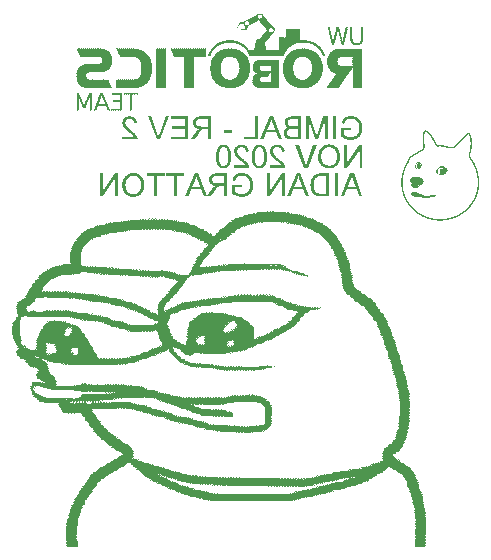
<source format=gbo>
G04*
G04 #@! TF.GenerationSoftware,Altium Limited,Altium Designer,20.1.14 (287)*
G04*
G04 Layer_Color=32896*
%FSAX25Y25*%
%MOIN*%
G70*
G04*
G04 #@! TF.SameCoordinates,72DF8298-9B86-4F64-9D5A-0D244EFD1A00*
G04*
G04*
G04 #@! TF.FilePolarity,Positive*
G04*
G01*
G75*
G36*
X0060409Y0142844D02*
X0060343D01*
Y0142910D01*
X0060409D01*
Y0142844D01*
D02*
G37*
G36*
X0060277D02*
X0060343D01*
Y0142778D01*
X0060409D01*
Y0142712D01*
Y0142646D01*
Y0142580D01*
X0060343D01*
Y0142514D01*
X0060409D01*
Y0142448D01*
Y0142382D01*
Y0142316D01*
X0060343D01*
Y0142250D01*
X0060277D01*
Y0142316D01*
X0060211D01*
Y0142250D01*
X0060145D01*
Y0142316D01*
X0060079D01*
Y0142250D01*
X0060013D01*
Y0142316D01*
X0059947D01*
Y0142250D01*
X0059881D01*
Y0142316D01*
X0059815D01*
Y0142250D01*
X0059749D01*
Y0142316D01*
X0059683D01*
Y0142250D01*
X0059617D01*
Y0142316D01*
X0059551D01*
Y0142250D01*
X0059485D01*
Y0142316D01*
X0059419D01*
Y0142250D01*
X0059353D01*
Y0142316D01*
X0059287D01*
Y0142250D01*
X0059221D01*
Y0142316D01*
X0059155D01*
Y0142250D01*
X0059089D01*
Y0142316D01*
X0059023D01*
Y0142250D01*
X0058957D01*
Y0142316D01*
X0058891D01*
Y0142250D01*
X0058825D01*
Y0142316D01*
X0058759D01*
Y0142250D01*
X0058693D01*
Y0142316D01*
X0058627D01*
Y0142250D01*
X0058561D01*
Y0142316D01*
X0058495D01*
Y0142250D01*
X0058429D01*
Y0142184D01*
X0058364D01*
Y0142118D01*
X0058429D01*
Y0142052D01*
X0058364D01*
Y0141986D01*
X0058429D01*
Y0141920D01*
X0058364D01*
Y0141854D01*
X0058429D01*
Y0141788D01*
X0058364D01*
Y0141722D01*
X0058429D01*
Y0141656D01*
X0058364D01*
Y0141590D01*
X0058429D01*
Y0141524D01*
X0058364D01*
Y0141458D01*
X0058429D01*
Y0141393D01*
X0058364D01*
Y0141326D01*
X0058429D01*
Y0141261D01*
X0058364D01*
Y0141195D01*
X0058429D01*
Y0141129D01*
X0058364D01*
Y0141063D01*
X0058429D01*
Y0140997D01*
X0058364D01*
Y0140931D01*
X0058429D01*
Y0140865D01*
X0058364D01*
Y0140799D01*
X0058429D01*
Y0140733D01*
X0058364D01*
Y0140667D01*
X0058429D01*
Y0140601D01*
X0058364D01*
Y0140535D01*
X0058429D01*
Y0140469D01*
X0058364D01*
Y0140403D01*
X0058429D01*
Y0140337D01*
X0058364D01*
Y0140271D01*
X0058429D01*
Y0140205D01*
X0058364D01*
Y0140139D01*
X0058429D01*
Y0140073D01*
X0058364D01*
Y0140007D01*
X0058429D01*
Y0139941D01*
X0058364D01*
Y0139875D01*
X0058429D01*
Y0139809D01*
X0058364D01*
Y0139743D01*
X0058429D01*
Y0139677D01*
X0058364D01*
Y0139611D01*
X0058429D01*
Y0139546D01*
X0058364D01*
Y0139479D01*
X0058429D01*
Y0139414D01*
X0058364D01*
Y0139348D01*
X0058429D01*
Y0139282D01*
X0058364D01*
Y0139216D01*
X0058429D01*
Y0139150D01*
X0058364D01*
Y0139084D01*
X0058429D01*
Y0139018D01*
X0058364D01*
Y0138952D01*
X0058429D01*
Y0138886D01*
X0058364D01*
Y0138820D01*
X0058429D01*
Y0138754D01*
X0058364D01*
Y0138688D01*
X0058429D01*
Y0138622D01*
X0058364D01*
Y0138556D01*
X0058429D01*
Y0138490D01*
X0058364D01*
Y0138424D01*
X0058429D01*
Y0138358D01*
X0058364D01*
Y0138292D01*
X0058429D01*
Y0138226D01*
X0058364D01*
Y0138160D01*
X0058429D01*
Y0138094D01*
X0058364D01*
Y0138028D01*
X0058429D01*
Y0137962D01*
X0058364D01*
Y0137896D01*
X0058429D01*
Y0137830D01*
X0058364D01*
Y0137764D01*
X0058429D01*
Y0137698D01*
X0058364D01*
Y0137633D01*
X0058429D01*
Y0137566D01*
X0058364D01*
Y0137501D01*
X0058429D01*
Y0137435D01*
X0058364D01*
Y0137369D01*
X0058429D01*
Y0137303D01*
X0058364D01*
Y0137237D01*
X0058429D01*
Y0137171D01*
X0058364D01*
Y0137105D01*
X0058429D01*
Y0137039D01*
X0058364D01*
Y0136973D01*
X0058298D01*
Y0137039D01*
X0058232D01*
Y0136973D01*
X0058166D01*
Y0137039D01*
X0058100D01*
Y0136973D01*
X0058034D01*
Y0137039D01*
X0057968D01*
Y0136973D01*
X0057902D01*
Y0137039D01*
X0057836D01*
Y0136973D01*
X0057770D01*
Y0137039D01*
X0057704D01*
Y0136973D01*
X0057638D01*
Y0137039D01*
X0057572D01*
Y0137105D01*
X0057638D01*
Y0137171D01*
Y0137237D01*
Y0137303D01*
X0057572D01*
Y0137369D01*
X0057638D01*
Y0137435D01*
Y0137501D01*
Y0137566D01*
X0057572D01*
Y0137633D01*
X0057638D01*
Y0137698D01*
Y0137764D01*
Y0137830D01*
X0057572D01*
Y0137896D01*
X0057638D01*
Y0137962D01*
Y0138028D01*
Y0138094D01*
X0057572D01*
Y0138160D01*
X0057638D01*
Y0138226D01*
Y0138292D01*
Y0138358D01*
X0057572D01*
Y0138424D01*
X0057638D01*
Y0138490D01*
Y0138556D01*
Y0138622D01*
X0057572D01*
Y0138688D01*
X0057638D01*
Y0138754D01*
Y0138820D01*
Y0138886D01*
X0057572D01*
Y0138952D01*
X0057638D01*
Y0139018D01*
Y0139084D01*
Y0139150D01*
X0057572D01*
Y0139216D01*
X0057638D01*
Y0139282D01*
Y0139348D01*
Y0139414D01*
X0057572D01*
Y0139479D01*
X0057638D01*
Y0139546D01*
Y0139611D01*
Y0139677D01*
X0057572D01*
Y0139743D01*
X0057638D01*
Y0139809D01*
Y0139875D01*
Y0139941D01*
X0057572D01*
Y0140007D01*
X0057638D01*
Y0140073D01*
Y0140139D01*
Y0140205D01*
X0057572D01*
Y0140271D01*
X0057638D01*
Y0140337D01*
Y0140403D01*
Y0140469D01*
X0057572D01*
Y0140535D01*
X0057638D01*
Y0140601D01*
Y0140667D01*
Y0140733D01*
X0057572D01*
Y0140799D01*
X0057638D01*
Y0140865D01*
Y0140931D01*
Y0140997D01*
X0057572D01*
Y0141063D01*
X0057638D01*
Y0141129D01*
Y0141195D01*
Y0141261D01*
X0057572D01*
Y0141326D01*
X0057638D01*
Y0141393D01*
Y0141458D01*
Y0141524D01*
X0057572D01*
Y0141590D01*
X0057638D01*
Y0141656D01*
Y0141722D01*
Y0141788D01*
X0057572D01*
Y0141854D01*
X0057638D01*
Y0141920D01*
Y0141986D01*
Y0142052D01*
X0057572D01*
Y0142118D01*
X0057638D01*
Y0142184D01*
Y0142250D01*
Y0142316D01*
X0057572D01*
Y0142250D01*
X0057506D01*
Y0142316D01*
X0057440D01*
Y0142250D01*
X0057374D01*
Y0142316D01*
X0057308D01*
Y0142250D01*
X0057242D01*
Y0142316D01*
X0057176D01*
Y0142250D01*
X0057110D01*
Y0142316D01*
X0057044D01*
Y0142250D01*
X0056978D01*
Y0142316D01*
X0056912D01*
Y0142250D01*
X0056846D01*
Y0142316D01*
X0056780D01*
Y0142250D01*
X0056714D01*
Y0142316D01*
X0056648D01*
Y0142250D01*
X0056582D01*
Y0142316D01*
X0056516D01*
Y0142250D01*
X0056451D01*
Y0142316D01*
X0056385D01*
Y0142250D01*
X0056319D01*
Y0142316D01*
X0056253D01*
Y0142250D01*
X0056187D01*
Y0142316D01*
X0056121D01*
Y0142250D01*
X0056055D01*
Y0142316D01*
X0055989D01*
Y0142250D01*
X0055923D01*
Y0142316D01*
X0055857D01*
Y0142250D01*
X0055791D01*
Y0142316D01*
X0055725D01*
Y0142250D01*
X0055659D01*
Y0142316D01*
Y0142382D01*
Y0142448D01*
Y0142514D01*
Y0142580D01*
Y0142646D01*
Y0142712D01*
Y0142778D01*
Y0142844D01*
X0055725D01*
Y0142910D01*
X0055791D01*
Y0142844D01*
X0055857D01*
Y0142910D01*
X0056055D01*
Y0142844D01*
X0056121D01*
Y0142910D01*
X0056319D01*
Y0142844D01*
X0056385D01*
Y0142910D01*
X0056582D01*
Y0142844D01*
X0056648D01*
Y0142910D01*
X0056846D01*
Y0142844D01*
X0056912D01*
Y0142910D01*
X0057110D01*
Y0142844D01*
X0057176D01*
Y0142910D01*
X0057374D01*
Y0142844D01*
X0057440D01*
Y0142910D01*
X0057638D01*
Y0142844D01*
X0057704D01*
Y0142910D01*
X0057902D01*
Y0142844D01*
X0057968D01*
Y0142910D01*
X0058166D01*
Y0142844D01*
X0058232D01*
Y0142910D01*
X0058429D01*
Y0142844D01*
X0058495D01*
Y0142910D01*
X0058693D01*
Y0142844D01*
X0058759D01*
Y0142910D01*
X0058957D01*
Y0142844D01*
X0059023D01*
Y0142910D01*
X0059221D01*
Y0142844D01*
X0059287D01*
Y0142910D01*
X0059485D01*
Y0142844D01*
X0059551D01*
Y0142910D01*
X0059749D01*
Y0142844D01*
X0059815D01*
Y0142910D01*
X0060013D01*
Y0142844D01*
X0060079D01*
Y0142910D01*
X0060277D01*
Y0142844D01*
D02*
G37*
G36*
X0054999D02*
Y0142778D01*
Y0142712D01*
Y0142646D01*
Y0142580D01*
Y0142514D01*
Y0142448D01*
Y0142382D01*
Y0142316D01*
Y0142250D01*
Y0142184D01*
Y0142118D01*
Y0142052D01*
Y0141986D01*
Y0141920D01*
Y0141854D01*
Y0141788D01*
Y0141722D01*
Y0141656D01*
Y0141590D01*
Y0141524D01*
Y0141458D01*
Y0141393D01*
Y0141326D01*
Y0141261D01*
Y0141195D01*
Y0141129D01*
Y0141063D01*
Y0140997D01*
Y0140931D01*
Y0140865D01*
Y0140799D01*
Y0140733D01*
Y0140667D01*
Y0140601D01*
Y0140535D01*
Y0140469D01*
Y0140403D01*
Y0140337D01*
Y0140271D01*
Y0140205D01*
Y0140139D01*
Y0140073D01*
Y0140007D01*
Y0139941D01*
Y0139875D01*
Y0139809D01*
Y0139743D01*
Y0139677D01*
Y0139611D01*
Y0139546D01*
Y0139479D01*
Y0139414D01*
Y0139348D01*
Y0139282D01*
Y0139216D01*
Y0139150D01*
Y0139084D01*
Y0139018D01*
Y0138952D01*
Y0138886D01*
Y0138820D01*
Y0138754D01*
Y0138688D01*
Y0138622D01*
Y0138556D01*
Y0138490D01*
Y0138424D01*
Y0138358D01*
Y0138292D01*
Y0138226D01*
Y0138160D01*
Y0138094D01*
Y0138028D01*
Y0137962D01*
Y0137896D01*
Y0137830D01*
Y0137764D01*
Y0137698D01*
Y0137633D01*
Y0137566D01*
Y0137501D01*
Y0137435D01*
Y0137369D01*
Y0137303D01*
Y0137237D01*
Y0137171D01*
Y0137105D01*
Y0137039D01*
X0054933D01*
Y0136973D01*
X0054867D01*
Y0137039D01*
X0054801D01*
Y0136973D01*
X0054735D01*
Y0137039D01*
X0054669D01*
Y0136973D01*
X0054603D01*
Y0137039D01*
X0054538D01*
Y0136973D01*
X0054472D01*
Y0137039D01*
X0054406D01*
Y0136973D01*
X0054340D01*
Y0137039D01*
X0054274D01*
Y0136973D01*
X0054208D01*
Y0137039D01*
X0054142D01*
Y0136973D01*
X0054076D01*
Y0137039D01*
X0054010D01*
Y0136973D01*
X0053944D01*
Y0137039D01*
X0053878D01*
Y0136973D01*
X0053812D01*
Y0137039D01*
X0053746D01*
Y0136973D01*
X0053680D01*
Y0137039D01*
X0053614D01*
Y0136973D01*
X0053548D01*
Y0137039D01*
X0053482D01*
Y0136973D01*
X0053416D01*
Y0137039D01*
X0053350D01*
Y0136973D01*
X0053284D01*
Y0137039D01*
X0053218D01*
Y0136973D01*
X0053152D01*
Y0137039D01*
X0053086D01*
Y0136973D01*
X0053020D01*
Y0137039D01*
X0052954D01*
Y0136973D01*
X0052889D01*
Y0137039D01*
X0052823D01*
Y0136973D01*
X0052757D01*
Y0137039D01*
X0052691D01*
Y0136973D01*
X0052625D01*
Y0137039D01*
X0052559D01*
Y0136973D01*
X0052493D01*
Y0137039D01*
X0052427D01*
Y0136973D01*
X0052361D01*
Y0137039D01*
X0052295D01*
Y0136973D01*
X0052229D01*
Y0137039D01*
X0052163D01*
Y0136973D01*
X0052097D01*
Y0137039D01*
X0052031D01*
Y0136973D01*
X0051965D01*
Y0137039D01*
X0051899D01*
Y0136973D01*
X0051833D01*
Y0137039D01*
X0051767D01*
Y0136973D01*
X0051701D01*
Y0137039D01*
X0051635D01*
Y0136973D01*
X0051569D01*
Y0137039D01*
X0051503D01*
Y0136973D01*
X0051437D01*
Y0137039D01*
Y0137105D01*
Y0137171D01*
X0051503D01*
Y0137237D01*
X0051437D01*
Y0137303D01*
Y0137369D01*
Y0137435D01*
X0051503D01*
Y0137501D01*
X0051437D01*
Y0137566D01*
X0051503D01*
Y0137633D01*
X0054208D01*
Y0137698D01*
Y0137764D01*
Y0137830D01*
Y0137896D01*
Y0137962D01*
Y0138028D01*
Y0138094D01*
Y0138160D01*
Y0138226D01*
Y0138292D01*
Y0138358D01*
X0054274D01*
Y0138424D01*
X0054208D01*
Y0138490D01*
Y0138556D01*
Y0138622D01*
Y0138688D01*
Y0138754D01*
Y0138820D01*
Y0138886D01*
Y0138952D01*
Y0139018D01*
Y0139084D01*
Y0139150D01*
Y0139216D01*
Y0139282D01*
Y0139348D01*
Y0139414D01*
X0054274D01*
Y0139479D01*
X0054208D01*
Y0139546D01*
Y0139611D01*
Y0139677D01*
X0054274D01*
Y0139743D01*
X0054208D01*
Y0139809D01*
X0054010D01*
Y0139743D01*
X0053944D01*
Y0139809D01*
X0053746D01*
Y0139743D01*
X0053680D01*
Y0139809D01*
X0053482D01*
Y0139743D01*
X0053416D01*
Y0139809D01*
X0053218D01*
Y0139743D01*
X0053152D01*
Y0139809D01*
X0052954D01*
Y0139743D01*
X0052889D01*
Y0139809D01*
X0052691D01*
Y0139743D01*
X0052625D01*
Y0139809D01*
X0052427D01*
Y0139743D01*
X0052361D01*
Y0139809D01*
X0052163D01*
Y0139743D01*
X0052097D01*
Y0139809D01*
X0052031D01*
Y0139875D01*
X0051965D01*
Y0139941D01*
Y0140007D01*
Y0140073D01*
X0052031D01*
Y0140139D01*
X0051965D01*
Y0140205D01*
X0052031D01*
Y0140271D01*
X0051965D01*
Y0140337D01*
X0052031D01*
Y0140403D01*
X0054208D01*
Y0140469D01*
X0054274D01*
Y0140535D01*
X0054208D01*
Y0140601D01*
Y0140667D01*
Y0140733D01*
Y0140799D01*
Y0140865D01*
Y0140931D01*
Y0140997D01*
Y0141063D01*
Y0141129D01*
Y0141195D01*
Y0141261D01*
Y0141326D01*
Y0141393D01*
Y0141458D01*
Y0141524D01*
X0054274D01*
Y0141590D01*
X0054208D01*
Y0141656D01*
Y0141722D01*
Y0141788D01*
Y0141854D01*
Y0141920D01*
Y0141986D01*
Y0142052D01*
Y0142118D01*
Y0142184D01*
Y0142250D01*
X0054076D01*
Y0142184D01*
X0054010D01*
Y0142250D01*
X0053944D01*
Y0142184D01*
X0053878D01*
Y0142250D01*
X0053812D01*
Y0142184D01*
X0053746D01*
Y0142250D01*
X0053548D01*
Y0142184D01*
X0053482D01*
Y0142250D01*
X0053416D01*
Y0142184D01*
X0053350D01*
Y0142250D01*
X0053284D01*
Y0142184D01*
X0053218D01*
Y0142250D01*
X0053020D01*
Y0142184D01*
X0052954D01*
Y0142250D01*
X0052889D01*
Y0142184D01*
X0052823D01*
Y0142250D01*
X0052757D01*
Y0142184D01*
X0052691D01*
Y0142250D01*
X0052493D01*
Y0142184D01*
X0052427D01*
Y0142250D01*
X0052361D01*
Y0142184D01*
X0052295D01*
Y0142250D01*
X0052229D01*
Y0142184D01*
X0052163D01*
Y0142250D01*
X0051965D01*
Y0142184D01*
X0051899D01*
Y0142250D01*
X0051833D01*
Y0142184D01*
X0051767D01*
Y0142250D01*
X0051701D01*
Y0142316D01*
X0051635D01*
Y0142382D01*
X0051701D01*
Y0142448D01*
X0051635D01*
Y0142514D01*
X0051701D01*
Y0142580D01*
X0051635D01*
Y0142646D01*
X0051701D01*
Y0142712D01*
X0051635D01*
Y0142778D01*
X0051701D01*
Y0142844D01*
X0051635D01*
Y0142910D01*
X0051833D01*
Y0142844D01*
X0051899D01*
Y0142910D01*
X0052097D01*
Y0142844D01*
X0052163D01*
Y0142910D01*
X0052361D01*
Y0142844D01*
X0052427D01*
Y0142910D01*
X0052625D01*
Y0142844D01*
X0052691D01*
Y0142910D01*
X0052889D01*
Y0142844D01*
X0052954D01*
Y0142910D01*
X0053152D01*
Y0142844D01*
X0053218D01*
Y0142910D01*
X0053416D01*
Y0142844D01*
X0053482D01*
Y0142910D01*
X0053680D01*
Y0142844D01*
X0053746D01*
Y0142910D01*
X0053944D01*
Y0142844D01*
X0054010D01*
Y0142910D01*
X0054208D01*
Y0142844D01*
X0054274D01*
Y0142910D01*
X0054472D01*
Y0142844D01*
X0054538D01*
Y0142910D01*
X0054735D01*
Y0142844D01*
X0054801D01*
Y0142910D01*
X0054999D01*
Y0142844D01*
D02*
G37*
G36*
X0048535D02*
X0048601D01*
Y0142778D01*
X0048667D01*
Y0142712D01*
X0048601D01*
Y0142646D01*
X0048667D01*
Y0142580D01*
X0048733D01*
Y0142514D01*
X0048799D01*
Y0142448D01*
X0048733D01*
Y0142382D01*
X0048799D01*
Y0142316D01*
Y0142250D01*
Y0142184D01*
X0048865D01*
Y0142118D01*
X0048930D01*
Y0142052D01*
X0048865D01*
Y0141986D01*
X0048930D01*
Y0141920D01*
X0048996D01*
Y0141854D01*
Y0141788D01*
Y0141722D01*
X0049062D01*
Y0141656D01*
Y0141590D01*
X0049128D01*
Y0141524D01*
Y0141458D01*
X0049194D01*
Y0141393D01*
X0049128D01*
Y0141326D01*
X0049194D01*
Y0141261D01*
X0049260D01*
Y0141195D01*
X0049326D01*
Y0141129D01*
X0049260D01*
Y0141063D01*
X0049326D01*
Y0140997D01*
X0049392D01*
Y0140931D01*
Y0140865D01*
Y0140799D01*
X0049458D01*
Y0140733D01*
Y0140667D01*
Y0140601D01*
X0049524D01*
Y0140535D01*
X0049590D01*
Y0140469D01*
X0049524D01*
Y0140403D01*
X0049590D01*
Y0140337D01*
Y0140271D01*
X0049656D01*
Y0140205D01*
Y0140139D01*
X0049722D01*
Y0140073D01*
Y0140007D01*
Y0139941D01*
X0049788D01*
Y0139875D01*
X0049854D01*
Y0139809D01*
X0049788D01*
Y0139743D01*
X0049854D01*
Y0139677D01*
X0049920D01*
Y0139611D01*
Y0139546D01*
Y0139479D01*
X0049986D01*
Y0139414D01*
Y0139348D01*
X0050052D01*
Y0139282D01*
Y0139216D01*
X0050118D01*
Y0139150D01*
X0050052D01*
Y0139084D01*
X0050118D01*
Y0139018D01*
X0050184D01*
Y0138952D01*
X0050250D01*
Y0138886D01*
X0050184D01*
Y0138820D01*
X0050250D01*
Y0138754D01*
Y0138688D01*
Y0138622D01*
X0050316D01*
Y0138556D01*
X0050382D01*
Y0138490D01*
X0050316D01*
Y0138424D01*
X0050382D01*
Y0138358D01*
X0050448D01*
Y0138292D01*
X0050514D01*
Y0138226D01*
X0050448D01*
Y0138160D01*
X0050514D01*
Y0138094D01*
X0050580D01*
Y0138028D01*
Y0137962D01*
Y0137896D01*
X0050646D01*
Y0137830D01*
X0050580D01*
Y0137764D01*
X0050646D01*
Y0137698D01*
X0050712D01*
Y0137633D01*
X0050778D01*
Y0137566D01*
X0050712D01*
Y0137501D01*
X0050778D01*
Y0137435D01*
X0050844D01*
Y0137369D01*
Y0137303D01*
Y0137237D01*
X0050910D01*
Y0137171D01*
Y0137105D01*
X0050976D01*
Y0137039D01*
Y0136973D01*
X0050910D01*
Y0137039D01*
X0050844D01*
Y0136973D01*
X0050778D01*
Y0137039D01*
X0050712D01*
Y0136973D01*
X0050646D01*
Y0137039D01*
X0050580D01*
Y0136973D01*
X0050514D01*
Y0137039D01*
X0050448D01*
Y0136973D01*
X0050382D01*
Y0137039D01*
X0050316D01*
Y0136973D01*
X0050250D01*
Y0137039D01*
X0050184D01*
Y0137105D01*
X0050250D01*
Y0137171D01*
X0050184D01*
Y0137237D01*
X0050118D01*
Y0137303D01*
Y0137369D01*
Y0137435D01*
X0050052D01*
Y0137501D01*
Y0137566D01*
Y0137633D01*
X0049986D01*
Y0137698D01*
X0049920D01*
Y0137764D01*
Y0137830D01*
Y0137896D01*
X0049854D01*
Y0137962D01*
Y0138028D01*
Y0138094D01*
X0049788D01*
Y0138160D01*
Y0138226D01*
X0049722D01*
Y0138292D01*
Y0138358D01*
X0049656D01*
Y0138424D01*
X0049722D01*
Y0138490D01*
X0049656D01*
Y0138556D01*
X0049590D01*
Y0138622D01*
X0047017D01*
Y0138556D01*
X0046952D01*
Y0138490D01*
X0046886D01*
Y0138424D01*
X0046952D01*
Y0138358D01*
X0046886D01*
Y0138292D01*
Y0138226D01*
X0046820D01*
Y0138160D01*
Y0138094D01*
X0046754D01*
Y0138028D01*
Y0137962D01*
Y0137896D01*
X0046688D01*
Y0137830D01*
Y0137764D01*
Y0137698D01*
X0046622D01*
Y0137633D01*
Y0137566D01*
Y0137501D01*
X0046556D01*
Y0137435D01*
X0046490D01*
Y0137369D01*
X0046556D01*
Y0137303D01*
X0046490D01*
Y0137237D01*
X0046424D01*
Y0137171D01*
Y0137105D01*
Y0137039D01*
X0046358D01*
Y0136973D01*
X0046292D01*
Y0137039D01*
X0046226D01*
Y0136973D01*
X0046160D01*
Y0137039D01*
X0046094D01*
Y0136973D01*
X0046028D01*
Y0137039D01*
X0045962D01*
Y0136973D01*
X0045896D01*
Y0137039D01*
X0045830D01*
Y0136973D01*
X0045764D01*
Y0137039D01*
X0045698D01*
Y0136973D01*
X0045632D01*
Y0137039D01*
X0045566D01*
Y0137105D01*
X0045632D01*
Y0137171D01*
Y0137237D01*
Y0137303D01*
X0045698D01*
Y0137369D01*
X0045764D01*
Y0137435D01*
X0045698D01*
Y0137501D01*
X0045764D01*
Y0137566D01*
X0045830D01*
Y0137633D01*
Y0137698D01*
Y0137764D01*
X0045896D01*
Y0137830D01*
Y0137896D01*
Y0137962D01*
X0045962D01*
Y0138028D01*
Y0138094D01*
Y0138160D01*
X0046028D01*
Y0138226D01*
Y0138292D01*
Y0138358D01*
X0046094D01*
Y0138424D01*
X0046160D01*
Y0138490D01*
X0046094D01*
Y0138556D01*
X0046160D01*
Y0138622D01*
Y0138688D01*
X0046226D01*
Y0138754D01*
Y0138820D01*
X0046292D01*
Y0138886D01*
X0046226D01*
Y0138952D01*
X0046292D01*
Y0139018D01*
X0046358D01*
Y0139084D01*
X0046424D01*
Y0139150D01*
X0046358D01*
Y0139216D01*
X0046424D01*
Y0139282D01*
Y0139348D01*
Y0139414D01*
X0046490D01*
Y0139479D01*
X0046556D01*
Y0139546D01*
X0046490D01*
Y0139611D01*
X0046556D01*
Y0139677D01*
X0046622D01*
Y0139743D01*
Y0139809D01*
Y0139875D01*
X0046688D01*
Y0139941D01*
Y0140007D01*
Y0140073D01*
X0046754D01*
Y0140139D01*
Y0140205D01*
Y0140271D01*
X0046820D01*
Y0140337D01*
Y0140403D01*
X0046886D01*
Y0140469D01*
Y0140535D01*
X0046952D01*
Y0140601D01*
X0046886D01*
Y0140667D01*
X0046952D01*
Y0140733D01*
X0047017D01*
Y0140799D01*
X0047084D01*
Y0140865D01*
X0047017D01*
Y0140931D01*
X0047084D01*
Y0140997D01*
X0047017D01*
Y0141063D01*
X0047084D01*
Y0141129D01*
X0047150D01*
Y0141195D01*
X0047215D01*
Y0141261D01*
X0047150D01*
Y0141326D01*
X0047215D01*
Y0141393D01*
Y0141458D01*
Y0141524D01*
X0047281D01*
Y0141590D01*
X0047347D01*
Y0141656D01*
Y0141722D01*
Y0141788D01*
X0047413D01*
Y0141854D01*
Y0141920D01*
Y0141986D01*
X0047479D01*
Y0142052D01*
Y0142118D01*
Y0142184D01*
X0047545D01*
Y0142250D01*
X0047611D01*
Y0142316D01*
X0047545D01*
Y0142382D01*
X0047611D01*
Y0142448D01*
Y0142514D01*
X0047677D01*
Y0142580D01*
Y0142646D01*
X0047743D01*
Y0142712D01*
X0047677D01*
Y0142778D01*
X0047743D01*
Y0142844D01*
X0047809D01*
Y0142910D01*
X0047875D01*
Y0142844D01*
X0047941D01*
Y0142910D01*
X0048139D01*
Y0142844D01*
X0048205D01*
Y0142910D01*
X0048403D01*
Y0142844D01*
X0048469D01*
Y0142910D01*
X0048535D01*
Y0142844D01*
D02*
G37*
G36*
X0044841D02*
X0044907D01*
Y0142778D01*
Y0142712D01*
Y0142646D01*
Y0142580D01*
Y0142514D01*
X0044841D01*
Y0142448D01*
X0044907D01*
Y0142382D01*
Y0142316D01*
Y0142250D01*
Y0142184D01*
Y0142118D01*
Y0142052D01*
Y0141986D01*
X0044841D01*
Y0141920D01*
X0044907D01*
Y0141854D01*
Y0141788D01*
Y0141722D01*
Y0141656D01*
Y0141590D01*
Y0141524D01*
Y0141458D01*
X0044841D01*
Y0141393D01*
X0044907D01*
Y0141326D01*
Y0141261D01*
Y0141195D01*
Y0141129D01*
Y0141063D01*
Y0140997D01*
Y0140931D01*
X0044841D01*
Y0140865D01*
X0044907D01*
Y0140799D01*
Y0140733D01*
Y0140667D01*
Y0140601D01*
Y0140535D01*
Y0140469D01*
Y0140403D01*
X0044841D01*
Y0140337D01*
X0044907D01*
Y0140271D01*
Y0140205D01*
Y0140139D01*
Y0140073D01*
Y0140007D01*
Y0139941D01*
Y0139875D01*
X0044841D01*
Y0139809D01*
X0044907D01*
Y0139743D01*
Y0139677D01*
Y0139611D01*
Y0139546D01*
Y0139479D01*
Y0139414D01*
Y0139348D01*
X0044841D01*
Y0139282D01*
X0044907D01*
Y0139216D01*
Y0139150D01*
Y0139084D01*
Y0139018D01*
Y0138952D01*
Y0138886D01*
Y0138820D01*
X0044841D01*
Y0138754D01*
X0044907D01*
Y0138688D01*
Y0138622D01*
Y0138556D01*
Y0138490D01*
Y0138424D01*
Y0138358D01*
Y0138292D01*
X0044841D01*
Y0138226D01*
X0044907D01*
Y0138160D01*
Y0138094D01*
Y0138028D01*
Y0137962D01*
Y0137896D01*
Y0137830D01*
Y0137764D01*
X0044841D01*
Y0137698D01*
X0044907D01*
Y0137633D01*
Y0137566D01*
Y0137501D01*
Y0137435D01*
Y0137369D01*
Y0137303D01*
Y0137237D01*
X0044841D01*
Y0137171D01*
X0044907D01*
Y0137105D01*
Y0137039D01*
Y0136973D01*
X0044841D01*
Y0137039D01*
X0044775D01*
Y0136973D01*
X0044709D01*
Y0137039D01*
X0044643D01*
Y0136973D01*
X0044577D01*
Y0137039D01*
X0044511D01*
Y0136973D01*
X0044445D01*
Y0137039D01*
X0044379D01*
Y0136973D01*
X0044313D01*
Y0137039D01*
X0044247D01*
Y0137105D01*
Y0137171D01*
Y0137237D01*
Y0137303D01*
Y0137369D01*
Y0137435D01*
Y0137501D01*
Y0137566D01*
Y0137633D01*
Y0137698D01*
Y0137764D01*
Y0137830D01*
Y0137896D01*
Y0137962D01*
Y0138028D01*
Y0138094D01*
Y0138160D01*
Y0138226D01*
Y0138292D01*
Y0138358D01*
Y0138424D01*
Y0138490D01*
Y0138556D01*
Y0138622D01*
Y0138688D01*
Y0138754D01*
Y0138820D01*
Y0138886D01*
Y0138952D01*
Y0139018D01*
Y0139084D01*
Y0139150D01*
Y0139216D01*
Y0139282D01*
Y0139348D01*
Y0139414D01*
Y0139479D01*
Y0139546D01*
Y0139611D01*
Y0139677D01*
Y0139743D01*
Y0139809D01*
Y0139875D01*
Y0139941D01*
Y0140007D01*
Y0140073D01*
Y0140139D01*
Y0140205D01*
Y0140271D01*
Y0140337D01*
Y0140403D01*
Y0140469D01*
Y0140535D01*
Y0140601D01*
Y0140667D01*
X0044313D01*
Y0140733D01*
X0044247D01*
Y0140799D01*
X0044313D01*
Y0140865D01*
X0044247D01*
Y0140931D01*
X0044313D01*
Y0140997D01*
X0044247D01*
Y0141063D01*
X0044313D01*
Y0141129D01*
X0044247D01*
Y0141195D01*
X0044313D01*
Y0141261D01*
X0044247D01*
Y0141326D01*
X0044181D01*
Y0141261D01*
X0044115D01*
Y0141195D01*
X0044181D01*
Y0141129D01*
X0044115D01*
Y0141063D01*
Y0140997D01*
X0044049D01*
Y0140931D01*
Y0140865D01*
X0043983D01*
Y0140799D01*
Y0140733D01*
Y0140667D01*
X0043917D01*
Y0140601D01*
X0043851D01*
Y0140535D01*
X0043917D01*
Y0140469D01*
X0043851D01*
Y0140403D01*
X0043785D01*
Y0140337D01*
Y0140271D01*
Y0140205D01*
X0043719D01*
Y0140139D01*
X0043785D01*
Y0140073D01*
X0043719D01*
Y0140007D01*
X0043653D01*
Y0139941D01*
X0043587D01*
Y0139875D01*
X0043653D01*
Y0139809D01*
X0043587D01*
Y0139743D01*
X0043521D01*
Y0139677D01*
X0043455D01*
Y0139611D01*
X0043521D01*
Y0139546D01*
X0043455D01*
Y0139479D01*
Y0139414D01*
X0043389D01*
Y0139348D01*
Y0139282D01*
X0043323D01*
Y0139216D01*
X0043389D01*
Y0139150D01*
X0043323D01*
Y0139084D01*
X0043257D01*
Y0139018D01*
X0043192D01*
Y0138952D01*
X0043257D01*
Y0138886D01*
X0043192D01*
Y0138820D01*
X0043126D01*
Y0138754D01*
X0043060D01*
Y0138688D01*
X0043126D01*
Y0138622D01*
X0043060D01*
Y0138556D01*
X0042994D01*
Y0138490D01*
Y0138424D01*
Y0138358D01*
X0042928D01*
Y0138292D01*
Y0138226D01*
Y0138160D01*
X0042862D01*
Y0138094D01*
X0042796D01*
Y0138028D01*
X0042862D01*
Y0137962D01*
X0042796D01*
Y0137896D01*
X0042598D01*
Y0137962D01*
X0042532D01*
Y0137896D01*
X0042598D01*
Y0137830D01*
X0042532D01*
Y0137896D01*
X0042334D01*
Y0137962D01*
X0042268D01*
Y0137896D01*
X0042334D01*
Y0137830D01*
X0042268D01*
Y0137896D01*
X0042070D01*
Y0137962D01*
X0041938D01*
Y0138028D01*
Y0138094D01*
X0041872D01*
Y0138160D01*
Y0138226D01*
Y0138292D01*
X0041806D01*
Y0138358D01*
X0041740D01*
Y0138424D01*
X0041806D01*
Y0138490D01*
X0041740D01*
Y0138556D01*
X0041674D01*
Y0138622D01*
Y0138688D01*
Y0138754D01*
X0041608D01*
Y0138820D01*
Y0138886D01*
Y0138952D01*
X0041542D01*
Y0139018D01*
Y0139084D01*
Y0139150D01*
X0041477D01*
Y0139216D01*
Y0139282D01*
X0041410D01*
Y0139348D01*
Y0139414D01*
X0041344D01*
Y0139479D01*
Y0139546D01*
Y0139611D01*
X0041279D01*
Y0139677D01*
X0041213D01*
Y0139743D01*
X0041279D01*
Y0139809D01*
X0041213D01*
Y0139875D01*
X0041147D01*
Y0139941D01*
Y0140007D01*
Y0140073D01*
X0041081D01*
Y0140139D01*
X0041147D01*
Y0140205D01*
X0041081D01*
Y0140271D01*
X0041015D01*
Y0140337D01*
Y0140403D01*
Y0140469D01*
X0040949D01*
Y0140535D01*
Y0140601D01*
Y0140667D01*
X0040883D01*
Y0140733D01*
X0040817D01*
Y0140799D01*
X0040883D01*
Y0140865D01*
X0040817D01*
Y0140931D01*
X0040751D01*
Y0140997D01*
X0040685D01*
Y0141063D01*
X0040751D01*
Y0141129D01*
X0040685D01*
Y0141195D01*
Y0141261D01*
Y0141326D01*
X0040619D01*
Y0141393D01*
X0040553D01*
Y0141326D01*
Y0141261D01*
Y0141195D01*
X0040619D01*
Y0141129D01*
X0040553D01*
Y0141063D01*
X0040619D01*
Y0140997D01*
X0040553D01*
Y0140931D01*
X0040619D01*
Y0140865D01*
X0040553D01*
Y0140799D01*
X0040619D01*
Y0140733D01*
X0040553D01*
Y0140667D01*
X0040619D01*
Y0140601D01*
X0040553D01*
Y0140535D01*
X0040619D01*
Y0140469D01*
X0040553D01*
Y0140403D01*
X0040619D01*
Y0140337D01*
X0040553D01*
Y0140271D01*
X0040619D01*
Y0140205D01*
X0040553D01*
Y0140139D01*
X0040619D01*
Y0140073D01*
X0040553D01*
Y0140007D01*
X0040619D01*
Y0139941D01*
X0040553D01*
Y0139875D01*
X0040619D01*
Y0139809D01*
X0040553D01*
Y0139743D01*
X0040619D01*
Y0139677D01*
X0040553D01*
Y0139611D01*
X0040619D01*
Y0139546D01*
X0040553D01*
Y0139479D01*
X0040619D01*
Y0139414D01*
X0040553D01*
Y0139348D01*
X0040619D01*
Y0139282D01*
X0040553D01*
Y0139216D01*
X0040619D01*
Y0139150D01*
X0040553D01*
Y0139084D01*
X0040619D01*
Y0139018D01*
X0040553D01*
Y0138952D01*
X0040619D01*
Y0138886D01*
X0040553D01*
Y0138820D01*
X0040619D01*
Y0138754D01*
X0040553D01*
Y0138688D01*
X0040619D01*
Y0138622D01*
X0040553D01*
Y0138556D01*
X0040619D01*
Y0138490D01*
X0040553D01*
Y0138424D01*
X0040619D01*
Y0138358D01*
X0040553D01*
Y0138292D01*
X0040619D01*
Y0138226D01*
X0040553D01*
Y0138160D01*
X0040619D01*
Y0138094D01*
X0040553D01*
Y0138028D01*
X0040619D01*
Y0137962D01*
X0040553D01*
Y0137896D01*
X0040619D01*
Y0137830D01*
X0040553D01*
Y0137764D01*
X0040619D01*
Y0137698D01*
X0040553D01*
Y0137633D01*
X0040619D01*
Y0137566D01*
X0040553D01*
Y0137501D01*
X0040619D01*
Y0137435D01*
X0040553D01*
Y0137369D01*
X0040619D01*
Y0137303D01*
X0040553D01*
Y0137237D01*
X0040619D01*
Y0137171D01*
X0040553D01*
Y0137105D01*
X0040619D01*
Y0137039D01*
X0040553D01*
Y0136973D01*
X0040487D01*
Y0137039D01*
X0040421D01*
Y0136973D01*
X0040355D01*
Y0137039D01*
X0040289D01*
Y0136973D01*
X0040223D01*
Y0137039D01*
X0040157D01*
Y0136973D01*
X0040091D01*
Y0137039D01*
X0040025D01*
Y0136973D01*
X0039959D01*
Y0137039D01*
X0039893D01*
Y0137105D01*
Y0137171D01*
Y0137237D01*
Y0137303D01*
Y0137369D01*
X0039959D01*
Y0137435D01*
X0039893D01*
Y0137501D01*
Y0137566D01*
Y0137633D01*
Y0137698D01*
Y0137764D01*
Y0137830D01*
Y0137896D01*
X0039959D01*
Y0137962D01*
X0039893D01*
Y0138028D01*
Y0138094D01*
Y0138160D01*
Y0138226D01*
Y0138292D01*
Y0138358D01*
Y0138424D01*
X0039959D01*
Y0138490D01*
X0039893D01*
Y0138556D01*
Y0138622D01*
Y0138688D01*
Y0138754D01*
Y0138820D01*
Y0138886D01*
Y0138952D01*
X0039959D01*
Y0139018D01*
X0039893D01*
Y0139084D01*
Y0139150D01*
Y0139216D01*
Y0139282D01*
Y0139348D01*
Y0139414D01*
Y0139479D01*
X0039959D01*
Y0139546D01*
X0039893D01*
Y0139611D01*
Y0139677D01*
Y0139743D01*
Y0139809D01*
Y0139875D01*
Y0139941D01*
Y0140007D01*
X0039959D01*
Y0140073D01*
X0039893D01*
Y0140139D01*
Y0140205D01*
Y0140271D01*
Y0140337D01*
Y0140403D01*
Y0140469D01*
Y0140535D01*
X0039959D01*
Y0140601D01*
X0039893D01*
Y0140667D01*
Y0140733D01*
Y0140799D01*
Y0140865D01*
Y0140931D01*
Y0140997D01*
Y0141063D01*
X0039959D01*
Y0141129D01*
X0039893D01*
Y0141195D01*
Y0141261D01*
Y0141326D01*
Y0141393D01*
Y0141458D01*
Y0141524D01*
Y0141590D01*
X0039959D01*
Y0141656D01*
X0039893D01*
Y0141722D01*
Y0141788D01*
Y0141854D01*
Y0141920D01*
Y0141986D01*
Y0142052D01*
Y0142118D01*
X0039959D01*
Y0142184D01*
X0039893D01*
Y0142250D01*
Y0142316D01*
Y0142382D01*
Y0142448D01*
Y0142514D01*
Y0142580D01*
Y0142646D01*
X0039959D01*
Y0142712D01*
X0039893D01*
Y0142778D01*
Y0142844D01*
Y0142910D01*
X0039959D01*
Y0142844D01*
X0040025D01*
Y0142910D01*
X0040223D01*
Y0142844D01*
X0040289D01*
Y0142910D01*
X0040487D01*
Y0142844D01*
X0040553D01*
Y0142910D01*
X0040619D01*
Y0142844D01*
X0040685D01*
Y0142778D01*
Y0142712D01*
Y0142646D01*
X0040751D01*
Y0142580D01*
Y0142514D01*
X0040817D01*
Y0142448D01*
Y0142382D01*
X0040883D01*
Y0142316D01*
X0040817D01*
Y0142250D01*
X0040883D01*
Y0142184D01*
X0040949D01*
Y0142118D01*
X0041015D01*
Y0142052D01*
X0040949D01*
Y0141986D01*
X0041015D01*
Y0141920D01*
X0041081D01*
Y0141854D01*
Y0141788D01*
Y0141722D01*
X0041147D01*
Y0141656D01*
Y0141590D01*
Y0141524D01*
X0041213D01*
Y0141458D01*
Y0141393D01*
Y0141326D01*
X0041279D01*
Y0141261D01*
Y0141195D01*
X0041344D01*
Y0141129D01*
Y0141063D01*
X0041410D01*
Y0140997D01*
X0041344D01*
Y0140931D01*
X0041410D01*
Y0140865D01*
X0041477D01*
Y0140799D01*
X0041542D01*
Y0140733D01*
X0041477D01*
Y0140667D01*
X0041542D01*
Y0140601D01*
Y0140535D01*
X0041608D01*
Y0140469D01*
Y0140403D01*
X0041674D01*
Y0140337D01*
Y0140271D01*
Y0140205D01*
X0041740D01*
Y0140139D01*
Y0140073D01*
Y0140007D01*
X0041806D01*
Y0139941D01*
Y0139875D01*
X0041872D01*
Y0139809D01*
Y0139743D01*
X0041938D01*
Y0139677D01*
X0041872D01*
Y0139611D01*
X0041938D01*
Y0139546D01*
X0042004D01*
Y0139479D01*
X0042070D01*
Y0139414D01*
X0042004D01*
Y0139348D01*
X0042070D01*
Y0139282D01*
X0042136D01*
Y0139216D01*
Y0139150D01*
Y0139084D01*
X0042202D01*
Y0139018D01*
Y0138952D01*
Y0138886D01*
X0042268D01*
Y0138820D01*
Y0138754D01*
Y0138688D01*
X0042334D01*
Y0138754D01*
X0042400D01*
Y0138820D01*
Y0138886D01*
Y0138952D01*
X0042466D01*
Y0139018D01*
Y0139084D01*
Y0139150D01*
X0042532D01*
Y0139216D01*
X0042598D01*
Y0139282D01*
Y0139348D01*
Y0139414D01*
X0042664D01*
Y0139479D01*
X0042730D01*
Y0139546D01*
X0042664D01*
Y0139611D01*
X0042730D01*
Y0139677D01*
X0042796D01*
Y0139743D01*
X0042862D01*
Y0139809D01*
X0042796D01*
Y0139875D01*
X0042862D01*
Y0139941D01*
X0042796D01*
Y0140007D01*
X0042928D01*
Y0140073D01*
Y0140139D01*
X0042994D01*
Y0140205D01*
Y0140271D01*
Y0140337D01*
X0043060D01*
Y0140403D01*
X0043126D01*
Y0140469D01*
X0043060D01*
Y0140535D01*
X0043126D01*
Y0140601D01*
X0043192D01*
Y0140667D01*
X0043257D01*
Y0140733D01*
X0043192D01*
Y0140799D01*
X0043257D01*
Y0140865D01*
X0043323D01*
Y0140931D01*
Y0140997D01*
Y0141063D01*
X0043389D01*
Y0141129D01*
Y0141195D01*
Y0141261D01*
X0043455D01*
Y0141326D01*
X0043521D01*
Y0141393D01*
X0043455D01*
Y0141458D01*
X0043521D01*
Y0141524D01*
X0043587D01*
Y0141590D01*
X0043653D01*
Y0141656D01*
X0043587D01*
Y0141722D01*
X0043653D01*
Y0141788D01*
X0043719D01*
Y0141854D01*
Y0141920D01*
Y0141986D01*
X0043785D01*
Y0142052D01*
Y0142118D01*
X0043851D01*
Y0142184D01*
Y0142250D01*
X0043917D01*
Y0142316D01*
X0043851D01*
Y0142382D01*
X0043917D01*
Y0142448D01*
X0043983D01*
Y0142514D01*
X0044049D01*
Y0142580D01*
X0043983D01*
Y0142646D01*
X0044049D01*
Y0142712D01*
X0044115D01*
Y0142778D01*
Y0142844D01*
Y0142910D01*
X0044181D01*
Y0142844D01*
X0044247D01*
Y0142910D01*
X0044445D01*
Y0142844D01*
X0044511D01*
Y0142910D01*
X0044709D01*
Y0142844D01*
X0044775D01*
Y0142910D01*
X0044841D01*
Y0142844D01*
D02*
G37*
G36*
X0042070Y0137830D02*
X0042004D01*
Y0137896D01*
X0042070D01*
Y0137830D01*
D02*
G37*
G36*
X0156398Y0130326D02*
X0156481Y0130326D01*
Y0130284D01*
X0156565D01*
Y0130242D01*
X0156649Y0130242D01*
X0156649Y0130201D01*
X0156732Y0130201D01*
Y0130159D01*
X0156774Y0130159D01*
X0156774Y0130117D01*
X0156858D01*
X0156858Y0130075D01*
X0156900D01*
Y0130033D01*
X0156941D01*
Y0129991D01*
X0156983D01*
X0156983Y0129949D01*
X0157067Y0129949D01*
Y0129908D01*
X0157109Y0129908D01*
Y0129866D01*
X0157151D01*
X0157151Y0129824D01*
X0157192Y0129824D01*
X0157192Y0129782D01*
X0157234D01*
Y0129740D01*
X0157276Y0129740D01*
Y0129699D01*
X0157318D01*
Y0129657D01*
X0157360D01*
X0157360Y0129615D01*
X0157402D01*
Y0129573D01*
X0157443D01*
Y0129490D01*
X0157485Y0129490D01*
Y0129448D01*
X0157527D01*
Y0129406D01*
X0157569Y0129406D01*
Y0129364D01*
X0157611Y0129364D01*
X0157611Y0129322D01*
X0157652Y0129322D01*
Y0129239D01*
X0157694Y0129239D01*
Y0129197D01*
X0157736Y0129197D01*
X0157736Y0129155D01*
X0157778D01*
X0157778Y0129113D01*
X0157820D01*
Y0129071D01*
X0157861D01*
Y0128988D01*
X0157903D01*
Y0128946D01*
X0157945Y0128946D01*
X0157945Y0128904D01*
X0157987Y0128904D01*
Y0128820D01*
X0158029Y0128820D01*
Y0128779D01*
X0158071D01*
X0158071Y0128737D01*
X0158113D01*
Y0128653D01*
X0158154Y0128653D01*
Y0128611D01*
X0158196D01*
X0158196Y0128569D01*
X0158238D01*
X0158238Y0128486D01*
X0158280D01*
Y0128444D01*
X0158322D01*
X0158322Y0128360D01*
X0158363D01*
X0158363Y0128319D01*
X0158405D01*
Y0128235D01*
X0158447D01*
Y0128193D01*
X0158489D01*
Y0128109D01*
X0158531D01*
Y0128068D01*
X0158572Y0128068D01*
Y0127984D01*
X0158614D01*
X0158614Y0127942D01*
X0158656Y0127942D01*
Y0127858D01*
X0158698Y0127858D01*
X0158698Y0127817D01*
X0158740D01*
Y0127733D01*
X0158782D01*
X0158782Y0127649D01*
X0158823D01*
X0158823Y0127608D01*
X0158865D01*
Y0127524D01*
X0158907D01*
Y0127440D01*
X0158949D01*
X0158949Y0127398D01*
X0158991Y0127398D01*
Y0127315D01*
X0159032Y0127315D01*
Y0127231D01*
X0159074D01*
X0159074Y0127189D01*
X0159116Y0127189D01*
X0159116Y0127106D01*
X0159158D01*
X0159158Y0127022D01*
X0159200Y0127022D01*
X0159200Y0126980D01*
X0159242Y0126980D01*
Y0126855D01*
X0159283D01*
Y0126771D01*
X0159325Y0126771D01*
Y0126729D01*
X0159367Y0126729D01*
Y0126604D01*
X0159409Y0126604D01*
Y0126562D01*
X0159451D01*
Y0126478D01*
X0159493D01*
X0159493Y0126353D01*
X0159534Y0126353D01*
X0159534Y0126227D01*
X0159576Y0126227D01*
Y0126102D01*
X0159618D01*
X0159618Y0126018D01*
X0159660D01*
Y0125977D01*
X0159702Y0125977D01*
Y0125893D01*
X0159743D01*
X0159743Y0125851D01*
X0159785D01*
Y0125809D01*
X0159827D01*
Y0125767D01*
X0159869D01*
Y0125726D01*
X0159911D01*
X0159911Y0125642D01*
X0159953Y0125642D01*
Y0125600D01*
X0160036Y0125600D01*
Y0125558D01*
X0160078Y0125558D01*
X0160078Y0125516D01*
X0160120D01*
X0160120Y0125475D01*
X0160204D01*
Y0125433D01*
X0160496Y0125433D01*
X0160496Y0125475D01*
X0161500D01*
X0161500Y0125433D01*
X0161793D01*
X0161793Y0125391D01*
X0162002D01*
X0162002Y0125349D01*
X0162295D01*
Y0125307D01*
X0162462D01*
X0162462Y0125266D01*
X0162587D01*
Y0125224D01*
X0162838D01*
Y0125182D01*
X0162964D01*
Y0125140D01*
X0163089Y0125140D01*
Y0125098D01*
X0163298Y0125098D01*
X0163298Y0125056D01*
X0163466Y0125056D01*
Y0125015D01*
X0163675Y0125015D01*
X0163675Y0124973D01*
X0163800Y0124973D01*
X0163800Y0124931D01*
X0163968D01*
X0163968Y0124889D01*
X0164302Y0124889D01*
X0164302Y0124847D01*
X0164511D01*
Y0124805D01*
X0165264D01*
Y0124847D01*
X0165348D01*
X0165348Y0124889D01*
X0165473D01*
X0165473Y0124931D01*
X0165515D01*
Y0124973D01*
X0165598Y0124973D01*
Y0125015D01*
X0165682Y0125015D01*
Y0125056D01*
X0165724Y0125056D01*
Y0125098D01*
X0165766D01*
X0165766Y0125140D01*
X0165808Y0125140D01*
X0165808Y0125182D01*
X0165849Y0125182D01*
X0165849Y0125224D01*
X0165933D01*
Y0125266D01*
X0165975D01*
X0165975Y0125307D01*
X0166017D01*
X0166017Y0125349D01*
X0166059D01*
Y0125391D01*
X0166100Y0125391D01*
Y0125433D01*
X0166142D01*
X0166142Y0125475D01*
X0166184Y0125475D01*
X0166184Y0125516D01*
X0166226Y0125516D01*
X0166226Y0125558D01*
X0166268Y0125558D01*
X0166268Y0125600D01*
X0166309D01*
Y0125642D01*
X0166351D01*
X0166351Y0125684D01*
X0166393Y0125684D01*
Y0125726D01*
X0166435D01*
X0166435Y0125767D01*
X0166477D01*
Y0125809D01*
X0166519D01*
Y0125851D01*
X0166560D01*
X0166560Y0125893D01*
X0166602D01*
X0166602Y0125935D01*
X0166644Y0125935D01*
Y0125977D01*
X0166686Y0125977D01*
Y0126018D01*
X0166728D01*
X0166728Y0126060D01*
X0166770Y0126060D01*
Y0126102D01*
X0166811D01*
X0166811Y0126144D01*
X0166853D01*
X0166853Y0126186D01*
X0166895D01*
Y0126227D01*
X0166937D01*
X0166937Y0126311D01*
X0167020D01*
Y0126395D01*
X0167062Y0126395D01*
Y0126436D01*
X0167104Y0126436D01*
Y0126478D01*
X0167146D01*
X0167146Y0126520D01*
X0167188Y0126520D01*
Y0126562D01*
X0167229Y0126562D01*
X0167229Y0126604D01*
X0167271D01*
X0167271Y0126646D01*
X0167313D01*
X0167313Y0126688D01*
X0167355D01*
Y0126729D01*
X0167397Y0126729D01*
X0167397Y0126771D01*
X0167439D01*
Y0126813D01*
X0167481D01*
Y0126855D01*
X0167522Y0126855D01*
X0167522Y0126897D01*
X0167564Y0126897D01*
Y0126938D01*
X0167606Y0126938D01*
Y0127022D01*
X0167648D01*
Y0127064D01*
X0167690Y0127064D01*
Y0127106D01*
X0167731Y0127106D01*
Y0127147D01*
X0167773D01*
Y0127189D01*
X0167815D01*
X0167815Y0127231D01*
X0167857D01*
Y0127273D01*
X0167899Y0127273D01*
X0167899Y0127315D01*
X0167940D01*
X0167940Y0127357D01*
X0167982Y0127357D01*
Y0127398D01*
X0168024Y0127398D01*
Y0127482D01*
X0168066Y0127482D01*
Y0127524D01*
X0168108D01*
X0168108Y0127566D01*
X0168150Y0127566D01*
Y0127608D01*
X0168191D01*
X0168191Y0127649D01*
X0168233D01*
X0168233Y0127691D01*
X0168275D01*
Y0127733D01*
X0168317D01*
X0168317Y0127775D01*
X0168359D01*
X0168359Y0127817D01*
X0168401Y0127817D01*
Y0127858D01*
X0168442Y0127858D01*
Y0127900D01*
X0168484Y0127900D01*
X0168484Y0127942D01*
X0168526Y0127942D01*
X0168526Y0127984D01*
X0168568Y0127984D01*
Y0128026D01*
X0168610D01*
X0168610Y0128068D01*
X0168651D01*
Y0128109D01*
X0168693D01*
Y0128151D01*
X0168735D01*
X0168735Y0128193D01*
X0168777D01*
Y0128235D01*
X0168819D01*
Y0128277D01*
X0168861D01*
X0168861Y0128319D01*
X0168902D01*
X0168902Y0128360D01*
X0168944D01*
Y0128402D01*
X0168986Y0128402D01*
Y0128444D01*
X0169028D01*
Y0128486D01*
X0169070D01*
X0169070Y0128528D01*
X0169112Y0128528D01*
Y0128569D01*
X0169153D01*
X0169153Y0128611D01*
X0169195D01*
X0169195Y0128653D01*
X0169237Y0128653D01*
Y0128695D01*
X0169279D01*
X0169279Y0128737D01*
X0169321D01*
Y0128779D01*
X0169362D01*
Y0128820D01*
X0169446Y0128820D01*
Y0128862D01*
X0169488Y0128862D01*
X0169488Y0128904D01*
X0169530Y0128904D01*
Y0128946D01*
X0169571D01*
Y0128988D01*
X0169655D01*
X0169655Y0129030D01*
X0169697D01*
X0169697Y0129071D01*
X0169739D01*
Y0129113D01*
X0169781D01*
X0169781Y0129155D01*
X0169864D01*
Y0129197D01*
X0169948D01*
Y0129239D01*
X0169990Y0129239D01*
Y0129280D01*
X0170032Y0129280D01*
X0170032Y0129322D01*
X0170157D01*
Y0129364D01*
X0170199Y0129364D01*
Y0129406D01*
X0170408Y0129406D01*
Y0129448D01*
X0170659D01*
Y0129406D01*
X0170826Y0129406D01*
Y0129364D01*
X0170868D01*
Y0129322D01*
X0170910Y0129322D01*
Y0129280D01*
X0170952D01*
Y0129197D01*
X0170993Y0129197D01*
X0170993Y0129155D01*
X0171035D01*
X0171035Y0129071D01*
X0171077D01*
X0171077Y0129030D01*
X0171119D01*
X0171119Y0128946D01*
X0171161D01*
Y0128862D01*
X0171203D01*
X0171203Y0128779D01*
X0171244D01*
Y0128653D01*
X0171286D01*
Y0128569D01*
X0171328D01*
Y0128486D01*
X0171370D01*
X0171370Y0128319D01*
X0171412Y0128319D01*
Y0128151D01*
X0171453Y0128151D01*
Y0127733D01*
X0171495Y0127733D01*
Y0127440D01*
X0171537Y0127440D01*
X0171537Y0127189D01*
X0171579D01*
Y0126311D01*
X0171621D01*
Y0125600D01*
X0171579D01*
X0171579Y0124805D01*
X0171537D01*
X0171537Y0124513D01*
X0171495Y0124513D01*
Y0124304D01*
X0171453Y0124304D01*
Y0123969D01*
X0171412D01*
Y0123802D01*
X0171370D01*
Y0123551D01*
X0171328Y0123551D01*
X0171328Y0123384D01*
X0171286D01*
Y0123258D01*
X0171244D01*
Y0123049D01*
X0171203D01*
X0171203Y0122924D01*
X0171161D01*
X0171161Y0122798D01*
X0171119D01*
Y0122631D01*
X0171077Y0122631D01*
Y0122505D01*
X0171035D01*
Y0122422D01*
X0170993Y0122422D01*
X0170993Y0122213D01*
X0171035D01*
X0171035Y0122045D01*
X0171077D01*
X0171077Y0121878D01*
X0171119D01*
Y0121627D01*
X0171161D01*
Y0121543D01*
X0171203D01*
X0171203Y0121418D01*
X0171244Y0121418D01*
Y0121251D01*
X0171286Y0121251D01*
Y0121209D01*
X0171328Y0121209D01*
X0171328Y0121125D01*
X0171370D01*
X0171370Y0121000D01*
X0171412Y0121000D01*
Y0120958D01*
X0171453D01*
Y0120916D01*
X0171495D01*
Y0120832D01*
X0171537D01*
Y0120791D01*
X0171579Y0120791D01*
Y0120749D01*
X0171621Y0120749D01*
Y0120665D01*
X0171663D01*
Y0120623D01*
X0171704D01*
Y0120581D01*
X0171746D01*
X0171746Y0120498D01*
X0171788Y0120498D01*
Y0120456D01*
X0171830Y0120456D01*
Y0120372D01*
X0171872D01*
X0171872Y0120331D01*
X0171914Y0120331D01*
Y0120247D01*
X0171955Y0120247D01*
X0171955Y0120163D01*
X0171997D01*
X0171997Y0120122D01*
X0172039D01*
X0172039Y0120038D01*
X0172081D01*
X0172081Y0119954D01*
X0172123Y0119954D01*
X0172123Y0119912D01*
X0172164D01*
Y0119829D01*
X0172206D01*
Y0119787D01*
X0172248Y0119787D01*
Y0119703D01*
X0172290D01*
X0172290Y0119620D01*
X0172332D01*
X0172332Y0119536D01*
X0172374Y0119536D01*
Y0119452D01*
X0172415D01*
X0172415Y0119369D01*
X0172457Y0119369D01*
X0172457Y0119327D01*
X0172499D01*
Y0119243D01*
X0172541D01*
Y0119118D01*
X0172583D01*
Y0119076D01*
X0172625D01*
Y0118950D01*
X0172666Y0118950D01*
Y0118867D01*
X0172708D01*
X0172708Y0118783D01*
X0172750D01*
Y0118658D01*
X0172792D01*
Y0118574D01*
X0172834Y0118574D01*
Y0118532D01*
X0172875D01*
X0172875Y0118365D01*
X0172917Y0118365D01*
X0172917Y0118281D01*
X0172959Y0118281D01*
Y0118239D01*
X0173001D01*
X0173001Y0118072D01*
X0173043D01*
X0173043Y0117989D01*
X0173084D01*
Y0117905D01*
X0173126D01*
X0173126Y0117738D01*
X0173168Y0117738D01*
Y0117654D01*
X0173210D01*
Y0117487D01*
X0173252D01*
Y0117403D01*
X0173294Y0117403D01*
Y0117278D01*
X0173336D01*
Y0117110D01*
X0173377D01*
Y0117027D01*
X0173419D01*
Y0116901D01*
X0173461Y0116901D01*
X0173461Y0116692D01*
X0173503D01*
Y0116567D01*
X0173545D01*
X0173545Y0116483D01*
X0173586Y0116483D01*
Y0116232D01*
X0173628D01*
X0173628Y0116107D01*
X0173670Y0116107D01*
X0173670Y0115856D01*
X0173712Y0115856D01*
Y0115688D01*
X0173754Y0115688D01*
Y0115521D01*
X0173795D01*
X0173795Y0115228D01*
X0173837D01*
Y0115019D01*
X0173879D01*
Y0114810D01*
X0173921D01*
X0173921Y0114392D01*
X0173963D01*
X0173963Y0114099D01*
X0174005Y0114099D01*
Y0113681D01*
X0174046Y0113681D01*
X0174046Y0112050D01*
X0174005Y0112050D01*
Y0111674D01*
X0173963Y0111674D01*
X0173963Y0111381D01*
X0173921D01*
X0173921Y0110963D01*
X0173879D01*
X0173879Y0110754D01*
X0173837D01*
X0173837Y0110586D01*
X0173795D01*
X0173795Y0110293D01*
X0173754D01*
Y0110168D01*
X0173712Y0110168D01*
Y0110001D01*
X0173670D01*
X0173670Y0109792D01*
X0173628D01*
X0173628Y0109666D01*
X0173586D01*
Y0109457D01*
X0173545D01*
Y0109332D01*
X0173503Y0109332D01*
Y0109206D01*
X0173461Y0109206D01*
X0173461Y0109039D01*
X0173419D01*
X0173419Y0108955D01*
X0173377D01*
Y0108871D01*
X0173336D01*
Y0108662D01*
X0173294Y0108662D01*
X0173294Y0108579D01*
X0173252Y0108579D01*
Y0108495D01*
X0173210D01*
Y0108370D01*
X0173168D01*
Y0108286D01*
X0173126Y0108286D01*
Y0108161D01*
X0173084D01*
Y0108077D01*
X0173043D01*
X0173043Y0107993D01*
X0173001D01*
Y0107868D01*
X0172959D01*
Y0107784D01*
X0172917D01*
X0172917Y0107701D01*
X0172875Y0107701D01*
Y0107575D01*
X0172834D01*
Y0107491D01*
X0172792Y0107491D01*
Y0107450D01*
X0172750Y0107450D01*
Y0107324D01*
X0172708D01*
Y0107240D01*
X0172666D01*
X0172666Y0107157D01*
X0172625D01*
Y0107115D01*
X0172583D01*
X0172583Y0107031D01*
X0172541D01*
X0172541Y0106948D01*
X0172499D01*
Y0106864D01*
X0172457Y0106864D01*
Y0106822D01*
X0172415Y0106822D01*
X0172415Y0106697D01*
X0172374Y0106697D01*
Y0106655D01*
X0172332D01*
Y0106613D01*
X0172290D01*
Y0106488D01*
X0172248D01*
Y0106446D01*
X0172206Y0106446D01*
Y0106362D01*
X0172164Y0106362D01*
X0172164Y0106320D01*
X0172123D01*
X0172123Y0106237D01*
X0172081D01*
X0172081Y0106153D01*
X0172039D01*
Y0106111D01*
X0171997D01*
X0171997Y0106070D01*
X0171955D01*
X0171955Y0105986D01*
X0171914Y0105986D01*
X0171914Y0105944D01*
X0171872Y0105944D01*
Y0105860D01*
X0171830Y0105860D01*
Y0105819D01*
X0171788Y0105819D01*
Y0105777D01*
X0171746D01*
X0171746Y0105693D01*
X0171704Y0105693D01*
Y0105610D01*
X0171663Y0105609D01*
Y0105568D01*
X0171621Y0105568D01*
X0171621Y0105526D01*
X0171579D01*
X0171579Y0105442D01*
X0171537Y0105442D01*
Y0105400D01*
X0171495D01*
X0171495Y0105359D01*
X0171453D01*
Y0105317D01*
X0171412Y0105317D01*
Y0105233D01*
X0171370D01*
X0171370Y0105191D01*
X0171328Y0105191D01*
Y0105149D01*
X0171286D01*
Y0105108D01*
X0171244D01*
Y0105024D01*
X0171203Y0105024D01*
X0171203Y0104982D01*
X0171161D01*
X0171161Y0104940D01*
X0171119Y0104940D01*
Y0104899D01*
X0171077Y0104899D01*
Y0104815D01*
X0171035D01*
Y0104773D01*
X0170993Y0104773D01*
X0170993Y0104731D01*
X0170952Y0104731D01*
Y0104689D01*
X0170910D01*
Y0104648D01*
X0170868D01*
Y0104606D01*
X0170826D01*
X0170826Y0104564D01*
X0170784D01*
X0170784Y0104522D01*
X0170742D01*
Y0104480D01*
X0170701Y0104480D01*
Y0104438D01*
X0170659D01*
Y0104355D01*
X0170575D01*
X0170575Y0104271D01*
X0170533D01*
Y0104229D01*
X0170450Y0104229D01*
Y0104146D01*
X0170408Y0104146D01*
X0170408Y0104104D01*
X0170366D01*
Y0104062D01*
X0170324Y0104062D01*
Y0104020D01*
X0170241Y0104020D01*
Y0103937D01*
X0170199D01*
Y0103895D01*
X0170115D01*
X0170115Y0103853D01*
X0170073D01*
X0170073Y0103769D01*
X0169990Y0103769D01*
Y0103727D01*
X0169948D01*
Y0103686D01*
X0169906Y0103686D01*
Y0103644D01*
X0169864Y0103644D01*
Y0103602D01*
X0169823D01*
X0169823Y0103560D01*
X0169781D01*
Y0103518D01*
X0169739Y0103518D01*
Y0103477D01*
X0169655D01*
X0169655Y0103435D01*
X0169613Y0103435D01*
X0169613Y0103393D01*
X0169571Y0103393D01*
X0169571Y0103351D01*
X0169530D01*
Y0103309D01*
X0169488D01*
X0169488Y0103268D01*
X0169404Y0103268D01*
Y0103226D01*
X0169362D01*
Y0103184D01*
X0169321D01*
Y0103142D01*
X0169279Y0103142D01*
X0169279Y0103100D01*
X0169195Y0103100D01*
Y0103058D01*
X0169153D01*
X0169153Y0103016D01*
X0169112D01*
X0169112Y0102975D01*
X0169028Y0102975D01*
X0169028Y0102933D01*
X0168986D01*
Y0102891D01*
X0168944D01*
Y0102849D01*
X0168861Y0102849D01*
X0168861Y0102807D01*
X0168819D01*
Y0102766D01*
X0168777D01*
Y0102724D01*
X0168693D01*
X0168693Y0102682D01*
X0168651Y0102682D01*
X0168651Y0102640D01*
X0168568Y0102640D01*
Y0102598D01*
X0168526Y0102598D01*
Y0102557D01*
X0168484Y0102557D01*
X0168484Y0102515D01*
X0168401Y0102515D01*
Y0102473D01*
X0168359D01*
Y0102431D01*
X0168275Y0102431D01*
Y0102389D01*
X0168191D01*
X0168191Y0102347D01*
X0168150D01*
Y0102306D01*
X0168066D01*
Y0102264D01*
X0167982Y0102264D01*
Y0102222D01*
X0167940D01*
X0167940Y0102180D01*
X0167857Y0102180D01*
Y0102138D01*
X0167815Y0102138D01*
X0167815Y0102096D01*
X0167731Y0102096D01*
X0167731Y0102055D01*
X0167648Y0102055D01*
Y0102013D01*
X0167564Y0102013D01*
X0167564Y0101971D01*
X0167522D01*
X0167522Y0101929D01*
X0167397Y0101929D01*
Y0101887D01*
X0167355D01*
X0167355Y0101846D01*
X0167271D01*
X0167271Y0101804D01*
X0167188D01*
Y0101762D01*
X0167104Y0101762D01*
Y0101720D01*
X0167020D01*
Y0101678D01*
X0166937Y0101678D01*
X0166937Y0101636D01*
X0166853Y0101636D01*
X0166853Y0101595D01*
X0166770D01*
X0166770Y0101553D01*
X0166686D01*
X0166686Y0101511D01*
X0166602Y0101511D01*
X0166602Y0101469D01*
X0166477Y0101469D01*
Y0101427D01*
X0166393D01*
X0166393Y0101385D01*
X0166309D01*
Y0101344D01*
X0166184D01*
Y0101302D01*
X0166100D01*
Y0101260D01*
X0165975D01*
Y0101218D01*
X0165891D01*
X0165891Y0101176D01*
X0165808Y0101176D01*
X0165808Y0101135D01*
X0165640Y0101135D01*
X0165640Y0101093D01*
X0165557Y0101093D01*
Y0101051D01*
X0165473D01*
X0165473Y0101009D01*
X0165306D01*
X0165306Y0100967D01*
X0165180D01*
Y0100926D01*
X0165097Y0100926D01*
Y0100884D01*
X0164887D01*
X0164887Y0100842D01*
X0164804D01*
Y0100800D01*
X0164637D01*
X0164637Y0100758D01*
X0164469D01*
X0164469Y0100716D01*
X0164344Y0100716D01*
Y0100674D01*
X0164093Y0100674D01*
Y0100633D01*
X0163926D01*
X0163926Y0100591D01*
X0163800D01*
X0163800Y0100549D01*
X0163466Y0100549D01*
X0163466Y0100507D01*
X0163298D01*
X0163298Y0100465D01*
X0163089D01*
Y0100424D01*
X0162671Y0100424D01*
Y0100382D01*
X0162336D01*
Y0100340D01*
X0161960D01*
Y0100298D01*
X0161082Y0100298D01*
X0161082Y0100256D01*
X0160998Y0100256D01*
Y0100298D01*
X0160120Y0100298D01*
Y0100340D01*
X0159743D01*
X0159743Y0100382D01*
X0159451Y0100382D01*
Y0100424D01*
X0158991D01*
Y0100465D01*
X0158782D01*
X0158782Y0100507D01*
X0158614D01*
Y0100549D01*
X0158322D01*
X0158322Y0100591D01*
X0158154D01*
X0158154Y0100633D01*
X0157987Y0100633D01*
X0157987Y0100674D01*
X0157736Y0100674D01*
Y0100716D01*
X0157652Y0100716D01*
Y0100758D01*
X0157443D01*
Y0100800D01*
X0157276Y0100800D01*
Y0100842D01*
X0157192D01*
Y0100884D01*
X0156983D01*
X0156983Y0100926D01*
X0156900D01*
Y0100967D01*
X0156774D01*
X0156774Y0101009D01*
X0156607D01*
X0156607Y0101051D01*
X0156523D01*
Y0101093D01*
X0156440Y0101093D01*
X0156440Y0101135D01*
X0156272D01*
X0156272Y0101176D01*
X0156189D01*
X0156189Y0101218D01*
X0156105Y0101218D01*
Y0101260D01*
X0155980D01*
Y0101302D01*
X0155896D01*
X0155896Y0101344D01*
X0155771D01*
X0155771Y0101385D01*
X0155687D01*
Y0101427D01*
X0155603D01*
Y0101469D01*
X0155478D01*
X0155478Y0101511D01*
X0155394D01*
X0155394Y0101553D01*
X0155352D01*
X0155352Y0101595D01*
X0155227D01*
Y0101636D01*
X0155143Y0101636D01*
Y0101678D01*
X0155060D01*
X0155060Y0101720D01*
X0154976D01*
X0154976Y0101762D01*
X0154892Y0101762D01*
Y0101804D01*
X0154809D01*
X0154809Y0101846D01*
X0154725D01*
X0154725Y0101887D01*
X0154683Y0101887D01*
Y0101929D01*
X0154558D01*
X0154558Y0101971D01*
X0154516D01*
Y0102013D01*
X0154432Y0102013D01*
Y0102055D01*
X0154349Y0102055D01*
X0154349Y0102096D01*
X0154307Y0102096D01*
X0154307Y0102138D01*
X0154223Y0102138D01*
Y0102180D01*
X0154139D01*
X0154139Y0102222D01*
X0154098D01*
X0154098Y0102264D01*
X0154014D01*
X0154014Y0102306D01*
X0153930D01*
X0153930Y0102347D01*
X0153888D01*
X0153888Y0102389D01*
X0153805D01*
Y0102431D01*
X0153763Y0102431D01*
Y0102473D01*
X0153679D01*
Y0102515D01*
X0153638D01*
Y0102557D01*
X0153554Y0102557D01*
X0153554Y0102598D01*
X0153512D01*
X0153512Y0102640D01*
X0153428D01*
X0153428Y0102682D01*
X0153387D01*
X0153387Y0102724D01*
X0153345Y0102724D01*
Y0102766D01*
X0153261D01*
Y0102807D01*
X0153219D01*
Y0102849D01*
X0153136D01*
Y0102891D01*
X0153094D01*
Y0102933D01*
X0153052D01*
Y0102975D01*
X0152968Y0102975D01*
X0152968Y0103016D01*
X0152927Y0103016D01*
Y0103058D01*
X0152885D01*
X0152885Y0103100D01*
X0152801Y0103100D01*
X0152801Y0103142D01*
X0152759Y0103142D01*
X0152759Y0103184D01*
X0152717Y0103184D01*
Y0103226D01*
X0152676Y0103226D01*
Y0103268D01*
X0152634D01*
Y0103309D01*
X0152550D01*
X0152550Y0103351D01*
X0152508D01*
Y0103393D01*
X0152467D01*
X0152467Y0103435D01*
X0152425D01*
X0152425Y0103477D01*
X0152383D01*
Y0103518D01*
X0152341Y0103518D01*
Y0103560D01*
X0152258Y0103560D01*
Y0103602D01*
X0152216D01*
X0152216Y0103644D01*
X0152174D01*
Y0103686D01*
X0152132Y0103686D01*
Y0103727D01*
X0152090D01*
X0152090Y0103769D01*
X0152048D01*
Y0103811D01*
X0152006Y0103811D01*
X0152006Y0103853D01*
X0151965D01*
X0151965Y0103895D01*
X0151923D01*
Y0103937D01*
X0151881Y0103937D01*
X0151881Y0103978D01*
X0151839Y0103978D01*
X0151839Y0104020D01*
X0151797Y0104020D01*
X0151797Y0104062D01*
X0151756D01*
Y0104104D01*
X0151714Y0104104D01*
Y0104146D01*
X0151672D01*
X0151672Y0104188D01*
X0151630D01*
X0151630Y0104229D01*
X0151588D01*
Y0104271D01*
X0151547D01*
X0151547Y0104313D01*
X0151505D01*
Y0104355D01*
X0151463Y0104355D01*
X0151463Y0104397D01*
X0151421Y0104397D01*
X0151421Y0104438D01*
X0151379D01*
Y0104480D01*
X0151337Y0104480D01*
Y0104522D01*
X0151296Y0104522D01*
X0151296Y0104564D01*
X0151254D01*
X0151254Y0104606D01*
X0151212D01*
Y0104648D01*
X0151170D01*
Y0104689D01*
X0151128D01*
X0151128Y0104731D01*
X0151086D01*
X0151086Y0104815D01*
X0151045D01*
X0151045Y0104857D01*
X0151003D01*
Y0104899D01*
X0150961Y0104899D01*
Y0104940D01*
X0150919D01*
Y0105024D01*
X0150877Y0105024D01*
X0150877Y0105066D01*
X0150836D01*
Y0105108D01*
X0150794D01*
Y0105149D01*
X0150752Y0105149D01*
Y0105191D01*
X0150710D01*
Y0105275D01*
X0150668D01*
Y0105317D01*
X0150626Y0105317D01*
Y0105359D01*
X0150585D01*
X0150585Y0105442D01*
X0150543Y0105442D01*
Y0105484D01*
X0150501D01*
X0150501Y0105526D01*
X0150459Y0105526D01*
Y0105609D01*
X0150417Y0105610D01*
X0150417Y0105651D01*
X0150375D01*
Y0105693D01*
X0150334D01*
X0150334Y0105777D01*
X0150292D01*
Y0105819D01*
X0150250Y0105819D01*
Y0105902D01*
X0150208D01*
X0150208Y0105944D01*
X0150166Y0105944D01*
X0150166Y0105986D01*
X0150125Y0105986D01*
X0150125Y0106070D01*
X0150083Y0106070D01*
Y0106111D01*
X0150041D01*
Y0106195D01*
X0149999D01*
Y0106279D01*
X0149957Y0106279D01*
X0149957Y0106320D01*
X0149916Y0106320D01*
Y0106404D01*
X0149874Y0106404D01*
Y0106446D01*
X0149832Y0106446D01*
Y0106529D01*
X0149790Y0106529D01*
Y0106613D01*
X0149748D01*
Y0106655D01*
X0149706D01*
X0149706Y0106739D01*
X0149664D01*
X0149665Y0106822D01*
X0149623Y0106822D01*
X0149623Y0106906D01*
X0149581Y0106906D01*
X0149581Y0106948D01*
X0149539D01*
X0149539Y0107031D01*
X0149497Y0107031D01*
Y0107115D01*
X0149455D01*
Y0107199D01*
X0149414D01*
Y0107282D01*
X0149372D01*
X0149372Y0107366D01*
X0149330D01*
Y0107450D01*
X0149288Y0107450D01*
Y0107533D01*
X0149246D01*
Y0107617D01*
X0149205D01*
X0149205Y0107701D01*
X0149163D01*
Y0107826D01*
X0149121D01*
X0149121Y0107868D01*
X0149079Y0107868D01*
Y0107993D01*
X0149037D01*
Y0108077D01*
X0148995D01*
Y0108161D01*
X0148954D01*
X0148954Y0108286D01*
X0148912D01*
Y0108370D01*
X0148870Y0108370D01*
Y0108537D01*
X0148828D01*
X0148828Y0108621D01*
X0148786D01*
X0148786Y0108704D01*
X0148744D01*
Y0108871D01*
X0148703Y0108872D01*
Y0108997D01*
X0148661D01*
X0148661Y0109081D01*
X0148619D01*
X0148619Y0109248D01*
X0148577D01*
Y0109373D01*
X0148535Y0109373D01*
X0148535Y0109457D01*
X0148494D01*
Y0109666D01*
X0148452Y0109666D01*
Y0109792D01*
X0148410Y0109792D01*
X0148410Y0110043D01*
X0148368D01*
Y0110168D01*
X0148326D01*
Y0110335D01*
X0148284Y0110335D01*
Y0110628D01*
X0148243Y0110628D01*
Y0110795D01*
X0148201D01*
X0148201Y0111004D01*
X0148159D01*
X0148159Y0111465D01*
X0148117D01*
X0148117Y0111757D01*
X0148075Y0111757D01*
Y0112175D01*
X0148033Y0112175D01*
X0148033Y0113597D01*
X0148075Y0113597D01*
Y0114016D01*
X0148117D01*
X0148117Y0114350D01*
X0148159D01*
Y0114810D01*
X0148201D01*
X0148201Y0115019D01*
X0148243Y0115019D01*
Y0115187D01*
X0148284D01*
X0148284Y0115479D01*
X0148326D01*
Y0115647D01*
X0148368Y0115647D01*
Y0115814D01*
X0148410D01*
X0148410Y0116023D01*
X0148452Y0116023D01*
Y0116148D01*
X0148494D01*
Y0116358D01*
X0148535Y0116358D01*
Y0116483D01*
X0148577Y0116483D01*
X0148577Y0116567D01*
X0148619D01*
Y0116776D01*
X0148661D01*
Y0116901D01*
X0148703Y0116901D01*
X0148703Y0116985D01*
X0148744D01*
X0148744Y0117152D01*
X0148786D01*
X0148786Y0117236D01*
X0148828D01*
Y0117320D01*
X0148870Y0117320D01*
Y0117487D01*
X0148912Y0117487D01*
Y0117570D01*
X0148954D01*
Y0117696D01*
X0148995D01*
X0148995Y0117780D01*
X0149037Y0117780D01*
Y0117863D01*
X0149079D01*
Y0117989D01*
X0149121D01*
Y0118072D01*
X0149163D01*
X0149163Y0118114D01*
X0149205D01*
X0149205Y0118281D01*
X0149246Y0118281D01*
Y0118323D01*
X0149288D01*
Y0118407D01*
X0149330Y0118407D01*
Y0118532D01*
X0149372D01*
X0149372Y0118574D01*
X0149414D01*
Y0118658D01*
X0149455D01*
Y0118741D01*
X0149497D01*
X0149497Y0118825D01*
X0149539Y0118825D01*
Y0118909D01*
X0149581D01*
X0149581Y0118992D01*
X0149623D01*
X0149623Y0119034D01*
X0149664D01*
X0149665Y0119118D01*
X0149706D01*
Y0119201D01*
X0149748D01*
X0149748Y0119285D01*
X0149790Y0119285D01*
Y0119327D01*
X0149832D01*
Y0119411D01*
X0149874D01*
X0149874Y0119494D01*
X0149916D01*
Y0119578D01*
X0149957D01*
Y0119620D01*
X0149999D01*
Y0119703D01*
X0150041D01*
Y0119787D01*
X0150083Y0119787D01*
Y0119871D01*
X0150125D01*
X0150125Y0120038D01*
X0150166D01*
X0150166Y0120122D01*
X0150208D01*
X0150208Y0120163D01*
X0150250D01*
Y0120331D01*
X0150292Y0120331D01*
X0150292Y0120414D01*
X0150334D01*
Y0120498D01*
X0150375Y0120498D01*
Y0120665D01*
X0150417D01*
Y0120749D01*
X0150459Y0120749D01*
Y0120832D01*
X0150501Y0120833D01*
X0150501Y0120958D01*
X0150543D01*
Y0121000D01*
X0150585D01*
Y0121083D01*
X0150626D01*
X0150626Y0121167D01*
X0150668Y0121167D01*
X0150668Y0121209D01*
X0150710D01*
X0150710Y0121292D01*
X0150752Y0121292D01*
Y0121334D01*
X0150794Y0121334D01*
Y0121376D01*
X0150836D01*
Y0121460D01*
X0150877Y0121460D01*
X0150877Y0121502D01*
X0150919D01*
X0150919Y0121543D01*
X0150961Y0121543D01*
Y0121585D01*
X0151003Y0121585D01*
Y0121627D01*
X0151045Y0121627D01*
X0151045Y0121669D01*
X0151086D01*
X0151086Y0121711D01*
X0151128Y0121711D01*
Y0121753D01*
X0151212Y0121753D01*
Y0121794D01*
X0151254D01*
X0151254Y0121836D01*
X0151296Y0121836D01*
X0151296Y0121878D01*
X0151379D01*
Y0121920D01*
X0151421D01*
Y0121962D01*
X0151505Y0121962D01*
Y0122003D01*
X0151547D01*
X0151547Y0122045D01*
X0151630D01*
Y0122087D01*
X0151714Y0122087D01*
Y0122129D01*
X0151756Y0122129D01*
Y0122171D01*
X0151839Y0122171D01*
X0151839Y0122213D01*
X0151923D01*
Y0122254D01*
X0152006Y0122254D01*
Y0122296D01*
X0152048D01*
X0152048Y0122338D01*
X0152132D01*
Y0122380D01*
X0152216D01*
Y0122422D01*
X0152299D01*
Y0122464D01*
X0152383D01*
X0152383Y0122505D01*
X0152467D01*
Y0122547D01*
X0152550Y0122547D01*
Y0122589D01*
X0152592D01*
X0152592Y0122631D01*
X0152676Y0122631D01*
Y0122673D01*
X0152759Y0122673D01*
X0152759Y0122714D01*
X0152843Y0122714D01*
X0152843Y0122756D01*
X0152885D01*
Y0122798D01*
X0152968D01*
Y0122840D01*
X0153010D01*
X0153010Y0122882D01*
X0153094D01*
Y0122924D01*
X0153177D01*
X0153177Y0122965D01*
X0153219Y0122965D01*
Y0123007D01*
X0153261D01*
Y0123049D01*
X0153345D01*
X0153345Y0123091D01*
X0153387Y0123091D01*
X0153387Y0123133D01*
X0153470Y0123133D01*
X0153470Y0123175D01*
X0153512Y0123175D01*
Y0123216D01*
X0153596Y0123216D01*
Y0123258D01*
X0153638D01*
Y0123300D01*
X0153721Y0123300D01*
Y0123342D01*
X0153763Y0123342D01*
Y0123384D01*
X0153847Y0123384D01*
X0153847Y0123425D01*
X0153930D01*
X0153930Y0123467D01*
X0153972Y0123467D01*
X0153972Y0123509D01*
X0154056D01*
Y0123551D01*
X0154139Y0123551D01*
X0154139Y0123593D01*
X0154181Y0123593D01*
Y0123635D01*
X0154265Y0123635D01*
Y0123676D01*
X0154349D01*
X0154349Y0123718D01*
X0154432Y0123718D01*
X0154432Y0123760D01*
X0154474Y0123760D01*
Y0123802D01*
X0154558D01*
X0154558Y0123844D01*
X0154683D01*
Y0123885D01*
X0154725Y0123885D01*
X0154725Y0123927D01*
X0154809D01*
X0154809Y0123969D01*
X0154934D01*
X0154934Y0124011D01*
X0154976Y0124011D01*
Y0124053D01*
X0155101Y0124053D01*
X0155101Y0124094D01*
X0155185Y0124094D01*
Y0124136D01*
X0155227D01*
X0155227Y0124178D01*
X0155269Y0124178D01*
Y0124220D01*
X0155310D01*
Y0124304D01*
X0155352D01*
X0155352Y0124513D01*
X0155394D01*
X0155394Y0126018D01*
X0155352D01*
Y0126771D01*
X0155310D01*
Y0127733D01*
X0155269D01*
Y0128068D01*
X0155310D01*
X0155310Y0128737D01*
X0155352D01*
X0155352Y0129030D01*
X0155394D01*
Y0129364D01*
X0155436Y0129364D01*
X0155436Y0129490D01*
X0155478D01*
X0155478Y0129699D01*
X0155519D01*
Y0129782D01*
X0155561Y0129782D01*
Y0129866D01*
X0155603Y0129866D01*
Y0129949D01*
X0155645Y0129949D01*
Y0130033D01*
X0155687D01*
Y0130075D01*
X0155729D01*
Y0130159D01*
X0155771Y0130159D01*
Y0130201D01*
X0155812Y0130201D01*
Y0130242D01*
X0155854Y0130242D01*
X0155854Y0130284D01*
X0155938D01*
X0155938Y0130326D01*
X0156021D01*
X0156021Y0130368D01*
X0156398D01*
X0156398Y0130326D01*
D02*
G37*
G36*
X0106776Y0103154D02*
X0109684D01*
Y0102890D01*
X0109949D01*
Y0103154D01*
X0110213D01*
Y0102890D01*
X0110477D01*
Y0103154D01*
X0110742D01*
Y0102890D01*
X0111006D01*
Y0102625D01*
X0111271D01*
Y0102890D01*
X0111535D01*
Y0102625D01*
X0112857D01*
Y0102361D01*
X0113121D01*
Y0102625D01*
X0113385D01*
Y0102361D01*
X0113650D01*
Y0102096D01*
X0113914D01*
Y0102361D01*
X0114179D01*
Y0102096D01*
X0114972D01*
Y0101832D01*
X0115236D01*
Y0102096D01*
X0115500D01*
Y0101832D01*
X0115765D01*
Y0101568D01*
X0116029D01*
Y0101832D01*
X0116293D01*
Y0101568D01*
X0116558D01*
Y0101303D01*
X0116822D01*
Y0101568D01*
X0117087D01*
Y0101303D01*
X0117351D01*
Y0101039D01*
X0118144D01*
Y0100775D01*
X0118408D01*
Y0101039D01*
X0118673D01*
Y0100775D01*
X0118937D01*
Y0100510D01*
X0119730D01*
Y0100246D01*
X0119994D01*
Y0099982D01*
X0120788D01*
Y0099717D01*
X0121052D01*
Y0099453D01*
X0121845D01*
Y0099189D01*
X0122109D01*
Y0098924D01*
X0122374D01*
Y0098660D01*
X0122638D01*
Y0098396D01*
X0123431D01*
Y0098131D01*
X0123696D01*
Y0097867D01*
X0123960D01*
Y0097602D01*
X0124224D01*
Y0097338D01*
X0124489D01*
Y0097074D01*
X0124753D01*
Y0096809D01*
X0125017D01*
Y0096545D01*
X0125282D01*
Y0096281D01*
X0125546D01*
Y0096016D01*
X0125810D01*
Y0095752D01*
X0126075D01*
Y0095487D01*
X0126339D01*
Y0095223D01*
X0126603D01*
Y0094959D01*
X0126339D01*
Y0094694D01*
X0126603D01*
Y0094430D01*
X0126868D01*
Y0094166D01*
X0127132D01*
Y0093901D01*
X0127397D01*
Y0093637D01*
X0127661D01*
Y0093373D01*
Y0093108D01*
Y0092844D01*
X0127925D01*
Y0092580D01*
X0128190D01*
Y0092315D01*
Y0092051D01*
Y0091786D01*
X0128454D01*
Y0091522D01*
X0128718D01*
Y0091258D01*
Y0090993D01*
X0128983D01*
Y0090729D01*
Y0090465D01*
X0129247D01*
Y0090200D01*
X0128983D01*
Y0089936D01*
X0129247D01*
Y0089672D01*
X0129511D01*
Y0089407D01*
X0129776D01*
Y0089143D01*
X0129511D01*
Y0088879D01*
X0129776D01*
Y0088614D01*
X0130040D01*
Y0088350D01*
Y0088086D01*
Y0087821D01*
X0130305D01*
Y0087557D01*
X0130040D01*
Y0087292D01*
X0130305D01*
Y0087028D01*
X0130569D01*
Y0086764D01*
Y0086499D01*
Y0086235D01*
X0130833D01*
Y0085971D01*
X0130569D01*
Y0085706D01*
X0130833D01*
Y0085442D01*
Y0085177D01*
Y0084913D01*
X0131097D01*
Y0084649D01*
Y0084384D01*
Y0084120D01*
X0131362D01*
Y0083856D01*
X0131097D01*
Y0083591D01*
X0131362D01*
Y0083327D01*
Y0083063D01*
Y0082798D01*
X0131626D01*
Y0082534D01*
X0131362D01*
Y0082270D01*
X0131626D01*
Y0082005D01*
X0131891D01*
Y0081741D01*
X0131626D01*
Y0081476D01*
X0131891D01*
Y0081212D01*
X0131626D01*
Y0080948D01*
X0131891D01*
Y0080683D01*
X0131626D01*
Y0080419D01*
X0131891D01*
Y0080155D01*
X0131626D01*
Y0079890D01*
X0131891D01*
Y0079626D01*
Y0079362D01*
Y0079097D01*
X0132155D01*
Y0078833D01*
Y0078569D01*
Y0078304D01*
X0132419D01*
Y0078040D01*
X0132684D01*
Y0077775D01*
X0132948D01*
Y0077511D01*
X0133212D01*
Y0077247D01*
X0134005D01*
Y0076982D01*
X0134270D01*
Y0076718D01*
X0134534D01*
Y0076454D01*
X0134799D01*
Y0076189D01*
X0135063D01*
Y0075925D01*
X0135327D01*
Y0075661D01*
X0136120D01*
Y0075396D01*
X0136385D01*
Y0075132D01*
X0136649D01*
Y0074867D01*
X0136913D01*
Y0074603D01*
X0137706D01*
Y0074339D01*
X0137971D01*
Y0074074D01*
X0138235D01*
Y0073810D01*
X0138500D01*
Y0073546D01*
X0138764D01*
Y0073281D01*
X0139028D01*
Y0073017D01*
X0139293D01*
Y0072753D01*
X0139557D01*
Y0072488D01*
Y0072224D01*
Y0071960D01*
X0139821D01*
Y0071695D01*
X0140086D01*
Y0071431D01*
X0140350D01*
Y0071166D01*
Y0070902D01*
X0140879D01*
Y0070638D01*
X0140614D01*
Y0070373D01*
X0140879D01*
Y0070109D01*
X0141143D01*
Y0069845D01*
X0141408D01*
Y0069580D01*
X0141672D01*
Y0069316D01*
X0141936D01*
Y0069052D01*
X0142201D01*
Y0068787D01*
X0142465D01*
Y0068523D01*
X0142201D01*
Y0068259D01*
X0142465D01*
Y0067994D01*
X0142729D01*
Y0067730D01*
X0142994D01*
Y0067465D01*
Y0067201D01*
X0143258D01*
Y0066937D01*
Y0066672D01*
X0143522D01*
Y0066408D01*
X0143258D01*
Y0066144D01*
X0143522D01*
Y0065879D01*
X0143787D01*
Y0065615D01*
X0144051D01*
Y0065351D01*
X0143787D01*
Y0065086D01*
X0144051D01*
Y0064822D01*
X0144316D01*
Y0064557D01*
Y0064293D01*
Y0064029D01*
X0144580D01*
Y0063764D01*
Y0063500D01*
Y0063236D01*
X0144844D01*
Y0062971D01*
X0145109D01*
Y0062707D01*
X0144844D01*
Y0062443D01*
X0145109D01*
Y0062178D01*
Y0061914D01*
X0145373D01*
Y0061650D01*
Y0061385D01*
X0145637D01*
Y0061121D01*
X0145373D01*
Y0060856D01*
X0145637D01*
Y0060592D01*
Y0060328D01*
X0145902D01*
Y0060063D01*
Y0059799D01*
X0146166D01*
Y0059535D01*
X0145902D01*
Y0059270D01*
X0146166D01*
Y0059006D01*
Y0058741D01*
X0146430D01*
Y0058477D01*
Y0058213D01*
X0146695D01*
Y0057948D01*
X0146430D01*
Y0057684D01*
X0146695D01*
Y0057420D01*
Y0057155D01*
Y0056891D01*
X0146959D01*
Y0056627D01*
X0147223D01*
Y0056362D01*
X0146959D01*
Y0056098D01*
X0147223D01*
Y0055834D01*
Y0055569D01*
X0147488D01*
Y0055305D01*
Y0055041D01*
X0147752D01*
Y0054776D01*
X0147488D01*
Y0054512D01*
X0147752D01*
Y0054247D01*
Y0053983D01*
Y0053719D01*
X0148017D01*
Y0053454D01*
Y0053190D01*
Y0052926D01*
X0148281D01*
Y0052661D01*
X0148017D01*
Y0052397D01*
X0148281D01*
Y0052132D01*
X0148545D01*
Y0051868D01*
Y0051604D01*
Y0051340D01*
X0148810D01*
Y0051075D01*
X0148545D01*
Y0050811D01*
X0148810D01*
Y0050546D01*
X0148545D01*
Y0050282D01*
X0148810D01*
Y0050018D01*
X0149074D01*
Y0049753D01*
X0149338D01*
Y0049489D01*
X0149074D01*
Y0049225D01*
X0149338D01*
Y0048960D01*
X0149074D01*
Y0048696D01*
X0149338D01*
Y0048432D01*
X0149603D01*
Y0048167D01*
Y0047903D01*
Y0047638D01*
X0149867D01*
Y0047374D01*
X0149603D01*
Y0047110D01*
X0149867D01*
Y0046845D01*
Y0046581D01*
Y0046317D01*
X0150131D01*
Y0046052D01*
Y0045788D01*
Y0045524D01*
X0150396D01*
Y0045259D01*
X0150131D01*
Y0044995D01*
X0150396D01*
Y0044730D01*
X0150131D01*
Y0044466D01*
X0150396D01*
Y0044202D01*
Y0043937D01*
Y0043673D01*
X0150660D01*
Y0043409D01*
Y0043144D01*
Y0042880D01*
X0150925D01*
Y0042616D01*
X0150660D01*
Y0042351D01*
X0150925D01*
Y0042087D01*
X0150660D01*
Y0041822D01*
X0150925D01*
Y0041558D01*
X0150660D01*
Y0041294D01*
X0150925D01*
Y0041029D01*
X0150660D01*
Y0040765D01*
X0150925D01*
Y0040501D01*
X0150660D01*
Y0040236D01*
X0150925D01*
Y0039972D01*
X0150660D01*
Y0039708D01*
X0150925D01*
Y0039443D01*
Y0039179D01*
Y0038915D01*
X0150660D01*
Y0038650D01*
X0150925D01*
Y0038386D01*
Y0038122D01*
Y0037857D01*
X0150660D01*
Y0037593D01*
X0150925D01*
Y0037328D01*
Y0037064D01*
Y0036800D01*
X0150660D01*
Y0036535D01*
X0150925D01*
Y0036271D01*
Y0036007D01*
Y0035742D01*
X0150660D01*
Y0035478D01*
X0150925D01*
Y0035214D01*
X0150660D01*
Y0034949D01*
X0150925D01*
Y0034685D01*
X0150660D01*
Y0034420D01*
X0150925D01*
Y0034156D01*
X0150660D01*
Y0033892D01*
X0150925D01*
Y0033627D01*
X0150660D01*
Y0033363D01*
X0150925D01*
Y0033099D01*
X0150660D01*
Y0032834D01*
Y0032570D01*
Y0032306D01*
X0150925D01*
Y0032041D01*
X0150660D01*
Y0031777D01*
X0150396D01*
Y0031512D01*
X0150660D01*
Y0031248D01*
X0150396D01*
Y0030984D01*
X0150660D01*
Y0030719D01*
X0150396D01*
Y0030455D01*
X0150131D01*
Y0030191D01*
X0150396D01*
Y0029926D01*
X0150131D01*
Y0029662D01*
X0150396D01*
Y0029398D01*
X0150131D01*
Y0029133D01*
Y0028869D01*
Y0028605D01*
X0149867D01*
Y0028340D01*
X0149603D01*
Y0028076D01*
X0149867D01*
Y0027812D01*
X0149603D01*
Y0027547D01*
Y0027283D01*
Y0027018D01*
X0149338D01*
Y0026754D01*
X0149074D01*
Y0026490D01*
X0149338D01*
Y0026225D01*
X0149074D01*
Y0025961D01*
X0148810D01*
Y0025697D01*
Y0025432D01*
Y0025168D01*
X0148545D01*
Y0024904D01*
X0148281D01*
Y0024639D01*
X0148017D01*
Y0024375D01*
Y0024110D01*
X0147488D01*
Y0023846D01*
X0147752D01*
Y0023582D01*
X0146959D01*
Y0023317D01*
X0147223D01*
Y0023053D01*
X0146430D01*
Y0022789D01*
X0146166D01*
Y0022524D01*
X0145373D01*
Y0022260D01*
X0145109D01*
Y0021995D01*
X0145373D01*
Y0021731D01*
X0145637D01*
Y0021467D01*
X0145902D01*
Y0021202D01*
X0146166D01*
Y0020938D01*
X0146430D01*
Y0020674D01*
X0146695D01*
Y0020409D01*
X0146959D01*
Y0020145D01*
X0147223D01*
Y0020409D01*
X0146959D01*
Y0020674D01*
X0147223D01*
Y0020409D01*
X0147488D01*
Y0020145D01*
X0147752D01*
Y0019881D01*
X0148017D01*
Y0019616D01*
X0148810D01*
Y0019352D01*
X0149074D01*
Y0019088D01*
X0149338D01*
Y0018823D01*
X0149603D01*
Y0018559D01*
X0150396D01*
Y0018294D01*
X0150660D01*
Y0018030D01*
X0150925D01*
Y0017766D01*
X0151189D01*
Y0017501D01*
X0151453D01*
Y0017237D01*
X0151718D01*
Y0016973D01*
X0151982D01*
Y0016708D01*
Y0016444D01*
X0152246D01*
Y0016180D01*
Y0015915D01*
X0152511D01*
Y0015651D01*
X0152775D01*
Y0015386D01*
X0153039D01*
Y0015122D01*
X0152775D01*
Y0014858D01*
X0153039D01*
Y0014593D01*
X0152775D01*
Y0014329D01*
X0153039D01*
Y0014065D01*
X0153304D01*
Y0013800D01*
X0153568D01*
Y0013536D01*
X0153304D01*
Y0013272D01*
X0153568D01*
Y0013007D01*
X0153832D01*
Y0012743D01*
X0153568D01*
Y0012479D01*
X0153832D01*
Y0012214D01*
X0154097D01*
Y0011950D01*
X0153832D01*
Y0011686D01*
X0154097D01*
Y0011421D01*
X0153832D01*
Y0011157D01*
X0154097D01*
Y0010892D01*
X0154361D01*
Y0010628D01*
X0154625D01*
Y0010364D01*
X0154361D01*
Y0010099D01*
X0154625D01*
Y0009835D01*
X0154890D01*
Y0009571D01*
X0154625D01*
Y0009306D01*
X0154890D01*
Y0009042D01*
X0155154D01*
Y0008777D01*
X0154890D01*
Y0008513D01*
X0155154D01*
Y0008249D01*
X0154890D01*
Y0007984D01*
X0155154D01*
Y0007720D01*
Y0007456D01*
Y0007191D01*
X0155419D01*
Y0006927D01*
Y0006663D01*
Y0006398D01*
X0155683D01*
Y0006134D01*
X0155419D01*
Y0005870D01*
X0155683D01*
Y0005605D01*
X0155419D01*
Y0005341D01*
X0155683D01*
Y0005077D01*
Y0004812D01*
Y0004548D01*
X0155947D01*
Y0004283D01*
X0155683D01*
Y0004019D01*
X0155947D01*
Y0003755D01*
Y0003490D01*
Y0003226D01*
X0156212D01*
Y0002962D01*
X0155947D01*
Y0002697D01*
X0156212D01*
Y0002433D01*
X0155947D01*
Y0002169D01*
X0156212D01*
Y0001904D01*
X0155947D01*
Y0001640D01*
X0156212D01*
Y0001376D01*
Y0001111D01*
Y0000847D01*
X0156476D01*
Y0000582D01*
X0156212D01*
Y0000318D01*
X0156476D01*
Y0000054D01*
X0156212D01*
Y-0000211D01*
X0156476D01*
Y-0000475D01*
X0156212D01*
Y-0000739D01*
X0156476D01*
Y-0001004D01*
X0156212D01*
Y-0001268D01*
X0156476D01*
Y-0001532D01*
X0156212D01*
Y-0001797D01*
Y-0002061D01*
Y-0002326D01*
X0156476D01*
Y-0002590D01*
X0156212D01*
Y-0002854D01*
Y-0003119D01*
Y-0003383D01*
X0155947D01*
Y-0003647D01*
X0156212D01*
Y-0003912D01*
Y-0004176D01*
Y-0004440D01*
X0155947D01*
Y-0004705D01*
X0156212D01*
Y-0004969D01*
Y-0005234D01*
Y-0005498D01*
X0155947D01*
Y-0005762D01*
X0156212D01*
Y-0006027D01*
Y-0006291D01*
Y-0006555D01*
X0155947D01*
Y-0006820D01*
X0156212D01*
Y-0007084D01*
X0155947D01*
Y-0007348D01*
X0156212D01*
Y-0007613D01*
X0155947D01*
Y-0007877D01*
X0156212D01*
Y-0008141D01*
X0155947D01*
Y-0008406D01*
X0152511D01*
Y-0008141D01*
X0152775D01*
Y-0007877D01*
Y-0007613D01*
Y-0007348D01*
X0152511D01*
Y-0007084D01*
X0152775D01*
Y-0006820D01*
Y-0006555D01*
Y-0006291D01*
Y-0006027D01*
Y-0005762D01*
X0153039D01*
Y-0005498D01*
X0152775D01*
Y-0005234D01*
Y-0004969D01*
Y-0004705D01*
X0153039D01*
Y-0004440D01*
X0152775D01*
Y-0004176D01*
Y-0003912D01*
Y-0003647D01*
X0153039D01*
Y-0003383D01*
X0152775D01*
Y-0003119D01*
Y-0002854D01*
Y-0002590D01*
X0153039D01*
Y-0002326D01*
X0152775D01*
Y-0002061D01*
X0153039D01*
Y-0001797D01*
X0152775D01*
Y-0001532D01*
X0153039D01*
Y-0001268D01*
X0152775D01*
Y-0001004D01*
X0153039D01*
Y-0000739D01*
X0152775D01*
Y-0000475D01*
X0153039D01*
Y-0000211D01*
X0152775D01*
Y0000054D01*
X0153039D01*
Y0000318D01*
X0152775D01*
Y0000582D01*
X0153039D01*
Y0000847D01*
X0152775D01*
Y0001111D01*
Y0001376D01*
Y0001640D01*
Y0001904D01*
Y0002169D01*
X0152511D01*
Y0002433D01*
Y0002697D01*
Y0002962D01*
X0152246D01*
Y0003226D01*
X0152511D01*
Y0003490D01*
X0152246D01*
Y0003755D01*
X0152511D01*
Y0004019D01*
X0152246D01*
Y0004283D01*
X0152511D01*
Y0004548D01*
X0152246D01*
Y0004812D01*
Y0005077D01*
Y0005341D01*
X0151982D01*
Y0005605D01*
Y0005870D01*
Y0006134D01*
X0151718D01*
Y0006398D01*
X0151982D01*
Y0006663D01*
X0151718D01*
Y0006927D01*
X0151982D01*
Y0007191D01*
X0151718D01*
Y0007456D01*
Y0007720D01*
Y0007984D01*
X0151453D01*
Y0008249D01*
X0151189D01*
Y0008513D01*
X0151453D01*
Y0008777D01*
X0151189D01*
Y0009042D01*
Y0009306D01*
Y0009571D01*
X0150925D01*
Y0009835D01*
X0150660D01*
Y0010099D01*
X0150925D01*
Y0010364D01*
X0150660D01*
Y0010628D01*
Y0010892D01*
Y0011157D01*
X0150396D01*
Y0011421D01*
X0150131D01*
Y0011686D01*
X0150396D01*
Y0011950D01*
X0150131D01*
Y0012214D01*
Y0012479D01*
Y0012743D01*
X0149867D01*
Y0013007D01*
X0149603D01*
Y0013272D01*
X0149867D01*
Y0013536D01*
X0149603D01*
Y0013800D01*
X0149338D01*
Y0014065D01*
Y0014329D01*
Y0014593D01*
X0149074D01*
Y0014858D01*
X0148810D01*
Y0015122D01*
X0148545D01*
Y0015386D01*
X0148281D01*
Y0015651D01*
X0148017D01*
Y0015915D01*
X0147752D01*
Y0016180D01*
X0146959D01*
Y0016444D01*
X0146695D01*
Y0016708D01*
X0146430D01*
Y0016973D01*
X0146166D01*
Y0017237D01*
X0145373D01*
Y0017501D01*
X0145109D01*
Y0017766D01*
X0144316D01*
Y0018030D01*
X0144051D01*
Y0018294D01*
X0143787D01*
Y0018030D01*
X0143522D01*
Y0017766D01*
X0143258D01*
Y0017501D01*
X0142994D01*
Y0017237D01*
X0142729D01*
Y0016973D01*
X0142465D01*
Y0016708D01*
X0141936D01*
Y0016444D01*
Y0016180D01*
X0141143D01*
Y0015915D01*
X0140879D01*
Y0015651D01*
X0140086D01*
Y0015386D01*
X0139821D01*
Y0015122D01*
X0139293D01*
Y0014858D01*
X0138764D01*
Y0014593D01*
X0138500D01*
Y0014329D01*
X0138235D01*
Y0014593D01*
X0137971D01*
Y0014329D01*
X0138235D01*
Y0014065D01*
X0137442D01*
Y0013800D01*
X0137178D01*
Y0013536D01*
X0136913D01*
Y0013272D01*
X0136649D01*
Y0013536D01*
X0136385D01*
Y0013272D01*
X0136649D01*
Y0013007D01*
X0136385D01*
Y0013272D01*
X0136120D01*
Y0013007D01*
X0135327D01*
Y0012743D01*
X0135063D01*
Y0012479D01*
X0134799D01*
Y0012743D01*
X0134534D01*
Y0012479D01*
X0133741D01*
Y0012214D01*
X0133477D01*
Y0011950D01*
X0133212D01*
Y0012214D01*
X0132948D01*
Y0011950D01*
X0132155D01*
Y0011686D01*
X0131362D01*
Y0011421D01*
X0130040D01*
Y0011157D01*
X0129776D01*
Y0011421D01*
X0129511D01*
Y0011157D01*
X0129776D01*
Y0010892D01*
X0129511D01*
Y0011157D01*
X0129247D01*
Y0010892D01*
X0128454D01*
Y0010628D01*
X0128190D01*
Y0010892D01*
X0127925D01*
Y0010628D01*
X0127661D01*
Y0010364D01*
X0127397D01*
Y0010628D01*
X0127132D01*
Y0010364D01*
X0125810D01*
Y0010099D01*
X0125546D01*
Y0010364D01*
X0125282D01*
Y0010099D01*
X0125546D01*
Y0009835D01*
X0125282D01*
Y0010099D01*
X0125017D01*
Y0009835D01*
X0124224D01*
Y0009571D01*
X0123960D01*
Y0009835D01*
X0123696D01*
Y0009571D01*
X0123431D01*
Y0009306D01*
X0123167D01*
Y0009571D01*
X0122902D01*
Y0009306D01*
X0121581D01*
Y0009042D01*
X0121316D01*
Y0009306D01*
X0121052D01*
Y0009042D01*
X0121316D01*
Y0008777D01*
X0121052D01*
Y0009042D01*
X0120788D01*
Y0008777D01*
X0119994D01*
Y0008513D01*
X0119730D01*
Y0008777D01*
X0119466D01*
Y0008513D01*
X0118673D01*
Y0008249D01*
X0117351D01*
Y0007984D01*
X0117087D01*
Y0008249D01*
X0116822D01*
Y0007984D01*
X0117087D01*
Y0007720D01*
X0116822D01*
Y0007984D01*
X0116558D01*
Y0007720D01*
X0116293D01*
Y0007984D01*
X0116029D01*
Y0007720D01*
X0114707D01*
Y0007456D01*
X0114443D01*
Y0007720D01*
X0114179D01*
Y0007456D01*
X0114443D01*
Y0007191D01*
X0114179D01*
Y0007456D01*
X0113914D01*
Y0007191D01*
X0113650D01*
Y0007456D01*
X0113385D01*
Y0007191D01*
X0112592D01*
Y0006927D01*
X0112328D01*
Y0007191D01*
X0112064D01*
Y0006927D01*
X0111799D01*
Y0006663D01*
X0111535D01*
Y0006927D01*
X0111271D01*
Y0006663D01*
X0086685D01*
Y0006927D01*
X0086421D01*
Y0006663D01*
X0085628D01*
Y0006927D01*
X0085363D01*
Y0006663D01*
X0085099D01*
Y0006927D01*
X0084306D01*
Y0007191D01*
X0084042D01*
Y0006927D01*
X0084306D01*
Y0006663D01*
X0084042D01*
Y0006927D01*
X0083777D01*
Y0007191D01*
X0082455D01*
Y0007456D01*
X0082191D01*
Y0007191D01*
X0081927D01*
Y0007456D01*
X0081662D01*
Y0007720D01*
X0081398D01*
Y0007456D01*
X0081134D01*
Y0007720D01*
X0080869D01*
Y0007456D01*
X0080605D01*
Y0007720D01*
X0079812D01*
Y0007984D01*
X0079019D01*
Y0008249D01*
X0077697D01*
Y0008513D01*
X0077433D01*
Y0008777D01*
X0077168D01*
Y0008513D01*
X0076904D01*
Y0008777D01*
X0076111D01*
Y0009042D01*
X0075846D01*
Y0009306D01*
X0074525D01*
Y0009571D01*
X0074260D01*
Y0009835D01*
X0073996D01*
Y0009571D01*
X0073731D01*
Y0009835D01*
X0072938D01*
Y0010099D01*
X0072674D01*
Y0010364D01*
X0071881D01*
Y0010628D01*
X0071617D01*
Y0010892D01*
X0071352D01*
Y0010628D01*
X0071088D01*
Y0010892D01*
X0070295D01*
Y0011157D01*
X0070030D01*
Y0011421D01*
X0069237D01*
Y0011686D01*
X0068973D01*
Y0011950D01*
X0068180D01*
Y0012214D01*
X0067916D01*
Y0012479D01*
X0067123D01*
Y0012743D01*
X0066858D01*
Y0013007D01*
X0066594D01*
Y0012743D01*
X0066858D01*
Y0012479D01*
X0066594D01*
Y0012743D01*
X0066329D01*
Y0013007D01*
X0066065D01*
Y0013272D01*
X0065801D01*
Y0013536D01*
X0065536D01*
Y0013272D01*
X0065272D01*
Y0013536D01*
X0065008D01*
Y0013800D01*
X0064743D01*
Y0014065D01*
X0064479D01*
Y0013800D01*
X0064743D01*
Y0013536D01*
X0064479D01*
Y0013800D01*
X0064214D01*
Y0014065D01*
X0063950D01*
Y0014329D01*
X0063686D01*
Y0014593D01*
X0063157D01*
Y0014858D01*
X0062628D01*
Y0015122D01*
X0062364D01*
Y0015386D01*
X0062100D01*
Y0015651D01*
X0061835D01*
Y0015915D01*
X0061571D01*
Y0016180D01*
X0061307D01*
Y0016444D01*
X0061042D01*
Y0016708D01*
X0060778D01*
Y0016973D01*
X0060514D01*
Y0017237D01*
X0059720D01*
Y0017501D01*
X0059985D01*
Y0017766D01*
X0059192D01*
Y0018030D01*
X0059456D01*
Y0018294D01*
X0058663D01*
Y0018559D01*
Y0018823D01*
X0058134D01*
Y0019088D01*
X0057870D01*
Y0019352D01*
X0057605D01*
Y0019616D01*
X0057341D01*
Y0019352D01*
X0056548D01*
Y0019088D01*
X0056284D01*
Y0018823D01*
X0056019D01*
Y0018559D01*
X0055755D01*
Y0018823D01*
X0055491D01*
Y0018559D01*
X0055755D01*
Y0018294D01*
X0054962D01*
Y0018030D01*
X0054698D01*
Y0017766D01*
X0053904D01*
Y0017501D01*
X0053640D01*
Y0017237D01*
X0053376D01*
Y0016973D01*
X0053111D01*
Y0016708D01*
X0052318D01*
Y0016444D01*
X0052054D01*
Y0016180D01*
X0051261D01*
Y0015915D01*
X0050997D01*
Y0015651D01*
X0050732D01*
Y0015386D01*
X0050468D01*
Y0015651D01*
X0050204D01*
Y0015386D01*
X0050468D01*
Y0015122D01*
X0049675D01*
Y0014858D01*
X0049410D01*
Y0014593D01*
X0048882D01*
Y0014329D01*
Y0014065D01*
X0048089D01*
Y0013800D01*
X0047824D01*
Y0013536D01*
X0047560D01*
Y0013272D01*
X0047295D01*
Y0013007D01*
X0047031D01*
Y0012743D01*
X0046767D01*
Y0012479D01*
Y0012214D01*
Y0011950D01*
X0046502D01*
Y0011686D01*
X0046238D01*
Y0011421D01*
X0045974D01*
Y0011157D01*
X0045709D01*
Y0010892D01*
X0045445D01*
Y0010628D01*
X0045709D01*
Y0010364D01*
X0045445D01*
Y0010099D01*
X0045181D01*
Y0010364D01*
X0044916D01*
Y0010099D01*
X0045181D01*
Y0009835D01*
X0044916D01*
Y0009571D01*
X0044652D01*
Y0009306D01*
X0044388D01*
Y0009042D01*
Y0008777D01*
X0044123D01*
Y0008513D01*
Y0008249D01*
X0043859D01*
Y0007984D01*
X0043595D01*
Y0007720D01*
X0043330D01*
Y0007456D01*
Y0007191D01*
X0042801D01*
Y0006927D01*
X0043066D01*
Y0006663D01*
X0042801D01*
Y0006398D01*
X0042537D01*
Y0006134D01*
Y0005870D01*
Y0005605D01*
X0042273D01*
Y0005341D01*
X0042008D01*
Y0005077D01*
X0041744D01*
Y0004812D01*
X0042008D01*
Y0004548D01*
X0041744D01*
Y0004283D01*
X0041480D01*
Y0004019D01*
Y0003755D01*
Y0003490D01*
X0041215D01*
Y0003226D01*
Y0002962D01*
Y0002697D01*
X0040951D01*
Y0002433D01*
Y0002169D01*
Y0001904D01*
X0040687D01*
Y0001640D01*
X0040951D01*
Y0001376D01*
X0040687D01*
Y0001111D01*
X0040422D01*
Y0000847D01*
Y0000582D01*
Y0000318D01*
X0040158D01*
Y0000054D01*
X0040422D01*
Y-0000211D01*
X0040158D01*
Y-0000475D01*
Y-0000739D01*
Y-0001004D01*
Y-0001268D01*
Y-0001532D01*
X0039893D01*
Y-0001797D01*
Y-0002061D01*
Y-0002326D01*
Y-0002590D01*
Y-0002854D01*
Y-0003119D01*
Y-0003383D01*
X0039629D01*
Y-0003647D01*
X0039893D01*
Y-0003912D01*
Y-0004176D01*
Y-0004440D01*
X0039629D01*
Y-0004705D01*
X0039893D01*
Y-0004969D01*
Y-0005234D01*
Y-0005498D01*
X0039629D01*
Y-0005762D01*
X0039893D01*
Y-0006027D01*
Y-0006291D01*
Y-0006555D01*
X0040158D01*
Y-0006820D01*
Y-0007084D01*
Y-0007348D01*
X0040422D01*
Y-0007613D01*
X0040158D01*
Y-0007877D01*
X0040422D01*
Y-0008141D01*
X0040158D01*
Y-0008406D01*
X0036721D01*
Y-0008141D01*
X0036457D01*
Y-0007877D01*
X0036721D01*
Y-0007613D01*
X0036457D01*
Y-0007348D01*
X0036721D01*
Y-0007084D01*
X0036457D01*
Y-0006820D01*
X0036721D01*
Y-0006555D01*
X0036457D01*
Y-0006291D01*
Y-0006027D01*
Y-0005762D01*
Y-0005498D01*
Y-0005234D01*
Y-0004969D01*
Y-0004705D01*
Y-0004440D01*
Y-0004176D01*
X0036192D01*
Y-0003912D01*
X0036457D01*
Y-0003647D01*
Y-0003383D01*
Y-0003119D01*
Y-0002854D01*
Y-0002590D01*
Y-0002326D01*
Y-0002061D01*
Y-0001797D01*
Y-0001532D01*
X0036721D01*
Y-0001268D01*
X0036457D01*
Y-0001004D01*
X0036721D01*
Y-0000739D01*
X0036457D01*
Y-0000475D01*
X0036721D01*
Y-0000211D01*
Y0000054D01*
Y0000318D01*
X0036985D01*
Y0000582D01*
X0036721D01*
Y0000847D01*
X0036985D01*
Y0001111D01*
X0037250D01*
Y0001376D01*
X0036985D01*
Y0001640D01*
X0037250D01*
Y0001904D01*
X0036985D01*
Y0002169D01*
X0037250D01*
Y0002433D01*
Y0002697D01*
X0037779D01*
Y0002962D01*
X0037514D01*
Y0003226D01*
X0037779D01*
Y0003490D01*
X0037514D01*
Y0003755D01*
X0037779D01*
Y0004019D01*
X0038043D01*
Y0004283D01*
Y0004548D01*
Y0004812D01*
X0038307D01*
Y0005077D01*
X0038043D01*
Y0005341D01*
X0038307D01*
Y0005605D01*
X0038572D01*
Y0005870D01*
X0038836D01*
Y0006134D01*
X0038572D01*
Y0006398D01*
X0038836D01*
Y0006663D01*
X0039100D01*
Y0006927D01*
X0039365D01*
Y0007191D01*
X0039100D01*
Y0007456D01*
X0039365D01*
Y0007720D01*
X0039629D01*
Y0007984D01*
X0039893D01*
Y0008249D01*
Y0008513D01*
Y0008777D01*
X0040158D01*
Y0009042D01*
X0040422D01*
Y0009306D01*
X0040687D01*
Y0009571D01*
Y0009835D01*
Y0010099D01*
X0040951D01*
Y0010364D01*
X0041215D01*
Y0010628D01*
X0041480D01*
Y0010892D01*
Y0011157D01*
X0042008D01*
Y0011421D01*
X0041744D01*
Y0011686D01*
X0042008D01*
Y0011950D01*
X0042273D01*
Y0012214D01*
X0042537D01*
Y0012479D01*
X0042801D01*
Y0012743D01*
X0043066D01*
Y0013007D01*
X0042801D01*
Y0013272D01*
X0043330D01*
Y0013536D01*
Y0013800D01*
X0043595D01*
Y0014065D01*
X0043859D01*
Y0014329D01*
X0044123D01*
Y0014593D01*
Y0014858D01*
X0044388D01*
Y0015122D01*
Y0015386D01*
X0044652D01*
Y0015651D01*
X0044916D01*
Y0015915D01*
X0045181D01*
Y0016180D01*
X0045445D01*
Y0016444D01*
X0046238D01*
Y0016708D01*
Y0016973D01*
X0046767D01*
Y0017237D01*
X0047031D01*
Y0017501D01*
X0047295D01*
Y0017766D01*
X0047560D01*
Y0018030D01*
X0047824D01*
Y0017766D01*
X0048089D01*
Y0018030D01*
X0048353D01*
Y0018294D01*
X0048617D01*
Y0018559D01*
X0049410D01*
Y0018823D01*
X0049675D01*
Y0019088D01*
X0049939D01*
Y0019352D01*
X0050204D01*
Y0019616D01*
X0050997D01*
Y0019881D01*
X0051261D01*
Y0020145D01*
X0052054D01*
Y0020409D01*
X0052318D01*
Y0020674D01*
X0052583D01*
Y0020938D01*
X0052847D01*
Y0021202D01*
X0053111D01*
Y0020938D01*
X0053376D01*
Y0021202D01*
X0053640D01*
Y0021467D01*
X0053904D01*
Y0021731D01*
X0054698D01*
Y0021995D01*
X0054962D01*
Y0022260D01*
X0055226D01*
Y0022524D01*
X0054962D01*
Y0022789D01*
X0054698D01*
Y0023053D01*
X0053904D01*
Y0023317D01*
X0053640D01*
Y0023582D01*
X0052847D01*
Y0023846D01*
X0052583D01*
Y0024110D01*
X0052318D01*
Y0024375D01*
X0052054D01*
Y0024639D01*
X0051790D01*
Y0024904D01*
X0051525D01*
Y0025168D01*
X0050732D01*
Y0025432D01*
X0050468D01*
Y0025697D01*
X0050204D01*
Y0025961D01*
X0049939D01*
Y0026225D01*
X0049675D01*
Y0026490D01*
X0049410D01*
Y0026754D01*
X0048882D01*
Y0027018D01*
Y0027283D01*
X0048089D01*
Y0027547D01*
X0047824D01*
Y0027812D01*
X0047560D01*
Y0028076D01*
X0047295D01*
Y0028340D01*
X0047031D01*
Y0028605D01*
X0046767D01*
Y0028869D01*
X0046502D01*
Y0029133D01*
X0046238D01*
Y0029398D01*
X0045974D01*
Y0029662D01*
X0045709D01*
Y0029926D01*
X0045445D01*
Y0030191D01*
X0045709D01*
Y0030455D01*
X0045181D01*
Y0030719D01*
Y0030984D01*
X0044916D01*
Y0031248D01*
X0044652D01*
Y0031512D01*
X0044388D01*
Y0031777D01*
X0044123D01*
Y0032041D01*
X0043859D01*
Y0032306D01*
X0044123D01*
Y0032570D01*
X0043859D01*
Y0032834D01*
X0043595D01*
Y0033099D01*
X0043330D01*
Y0033363D01*
X0043066D01*
Y0033627D01*
X0042801D01*
Y0033892D01*
Y0034156D01*
X0042537D01*
Y0034420D01*
Y0034685D01*
X0042273D01*
Y0034949D01*
X0042008D01*
Y0035214D01*
X0041744D01*
Y0035478D01*
Y0035742D01*
X0041215D01*
Y0036007D01*
X0040422D01*
Y0035742D01*
X0040158D01*
Y0036007D01*
X0039365D01*
Y0035742D01*
X0039100D01*
Y0036007D01*
X0038307D01*
Y0035742D01*
X0038043D01*
Y0036007D01*
X0037250D01*
Y0035742D01*
X0036985D01*
Y0036007D01*
X0036192D01*
Y0036271D01*
X0035399D01*
Y0036535D01*
X0035135D01*
Y0036800D01*
X0034871D01*
Y0037064D01*
X0034606D01*
Y0037328D01*
X0034342D01*
Y0037593D01*
X0034606D01*
Y0037857D01*
X0034342D01*
Y0038122D01*
X0034078D01*
Y0038386D01*
Y0038650D01*
Y0038915D01*
X0033813D01*
Y0039179D01*
X0034078D01*
Y0039443D01*
X0029055D01*
Y0039708D01*
X0028262D01*
Y0039972D01*
X0027469D01*
Y0040236D01*
X0027204D01*
Y0040501D01*
X0026676D01*
Y0040765D01*
Y0041029D01*
X0025882D01*
Y0041294D01*
Y0041558D01*
X0025354D01*
Y0041822D01*
X0025618D01*
Y0042087D01*
X0025089D01*
Y0042351D01*
Y0042616D01*
X0024825D01*
Y0042880D01*
X0025089D01*
Y0043144D01*
X0024825D01*
Y0043409D01*
X0024561D01*
Y0043673D01*
X0024296D01*
Y0043937D01*
X0024561D01*
Y0044202D01*
X0024296D01*
Y0044466D01*
X0024561D01*
Y0044730D01*
X0024296D01*
Y0044995D01*
X0024561D01*
Y0045259D01*
X0024825D01*
Y0045524D01*
X0025089D01*
Y0045788D01*
X0024825D01*
Y0046052D01*
X0025089D01*
Y0046317D01*
X0025354D01*
Y0046581D01*
X0027204D01*
Y0046317D01*
X0027469D01*
Y0046581D01*
X0027733D01*
Y0046317D01*
X0027997D01*
Y0046052D01*
X0028262D01*
Y0046317D01*
X0028526D01*
Y0046052D01*
X0029319D01*
Y0046317D01*
X0029055D01*
Y0046581D01*
X0028790D01*
Y0046845D01*
X0027997D01*
Y0047110D01*
X0027733D01*
Y0047374D01*
X0026940D01*
Y0047638D01*
X0026676D01*
Y0047903D01*
Y0048167D01*
Y0048432D01*
X0026411D01*
Y0048696D01*
X0026676D01*
Y0048960D01*
X0026411D01*
Y0049225D01*
X0026676D01*
Y0049489D01*
X0026940D01*
Y0049753D01*
X0026676D01*
Y0050018D01*
X0026940D01*
Y0050282D01*
X0027204D01*
Y0050546D01*
X0026940D01*
Y0050811D01*
X0026676D01*
Y0051075D01*
X0025882D01*
Y0051340D01*
X0025618D01*
Y0051075D01*
X0025354D01*
Y0051340D01*
X0025089D01*
Y0051604D01*
X0024296D01*
Y0051868D01*
X0024032D01*
Y0052132D01*
X0023503D01*
Y0052397D01*
Y0052661D01*
X0023239D01*
Y0052926D01*
X0022974D01*
Y0053190D01*
X0022710D01*
Y0053454D01*
X0022974D01*
Y0053719D01*
X0022181D01*
Y0053983D01*
X0021917D01*
Y0054247D01*
X0021124D01*
Y0054512D01*
X0020860D01*
Y0054776D01*
X0020595D01*
Y0055041D01*
X0020331D01*
Y0055305D01*
X0020066D01*
Y0055569D01*
Y0055834D01*
Y0056098D01*
X0019802D01*
Y0056362D01*
X0020066D01*
Y0056627D01*
X0019802D01*
Y0056891D01*
X0020066D01*
Y0057155D01*
X0020331D01*
Y0057420D01*
X0020595D01*
Y0057684D01*
X0020860D01*
Y0057948D01*
X0020066D01*
Y0058213D01*
X0020331D01*
Y0058477D01*
X0020066D01*
Y0058741D01*
X0019802D01*
Y0059006D01*
X0019538D01*
Y0059270D01*
Y0059535D01*
X0019273D01*
Y0059799D01*
Y0060063D01*
X0019009D01*
Y0060328D01*
X0019273D01*
Y0060592D01*
X0019009D01*
Y0060856D01*
X0018745D01*
Y0061121D01*
Y0061385D01*
Y0061650D01*
X0018480D01*
Y0061914D01*
X0018745D01*
Y0062178D01*
X0018480D01*
Y0062443D01*
Y0062707D01*
Y0062971D01*
Y0063236D01*
Y0063500D01*
X0018216D01*
Y0063764D01*
X0018480D01*
Y0064029D01*
Y0064293D01*
Y0064557D01*
X0018216D01*
Y0064822D01*
X0018480D01*
Y0065086D01*
X0018745D01*
Y0065351D01*
X0018480D01*
Y0065615D01*
X0018745D01*
Y0065879D01*
X0018480D01*
Y0066144D01*
X0018745D01*
Y0066408D01*
X0019009D01*
Y0066672D01*
X0019273D01*
Y0066937D01*
Y0067201D01*
X0019802D01*
Y0067465D01*
X0019538D01*
Y0067730D01*
X0019802D01*
Y0067994D01*
X0020066D01*
Y0068259D01*
X0020331D01*
Y0068523D01*
Y0068787D01*
Y0069052D01*
X0020066D01*
Y0069316D01*
Y0069580D01*
Y0069845D01*
Y0070109D01*
Y0070373D01*
X0019802D01*
Y0070638D01*
X0020066D01*
Y0070902D01*
X0019802D01*
Y0071166D01*
X0020066D01*
Y0071431D01*
X0019802D01*
Y0071695D01*
X0020066D01*
Y0071960D01*
Y0072224D01*
Y0072488D01*
X0020331D01*
Y0072753D01*
X0020066D01*
Y0073017D01*
X0020331D01*
Y0073281D01*
X0020595D01*
Y0073546D01*
X0020860D01*
Y0073810D01*
X0021124D01*
Y0073546D01*
X0021388D01*
Y0073810D01*
X0021653D01*
Y0074074D01*
X0022446D01*
Y0074339D01*
X0022710D01*
Y0074603D01*
X0022974D01*
Y0074867D01*
X0022710D01*
Y0075132D01*
X0022974D01*
Y0075396D01*
X0023239D01*
Y0075661D01*
X0023503D01*
Y0075925D01*
X0023239D01*
Y0076189D01*
X0023503D01*
Y0076454D01*
X0023767D01*
Y0076718D01*
X0024032D01*
Y0076982D01*
Y0077247D01*
Y0077511D01*
X0024296D01*
Y0077775D01*
X0024561D01*
Y0078040D01*
X0024825D01*
Y0078304D01*
X0025089D01*
Y0078569D01*
X0024825D01*
Y0078833D01*
X0025089D01*
Y0079097D01*
X0025354D01*
Y0079362D01*
X0025618D01*
Y0079626D01*
X0025882D01*
Y0079890D01*
X0026147D01*
Y0080155D01*
Y0080419D01*
X0026676D01*
Y0080683D01*
X0026411D01*
Y0080948D01*
X0027204D01*
Y0081212D01*
X0026940D01*
Y0081476D01*
X0027204D01*
Y0081741D01*
X0027469D01*
Y0082005D01*
X0027733D01*
Y0082270D01*
X0027997D01*
Y0082534D01*
X0028262D01*
Y0082798D01*
X0028526D01*
Y0083063D01*
X0029319D01*
Y0083327D01*
X0029583D01*
Y0083591D01*
X0029848D01*
Y0083856D01*
X0030112D01*
Y0084120D01*
X0030376D01*
Y0083856D01*
X0030641D01*
Y0084120D01*
X0030905D01*
Y0084384D01*
X0031170D01*
Y0084120D01*
X0031434D01*
Y0084384D01*
X0031698D01*
Y0084649D01*
X0031963D01*
Y0084913D01*
X0032227D01*
Y0084649D01*
X0032491D01*
Y0084913D01*
X0032756D01*
Y0085177D01*
X0034078D01*
Y0085442D01*
X0034342D01*
Y0085177D01*
X0034606D01*
Y0085442D01*
X0034871D01*
Y0085706D01*
X0035135D01*
Y0085442D01*
X0035399D01*
Y0085706D01*
X0037250D01*
Y0085971D01*
X0037514D01*
Y0085706D01*
X0037779D01*
Y0085971D01*
X0038043D01*
Y0086235D01*
X0037779D01*
Y0086499D01*
Y0086764D01*
Y0087028D01*
X0037514D01*
Y0087292D01*
X0037779D01*
Y0087557D01*
X0037514D01*
Y0087821D01*
X0037779D01*
Y0088086D01*
X0037514D01*
Y0088350D01*
X0037779D01*
Y0088614D01*
Y0088879D01*
Y0089143D01*
X0037514D01*
Y0089407D01*
X0037779D01*
Y0089672D01*
X0038043D01*
Y0089936D01*
Y0090200D01*
Y0090465D01*
X0038307D01*
Y0090729D01*
X0038043D01*
Y0090993D01*
X0038307D01*
Y0091258D01*
Y0091522D01*
Y0091786D01*
X0038572D01*
Y0092051D01*
X0038836D01*
Y0092315D01*
X0038572D01*
Y0092580D01*
X0038836D01*
Y0092844D01*
X0039100D01*
Y0093108D01*
X0039365D01*
Y0093373D01*
Y0093637D01*
X0039893D01*
Y0093901D01*
X0039629D01*
Y0094166D01*
X0039893D01*
Y0094430D01*
X0040158D01*
Y0094694D01*
X0040422D01*
Y0094959D01*
X0040687D01*
Y0095223D01*
X0040951D01*
Y0095487D01*
X0041215D01*
Y0095752D01*
X0041480D01*
Y0096016D01*
X0041744D01*
Y0096281D01*
X0042008D01*
Y0096545D01*
X0042273D01*
Y0096809D01*
X0043066D01*
Y0097074D01*
X0043330D01*
Y0097338D01*
X0044123D01*
Y0097602D01*
X0044388D01*
Y0097867D01*
X0045181D01*
Y0098131D01*
X0045445D01*
Y0097867D01*
X0045709D01*
Y0098131D01*
X0045974D01*
Y0098396D01*
X0046767D01*
Y0098660D01*
X0047031D01*
Y0098396D01*
X0047295D01*
Y0098660D01*
X0047031D01*
Y0098924D01*
X0047295D01*
Y0098660D01*
X0047560D01*
Y0098924D01*
X0048882D01*
Y0099189D01*
X0049146D01*
Y0098924D01*
X0049410D01*
Y0099189D01*
X0049675D01*
Y0099453D01*
X0049939D01*
Y0099189D01*
X0050204D01*
Y0099453D01*
X0050997D01*
Y0099717D01*
X0051261D01*
Y0099453D01*
X0051525D01*
Y0099717D01*
X0051790D01*
Y0099453D01*
X0052054D01*
Y0099717D01*
X0052318D01*
Y0099982D01*
X0052583D01*
Y0099717D01*
X0052847D01*
Y0099982D01*
X0054698D01*
Y0100246D01*
X0054962D01*
Y0099982D01*
X0055226D01*
Y0100246D01*
X0055491D01*
Y0099982D01*
X0055755D01*
Y0100246D01*
X0056548D01*
Y0099982D01*
X0056813D01*
Y0100246D01*
X0056548D01*
Y0100510D01*
X0056813D01*
Y0100246D01*
X0057077D01*
Y0100510D01*
X0057341D01*
Y0100246D01*
X0057605D01*
Y0100510D01*
X0060514D01*
Y0100775D01*
X0060778D01*
Y0100510D01*
X0061042D01*
Y0100775D01*
X0061307D01*
Y0100510D01*
X0061571D01*
Y0100775D01*
X0061835D01*
Y0100510D01*
X0062100D01*
Y0100775D01*
X0062364D01*
Y0100510D01*
X0062628D01*
Y0100775D01*
X0062893D01*
Y0100510D01*
X0063157D01*
Y0100775D01*
X0063421D01*
Y0100510D01*
X0063686D01*
Y0100775D01*
X0063950D01*
Y0100510D01*
X0064214D01*
Y0100775D01*
X0063950D01*
Y0101039D01*
X0064214D01*
Y0100775D01*
X0064479D01*
Y0100510D01*
X0064743D01*
Y0100775D01*
X0065008D01*
Y0100510D01*
X0065272D01*
Y0100775D01*
X0065008D01*
Y0101039D01*
X0065272D01*
Y0100775D01*
X0065536D01*
Y0100510D01*
X0065801D01*
Y0100775D01*
X0066065D01*
Y0100510D01*
X0066329D01*
Y0100775D01*
X0066065D01*
Y0101039D01*
X0066329D01*
Y0100775D01*
X0066594D01*
Y0100510D01*
X0066858D01*
Y0100775D01*
X0067123D01*
Y0100510D01*
X0067387D01*
Y0100775D01*
X0067651D01*
Y0100510D01*
X0067916D01*
Y0100775D01*
X0068180D01*
Y0100510D01*
X0068444D01*
Y0100775D01*
X0068709D01*
Y0100510D01*
X0068973D01*
Y0100775D01*
X0069237D01*
Y0100510D01*
X0069502D01*
Y0100775D01*
X0069766D01*
Y0100510D01*
X0070030D01*
Y0100775D01*
X0070295D01*
Y0100510D01*
X0072145D01*
Y0100246D01*
X0072410D01*
Y0100510D01*
X0072674D01*
Y0100246D01*
X0072938D01*
Y0100510D01*
X0073203D01*
Y0100246D01*
X0073467D01*
Y0099982D01*
X0073731D01*
Y0100246D01*
X0073996D01*
Y0099982D01*
X0075318D01*
Y0099717D01*
X0075582D01*
Y0099982D01*
X0075846D01*
Y0099717D01*
X0076111D01*
Y0099453D01*
X0076375D01*
Y0099717D01*
X0076639D01*
Y0099453D01*
X0077433D01*
Y0099189D01*
X0077697D01*
Y0098924D01*
X0079019D01*
Y0098660D01*
X0079283D01*
Y0098396D01*
X0080076D01*
Y0098131D01*
X0080340D01*
Y0097867D01*
X0081134D01*
Y0097602D01*
X0081398D01*
Y0097338D01*
X0082191D01*
Y0097074D01*
X0082455D01*
Y0096809D01*
X0083248D01*
Y0096545D01*
X0083513D01*
Y0096281D01*
X0083777D01*
Y0096016D01*
X0084042D01*
Y0095752D01*
X0084306D01*
Y0096016D01*
X0084570D01*
Y0095752D01*
X0084835D01*
Y0095487D01*
X0085099D01*
Y0095223D01*
X0085892D01*
Y0095487D01*
X0086156D01*
Y0095752D01*
X0086421D01*
Y0096016D01*
X0086685D01*
Y0096281D01*
X0086949D01*
Y0096545D01*
X0087214D01*
Y0096809D01*
X0087478D01*
Y0097074D01*
X0087743D01*
Y0097338D01*
X0088007D01*
Y0097602D01*
X0088271D01*
Y0097867D01*
X0089064D01*
Y0098131D01*
X0089329D01*
Y0098396D01*
X0089593D01*
Y0098660D01*
X0089857D01*
Y0098924D01*
X0090122D01*
Y0099189D01*
X0090386D01*
Y0099453D01*
X0090650D01*
Y0099717D01*
X0090915D01*
Y0099982D01*
X0091708D01*
Y0100246D01*
X0091444D01*
Y0100510D01*
X0092237D01*
Y0100775D01*
X0092501D01*
Y0101039D01*
X0093294D01*
Y0101303D01*
X0093559D01*
Y0101039D01*
X0093823D01*
Y0101303D01*
X0094087D01*
Y0101568D01*
X0094880D01*
Y0101832D01*
X0095145D01*
Y0101568D01*
X0095409D01*
Y0101832D01*
X0095673D01*
Y0102096D01*
X0096995D01*
Y0102361D01*
X0097259D01*
Y0102625D01*
X0097524D01*
Y0102361D01*
X0097788D01*
Y0102625D01*
X0098581D01*
Y0102890D01*
X0098846D01*
Y0102625D01*
X0099110D01*
Y0102890D01*
X0099374D01*
Y0102625D01*
X0099639D01*
Y0102890D01*
X0099903D01*
Y0103154D01*
X0100168D01*
Y0102890D01*
X0100432D01*
Y0103154D01*
X0103340D01*
Y0103418D01*
X0103604D01*
Y0103154D01*
X0104397D01*
Y0103418D01*
X0104662D01*
Y0103154D01*
X0104926D01*
Y0103418D01*
X0105190D01*
Y0103154D01*
X0105455D01*
Y0103418D01*
X0105719D01*
Y0103154D01*
X0106512D01*
Y0103418D01*
X0106776D01*
Y0103154D01*
D02*
G37*
G36*
X0019802Y0058477D02*
X0019538D01*
Y0058741D01*
X0019802D01*
Y0058477D01*
D02*
G37*
G36*
X0051525Y0024639D02*
X0051261D01*
Y0024904D01*
X0051525D01*
Y0024639D01*
D02*
G37*
G36*
X0146166Y0016708D02*
X0145902D01*
Y0016973D01*
X0146166D01*
Y0016708D01*
D02*
G37*
G36*
X0075846Y0008777D02*
X0075582D01*
Y0009042D01*
X0075846D01*
Y0008777D01*
D02*
G37*
G36*
X0101307Y0169230D02*
X0101373D01*
Y0169164D01*
X0101571D01*
Y0169098D01*
X0101637D01*
Y0169032D01*
X0101703D01*
Y0169098D01*
X0101769D01*
Y0169032D01*
X0101835D01*
Y0168966D01*
X0101901D01*
Y0168900D01*
X0101967D01*
Y0168834D01*
X0101901D01*
Y0168768D01*
X0102032D01*
Y0168702D01*
Y0168636D01*
X0102099D01*
Y0168570D01*
X0102164D01*
Y0168504D01*
X0102230D01*
Y0168438D01*
X0102296D01*
Y0168372D01*
X0102362D01*
Y0168306D01*
X0102428D01*
Y0168240D01*
X0102494D01*
Y0168174D01*
X0102560D01*
Y0168108D01*
X0102626D01*
Y0168042D01*
Y0167976D01*
X0102758D01*
Y0167911D01*
Y0167845D01*
X0102824D01*
Y0167779D01*
Y0167713D01*
X0102890D01*
Y0167647D01*
X0102956D01*
Y0167581D01*
X0103022D01*
Y0167515D01*
X0103088D01*
Y0167449D01*
X0103154D01*
Y0167383D01*
X0103220D01*
Y0167317D01*
X0103286D01*
Y0167251D01*
X0103352D01*
Y0167185D01*
X0103418D01*
Y0167119D01*
Y0167053D01*
X0103484D01*
Y0166987D01*
Y0166921D01*
X0103616D01*
Y0166855D01*
Y0166789D01*
X0103682D01*
Y0166723D01*
X0103748D01*
Y0166657D01*
X0103814D01*
Y0166591D01*
X0103879D01*
Y0166525D01*
X0103946D01*
Y0166459D01*
X0104011D01*
Y0166393D01*
X0104077D01*
Y0166327D01*
Y0166261D01*
X0104209D01*
Y0166195D01*
Y0166129D01*
X0104341D01*
Y0166063D01*
X0104275D01*
Y0165998D01*
X0104341D01*
Y0165931D01*
X0104407D01*
Y0165866D01*
X0104473D01*
Y0165800D01*
X0104539D01*
Y0165734D01*
X0104605D01*
Y0165668D01*
X0104671D01*
Y0165602D01*
X0104737D01*
Y0165536D01*
X0104803D01*
Y0165470D01*
X0104869D01*
Y0165404D01*
X0104803D01*
Y0165338D01*
X0104935D01*
Y0165272D01*
Y0165206D01*
X0105001D01*
Y0165140D01*
X0105067D01*
Y0165074D01*
X0105133D01*
Y0165008D01*
X0105199D01*
Y0164942D01*
X0105265D01*
Y0164876D01*
X0105331D01*
Y0164810D01*
X0105397D01*
Y0164744D01*
X0105463D01*
Y0164678D01*
X0105529D01*
Y0164612D01*
X0105595D01*
Y0164546D01*
X0105661D01*
Y0164480D01*
X0105727D01*
Y0164414D01*
X0105792D01*
Y0164348D01*
X0105859D01*
Y0164282D01*
X0105924D01*
Y0164216D01*
X0105859D01*
Y0164151D01*
X0105924D01*
Y0164084D01*
Y0164019D01*
X0105990D01*
Y0163953D01*
Y0163887D01*
Y0163821D01*
Y0163755D01*
Y0163689D01*
Y0163623D01*
X0105924D01*
Y0163557D01*
Y0163491D01*
Y0163425D01*
X0105859D01*
Y0163359D01*
X0105792D01*
Y0163293D01*
X0105727D01*
Y0163227D01*
X0105792D01*
Y0163161D01*
X0105661D01*
Y0163095D01*
Y0163029D01*
X0105595D01*
Y0162963D01*
X0105529D01*
Y0162897D01*
X0105463D01*
Y0162831D01*
X0105397D01*
Y0162765D01*
X0105331D01*
Y0162699D01*
X0105265D01*
Y0162633D01*
X0105199D01*
Y0162567D01*
Y0162501D01*
X0105067D01*
Y0162435D01*
X0105133D01*
Y0162369D01*
X0105067D01*
Y0162303D01*
X0105001D01*
Y0162238D01*
X0104935D01*
Y0162171D01*
X0104869D01*
Y0162106D01*
X0104803D01*
Y0162040D01*
X0104737D01*
Y0161974D01*
X0104671D01*
Y0161908D01*
X0104605D01*
Y0161842D01*
X0104539D01*
Y0161776D01*
Y0161710D01*
X0104473D01*
Y0161644D01*
Y0161578D01*
X0104407D01*
Y0161512D01*
X0104341D01*
Y0161446D01*
X0104275D01*
Y0161380D01*
X0104209D01*
Y0161314D01*
X0104143D01*
Y0161248D01*
X0104077D01*
Y0161182D01*
X0104011D01*
Y0161116D01*
Y0161050D01*
X0103879D01*
Y0160984D01*
Y0160918D01*
X0103814D01*
Y0160852D01*
Y0160786D01*
X0103748D01*
Y0160720D01*
X0103682D01*
Y0160654D01*
X0103616D01*
Y0160588D01*
X0103550D01*
Y0160522D01*
X0103484D01*
Y0160456D01*
X0103418D01*
Y0160390D01*
X0103352D01*
Y0160325D01*
X0103286D01*
Y0160258D01*
Y0160193D01*
X0103220D01*
Y0160127D01*
X0103154D01*
Y0160061D01*
Y0159995D01*
X0103088D01*
Y0159929D01*
X0103022D01*
Y0159863D01*
X0102956D01*
Y0159797D01*
X0102890D01*
Y0159731D01*
X0102824D01*
Y0159665D01*
X0102758D01*
Y0159599D01*
X0102692D01*
Y0159533D01*
X0102758D01*
Y0159467D01*
X0102560D01*
Y0159401D01*
X0102626D01*
Y0159335D01*
X0102560D01*
Y0159269D01*
X0102626D01*
Y0159203D01*
X0102560D01*
Y0159137D01*
X0102626D01*
Y0159071D01*
Y0159005D01*
X0102692D01*
Y0158939D01*
Y0158873D01*
X0102758D01*
Y0158807D01*
X0102692D01*
Y0158741D01*
X0102758D01*
Y0158675D01*
Y0158609D01*
Y0158544D01*
X0102824D01*
Y0158477D01*
Y0158412D01*
Y0158346D01*
X0102890D01*
Y0158280D01*
X0102824D01*
Y0158214D01*
X0102890D01*
Y0158148D01*
X0102956D01*
Y0158082D01*
X0102890D01*
Y0158016D01*
X0102956D01*
Y0157950D01*
X0103022D01*
Y0157884D01*
X0102956D01*
Y0157818D01*
X0103022D01*
Y0157752D01*
X0102956D01*
Y0157686D01*
X0103022D01*
Y0157620D01*
X0103088D01*
Y0157554D01*
Y0157488D01*
Y0157422D01*
X0103154D01*
Y0157356D01*
X0103088D01*
Y0157290D01*
X0103154D01*
Y0157224D01*
Y0157158D01*
X0106188D01*
Y0157224D01*
X0106254D01*
Y0157158D01*
X0106452D01*
Y0157224D01*
X0106518D01*
Y0157158D01*
X0106584D01*
Y0157224D01*
X0106650D01*
Y0157158D01*
X0106716D01*
Y0157224D01*
X0106782D01*
Y0157158D01*
X0106848D01*
Y0157224D01*
X0106914D01*
Y0157158D01*
X0106980D01*
Y0157224D01*
X0107046D01*
Y0157158D01*
X0107112D01*
Y0157224D01*
X0107178D01*
Y0157158D01*
X0107244D01*
Y0157224D01*
X0107178D01*
Y0157290D01*
Y0157356D01*
Y0157422D01*
X0107244D01*
Y0157488D01*
X0107178D01*
Y0157554D01*
Y0157620D01*
Y0157686D01*
X0107244D01*
Y0157752D01*
X0107178D01*
Y0157818D01*
Y0157884D01*
Y0157950D01*
X0107244D01*
Y0158016D01*
X0107178D01*
Y0158082D01*
Y0158148D01*
Y0158214D01*
X0107244D01*
Y0158280D01*
X0107178D01*
Y0158346D01*
Y0158412D01*
Y0158477D01*
X0107244D01*
Y0158544D01*
X0107178D01*
Y0158609D01*
Y0158675D01*
Y0158741D01*
X0107244D01*
Y0158807D01*
X0107178D01*
Y0158873D01*
Y0158939D01*
Y0159005D01*
X0107244D01*
Y0159071D01*
X0107178D01*
Y0159137D01*
Y0159203D01*
Y0159269D01*
X0107244D01*
Y0159335D01*
X0107178D01*
Y0159401D01*
Y0159467D01*
Y0159533D01*
X0107244D01*
Y0159599D01*
X0107178D01*
Y0159665D01*
Y0159731D01*
Y0159797D01*
X0107244D01*
Y0159863D01*
X0107178D01*
Y0159929D01*
Y0159995D01*
Y0160061D01*
X0107244D01*
Y0160127D01*
X0107178D01*
Y0160193D01*
Y0160258D01*
Y0160325D01*
X0107244D01*
Y0160390D01*
X0107178D01*
Y0160456D01*
Y0160522D01*
Y0160588D01*
X0107244D01*
Y0160654D01*
X0107178D01*
Y0160720D01*
Y0160786D01*
Y0160852D01*
X0107244D01*
Y0160918D01*
X0107178D01*
Y0160984D01*
Y0161050D01*
Y0161116D01*
X0107244D01*
Y0161182D01*
X0107178D01*
Y0161248D01*
Y0161314D01*
Y0161380D01*
X0108563D01*
Y0161314D01*
X0108629D01*
Y0161380D01*
X0108695D01*
Y0161314D01*
X0108761D01*
Y0161380D01*
X0108827D01*
Y0161314D01*
X0108893D01*
Y0161380D01*
X0108959D01*
Y0161314D01*
X0109025D01*
Y0161380D01*
X0109091D01*
Y0161314D01*
X0109157D01*
Y0161380D01*
X0109223D01*
Y0161314D01*
X0109289D01*
Y0161380D01*
X0109355D01*
Y0161314D01*
X0109421D01*
Y0161380D01*
X0109487D01*
Y0161314D01*
X0109553D01*
Y0161380D01*
X0109618D01*
Y0161314D01*
X0109685D01*
Y0161380D01*
X0109750D01*
Y0161446D01*
Y0161512D01*
Y0161578D01*
Y0161644D01*
Y0161710D01*
Y0161776D01*
Y0161842D01*
Y0161908D01*
Y0161974D01*
Y0162040D01*
Y0162106D01*
Y0162171D01*
Y0162238D01*
Y0162303D01*
Y0162369D01*
Y0162435D01*
Y0162501D01*
Y0162567D01*
Y0162633D01*
Y0162699D01*
Y0162765D01*
X0109816D01*
Y0162831D01*
X0109750D01*
Y0162897D01*
Y0162963D01*
Y0163029D01*
X0109816D01*
Y0163095D01*
X0109750D01*
Y0163161D01*
X0109816D01*
Y0163227D01*
Y0163293D01*
Y0163359D01*
X0109750D01*
Y0163425D01*
X0109816D01*
Y0163491D01*
Y0163557D01*
Y0163623D01*
Y0163689D01*
Y0163755D01*
Y0163821D01*
Y0163887D01*
Y0163953D01*
Y0164019D01*
Y0164084D01*
Y0164151D01*
X0109882D01*
Y0164084D01*
X0109948D01*
Y0164151D01*
X0110014D01*
Y0164084D01*
X0110080D01*
Y0164151D01*
X0110146D01*
Y0164084D01*
X0110212D01*
Y0164151D01*
X0110278D01*
Y0164084D01*
X0110344D01*
Y0164151D01*
X0110410D01*
Y0164084D01*
X0110476D01*
Y0164151D01*
X0110542D01*
Y0164084D01*
X0110608D01*
Y0164151D01*
X0110674D01*
Y0164084D01*
X0110740D01*
Y0164151D01*
X0110806D01*
Y0164084D01*
X0110872D01*
Y0164019D01*
X0110938D01*
Y0164084D01*
X0111004D01*
Y0164151D01*
X0111070D01*
Y0164084D01*
X0111136D01*
Y0164019D01*
X0111202D01*
Y0164084D01*
X0111268D01*
Y0164151D01*
X0111334D01*
Y0164084D01*
X0111400D01*
Y0164019D01*
X0111466D01*
Y0164084D01*
X0111531D01*
Y0164151D01*
X0111598D01*
Y0164084D01*
X0111663D01*
Y0164019D01*
X0111729D01*
Y0164084D01*
X0111795D01*
Y0164019D01*
X0111861D01*
Y0164084D01*
X0111927D01*
Y0164019D01*
X0111993D01*
Y0164084D01*
X0112059D01*
Y0164019D01*
X0112125D01*
Y0164084D01*
X0112191D01*
Y0164019D01*
X0112257D01*
Y0164084D01*
X0112323D01*
Y0164019D01*
X0112389D01*
Y0164084D01*
X0112455D01*
Y0164019D01*
X0112521D01*
Y0164084D01*
X0112587D01*
Y0164019D01*
X0112653D01*
Y0164084D01*
X0112719D01*
Y0164019D01*
X0112785D01*
Y0164084D01*
X0112851D01*
Y0164019D01*
X0112917D01*
Y0164084D01*
X0112983D01*
Y0164019D01*
X0113049D01*
Y0164084D01*
X0113115D01*
Y0164019D01*
X0113181D01*
Y0164084D01*
X0113247D01*
Y0164019D01*
X0113313D01*
Y0164084D01*
X0113379D01*
Y0164019D01*
X0113444D01*
Y0164084D01*
X0113511D01*
Y0164019D01*
X0113576D01*
Y0164084D01*
X0113642D01*
Y0164019D01*
X0113708D01*
Y0164084D01*
X0113774D01*
Y0164019D01*
X0113840D01*
Y0164084D01*
X0113906D01*
Y0164019D01*
X0113972D01*
Y0164084D01*
X0114038D01*
Y0164019D01*
X0114104D01*
Y0164084D01*
X0114170D01*
Y0164019D01*
X0114236D01*
Y0164084D01*
X0114302D01*
Y0164019D01*
Y0163953D01*
Y0163887D01*
Y0163821D01*
Y0163755D01*
X0114368D01*
Y0163689D01*
X0114302D01*
Y0163623D01*
X0114368D01*
Y0163557D01*
X0114302D01*
Y0163491D01*
X0114368D01*
Y0163425D01*
X0114302D01*
Y0163359D01*
X0114368D01*
Y0163293D01*
X0114302D01*
Y0163227D01*
X0114368D01*
Y0163161D01*
X0114302D01*
Y0163095D01*
X0114368D01*
Y0163029D01*
X0114302D01*
Y0162963D01*
X0114368D01*
Y0162897D01*
X0114302D01*
Y0162831D01*
X0114368D01*
Y0162765D01*
X0114302D01*
Y0162699D01*
X0114368D01*
Y0162633D01*
X0114302D01*
Y0162567D01*
X0114368D01*
Y0162501D01*
X0114302D01*
Y0162435D01*
X0114368D01*
Y0162369D01*
X0114302D01*
Y0162303D01*
X0114368D01*
Y0162238D01*
X0114302D01*
Y0162171D01*
X0114368D01*
Y0162106D01*
Y0162040D01*
Y0161974D01*
Y0161908D01*
Y0161842D01*
Y0161776D01*
Y0161710D01*
X0114302D01*
Y0161644D01*
X0114368D01*
Y0161578D01*
Y0161512D01*
Y0161446D01*
Y0161380D01*
Y0161314D01*
Y0161248D01*
Y0161182D01*
Y0161116D01*
Y0161050D01*
Y0160984D01*
Y0160918D01*
X0114434D01*
Y0160852D01*
X0114368D01*
Y0160786D01*
X0114434D01*
Y0160720D01*
Y0160654D01*
Y0160588D01*
X0114368D01*
Y0160522D01*
X0114434D01*
Y0160456D01*
Y0160390D01*
Y0160325D01*
X0114632D01*
Y0160390D01*
X0114698D01*
Y0160325D01*
X0114764D01*
Y0160390D01*
X0114830D01*
Y0160325D01*
X0114896D01*
Y0160390D01*
X0115094D01*
Y0160325D01*
X0115160D01*
Y0160390D01*
X0115357D01*
Y0160325D01*
X0115424D01*
Y0160390D01*
X0115621D01*
Y0160325D01*
X0115687D01*
Y0160390D01*
X0115885D01*
Y0160325D01*
X0115951D01*
Y0160390D01*
X0116017D01*
Y0160325D01*
X0116083D01*
Y0160390D01*
X0116149D01*
Y0160325D01*
X0116215D01*
Y0160390D01*
X0116281D01*
Y0160325D01*
X0116743D01*
Y0160258D01*
X0116941D01*
Y0160325D01*
X0117007D01*
Y0160258D01*
X0117073D01*
Y0160193D01*
X0117139D01*
Y0160258D01*
X0117204D01*
Y0160193D01*
X0117402D01*
Y0160127D01*
X0117468D01*
Y0160193D01*
X0117534D01*
Y0160127D01*
X0117600D01*
Y0160061D01*
X0117666D01*
Y0160127D01*
X0117732D01*
Y0160061D01*
X0117930D01*
Y0159995D01*
X0117996D01*
Y0160061D01*
X0118062D01*
Y0159995D01*
X0118128D01*
Y0159929D01*
X0118326D01*
Y0159863D01*
X0118392D01*
Y0159797D01*
X0118458D01*
Y0159863D01*
X0118524D01*
Y0159797D01*
X0118590D01*
Y0159731D01*
X0118656D01*
Y0159797D01*
X0118722D01*
Y0159731D01*
X0118788D01*
Y0159665D01*
X0118986D01*
Y0159599D01*
X0119052D01*
Y0159533D01*
X0119249D01*
Y0159467D01*
X0119315D01*
Y0159401D01*
X0119513D01*
Y0159335D01*
X0119579D01*
Y0159269D01*
X0119645D01*
Y0159203D01*
X0119711D01*
Y0159137D01*
X0119909D01*
Y0159071D01*
X0119975D01*
Y0159005D01*
X0120041D01*
Y0158939D01*
X0120107D01*
Y0158873D01*
X0120173D01*
Y0158807D01*
X0120239D01*
Y0158741D01*
X0120437D01*
Y0158675D01*
Y0158609D01*
X0120569D01*
Y0158544D01*
X0120635D01*
Y0158477D01*
X0120701D01*
Y0158412D01*
X0120767D01*
Y0158346D01*
X0120833D01*
Y0158280D01*
X0120899D01*
Y0158214D01*
X0120965D01*
Y0158148D01*
X0121030D01*
Y0158082D01*
X0121097D01*
Y0158016D01*
X0121162D01*
Y0157950D01*
X0121228D01*
Y0157884D01*
Y0157818D01*
X0121360D01*
Y0157752D01*
X0121294D01*
Y0157686D01*
X0121426D01*
Y0157620D01*
Y0157554D01*
X0121492D01*
Y0157488D01*
X0121558D01*
Y0157422D01*
X0121624D01*
Y0157356D01*
X0121690D01*
Y0157290D01*
Y0157224D01*
Y0157158D01*
X0121756D01*
Y0157092D01*
X0121822D01*
Y0157026D01*
X0121888D01*
Y0156960D01*
Y0156894D01*
X0122020D01*
Y0156828D01*
X0121954D01*
Y0156762D01*
X0122020D01*
Y0156696D01*
X0122086D01*
Y0156631D01*
X0122152D01*
Y0156564D01*
X0122086D01*
Y0156499D01*
X0122152D01*
Y0156433D01*
X0122218D01*
Y0156367D01*
X0122284D01*
Y0156301D01*
Y0156235D01*
Y0156169D01*
X0122350D01*
Y0156103D01*
X0122416D01*
Y0156037D01*
X0122350D01*
Y0155971D01*
X0122416D01*
Y0155905D01*
X0122482D01*
Y0155839D01*
X0122548D01*
Y0155773D01*
X0122482D01*
Y0155707D01*
X0122548D01*
Y0155641D01*
X0122482D01*
Y0155575D01*
X0122548D01*
Y0155509D01*
X0122614D01*
Y0155443D01*
X0122680D01*
Y0155377D01*
X0122614D01*
Y0155311D01*
X0122548D01*
Y0155245D01*
X0122218D01*
Y0155179D01*
X0122152D01*
Y0155113D01*
X0122086D01*
Y0155179D01*
X0122020D01*
Y0155113D01*
X0121822D01*
Y0155179D01*
X0121888D01*
Y0155245D01*
X0121822D01*
Y0155311D01*
Y0155377D01*
Y0155443D01*
X0121756D01*
Y0155509D01*
X0121690D01*
Y0155575D01*
X0121756D01*
Y0155641D01*
X0121690D01*
Y0155707D01*
X0121624D01*
Y0155773D01*
Y0155839D01*
Y0155905D01*
X0121558D01*
Y0155971D01*
X0121492D01*
Y0156037D01*
X0121426D01*
Y0156103D01*
X0121492D01*
Y0156169D01*
X0121426D01*
Y0156235D01*
X0121360D01*
Y0156301D01*
X0121294D01*
Y0156367D01*
X0121360D01*
Y0156433D01*
X0121294D01*
Y0156499D01*
X0121228D01*
Y0156564D01*
X0121162D01*
Y0156631D01*
Y0156696D01*
X0121030D01*
Y0156762D01*
X0121097D01*
Y0156828D01*
X0121030D01*
Y0156894D01*
X0120965D01*
Y0156960D01*
X0120899D01*
Y0157026D01*
X0120833D01*
Y0157092D01*
X0120767D01*
Y0157158D01*
Y0157224D01*
X0120701D01*
Y0157290D01*
Y0157356D01*
X0120569D01*
Y0157422D01*
Y0157488D01*
X0120503D01*
Y0157554D01*
X0120437D01*
Y0157620D01*
X0120371D01*
Y0157686D01*
X0120305D01*
Y0157752D01*
X0120239D01*
Y0157818D01*
X0120173D01*
Y0157884D01*
X0120107D01*
Y0157950D01*
X0120041D01*
Y0158016D01*
X0119975D01*
Y0158082D01*
X0119909D01*
Y0158148D01*
X0119711D01*
Y0158214D01*
X0119645D01*
Y0158280D01*
X0119579D01*
Y0158346D01*
X0119513D01*
Y0158412D01*
X0119447D01*
Y0158477D01*
X0119381D01*
Y0158544D01*
X0119184D01*
Y0158609D01*
X0119117D01*
Y0158675D01*
X0118986D01*
Y0158741D01*
X0118854D01*
Y0158807D01*
X0118788D01*
Y0158873D01*
X0118722D01*
Y0158939D01*
X0118656D01*
Y0158873D01*
X0118722D01*
Y0158807D01*
X0118656D01*
Y0158873D01*
X0118590D01*
Y0158939D01*
X0118524D01*
Y0159005D01*
X0118458D01*
Y0158939D01*
X0118392D01*
Y0159005D01*
X0118326D01*
Y0159071D01*
X0118128D01*
Y0159137D01*
X0118062D01*
Y0159203D01*
X0117996D01*
Y0159137D01*
X0117930D01*
Y0159203D01*
X0117864D01*
Y0159269D01*
X0117798D01*
Y0159203D01*
X0117732D01*
Y0159269D01*
X0117666D01*
Y0159335D01*
X0117600D01*
Y0159269D01*
X0117534D01*
Y0159335D01*
X0117336D01*
Y0159401D01*
X0117139D01*
Y0159467D01*
X0116677D01*
Y0159533D01*
X0116611D01*
Y0159467D01*
X0116545D01*
Y0159533D01*
X0116479D01*
Y0159599D01*
X0116413D01*
Y0159533D01*
X0116479D01*
Y0159467D01*
X0116413D01*
Y0159533D01*
X0116347D01*
Y0159599D01*
X0116281D01*
Y0159533D01*
X0116215D01*
Y0159599D01*
X0116149D01*
Y0159533D01*
X0116083D01*
Y0159599D01*
X0116017D01*
Y0159533D01*
X0115951D01*
Y0159599D01*
X0114698D01*
Y0159533D01*
X0114632D01*
Y0159599D01*
X0114566D01*
Y0159533D01*
X0114500D01*
Y0159599D01*
X0114434D01*
Y0159533D01*
X0114368D01*
Y0159599D01*
X0114302D01*
Y0159533D01*
X0114368D01*
Y0159467D01*
X0114302D01*
Y0159533D01*
X0114236D01*
Y0159467D01*
X0114170D01*
Y0159533D01*
X0114104D01*
Y0159467D01*
X0113774D01*
Y0159401D01*
X0113708D01*
Y0159467D01*
X0113642D01*
Y0159401D01*
X0113444D01*
Y0159335D01*
X0113247D01*
Y0159269D01*
X0113181D01*
Y0159335D01*
X0113115D01*
Y0159269D01*
X0113049D01*
Y0159203D01*
X0112719D01*
Y0159137D01*
X0112653D01*
Y0159071D01*
X0112455D01*
Y0159005D01*
X0112257D01*
Y0158939D01*
X0112191D01*
Y0158873D01*
X0112125D01*
Y0158939D01*
X0112059D01*
Y0158873D01*
X0112125D01*
Y0158807D01*
X0112059D01*
Y0158873D01*
X0111993D01*
Y0158807D01*
X0111927D01*
Y0158741D01*
X0111729D01*
Y0158675D01*
X0111663D01*
Y0158609D01*
X0111598D01*
Y0158544D01*
X0111400D01*
Y0158477D01*
X0111334D01*
Y0158412D01*
X0111268D01*
Y0158346D01*
X0111202D01*
Y0158280D01*
X0111070D01*
Y0158214D01*
X0111004D01*
Y0158148D01*
X0110872D01*
Y0158082D01*
X0110806D01*
Y0158016D01*
X0110740D01*
Y0157950D01*
X0110674D01*
Y0157884D01*
X0110608D01*
Y0157818D01*
X0110542D01*
Y0157752D01*
X0110476D01*
Y0157686D01*
X0110410D01*
Y0157620D01*
X0110344D01*
Y0157554D01*
X0110278D01*
Y0157488D01*
X0110212D01*
Y0157422D01*
X0110146D01*
Y0157356D01*
X0110080D01*
Y0157290D01*
X0110014D01*
Y0157224D01*
X0109948D01*
Y0157158D01*
Y0157092D01*
X0109882D01*
Y0157026D01*
Y0156960D01*
X0109816D01*
Y0156894D01*
X0109750D01*
Y0156828D01*
X0109685D01*
Y0156762D01*
X0109618D01*
Y0156696D01*
X0109553D01*
Y0156631D01*
X0109618D01*
Y0156564D01*
X0109553D01*
Y0156499D01*
X0109487D01*
Y0156433D01*
X0109421D01*
Y0156367D01*
X0109355D01*
Y0156301D01*
Y0156235D01*
Y0156169D01*
X0109289D01*
Y0156103D01*
X0109223D01*
Y0156037D01*
X0109157D01*
Y0155971D01*
X0109223D01*
Y0155905D01*
X0109157D01*
Y0155839D01*
X0109091D01*
Y0155773D01*
X0109025D01*
Y0155707D01*
X0109091D01*
Y0155641D01*
X0109025D01*
Y0155575D01*
X0108959D01*
Y0155509D01*
X0108893D01*
Y0155443D01*
X0108959D01*
Y0155377D01*
X0108893D01*
Y0155311D01*
Y0155245D01*
Y0155179D01*
X0108827D01*
Y0155113D01*
X0105199D01*
Y0155047D01*
X0105133D01*
Y0155113D01*
X0104671D01*
Y0155047D01*
X0104605D01*
Y0155113D01*
X0104143D01*
Y0155047D01*
X0104077D01*
Y0155113D01*
X0103879D01*
Y0155047D01*
X0103814D01*
Y0155113D01*
X0103748D01*
Y0155047D01*
X0103682D01*
Y0155113D01*
X0103616D01*
Y0155047D01*
X0103550D01*
Y0155113D01*
X0103352D01*
Y0155047D01*
X0103286D01*
Y0155113D01*
X0103220D01*
Y0155047D01*
X0103154D01*
Y0155113D01*
X0103088D01*
Y0155047D01*
X0103022D01*
Y0155113D01*
X0102824D01*
Y0155047D01*
X0102758D01*
Y0155113D01*
X0102692D01*
Y0155047D01*
X0102626D01*
Y0155113D01*
X0102560D01*
Y0155047D01*
X0102494D01*
Y0155113D01*
X0102428D01*
Y0155047D01*
X0102362D01*
Y0155113D01*
X0102296D01*
Y0155047D01*
X0102230D01*
Y0155113D01*
X0102164D01*
Y0155047D01*
X0102099D01*
Y0155113D01*
X0102032D01*
Y0155047D01*
X0101967D01*
Y0155113D01*
X0101901D01*
Y0155047D01*
X0101835D01*
Y0155113D01*
X0101769D01*
Y0155047D01*
X0101703D01*
Y0155113D01*
X0101637D01*
Y0155047D01*
X0101571D01*
Y0155113D01*
X0101505D01*
Y0155047D01*
X0101439D01*
Y0155113D01*
X0101373D01*
Y0155047D01*
X0101307D01*
Y0155113D01*
X0101241D01*
Y0155047D01*
X0101175D01*
Y0155113D01*
X0101109D01*
Y0155047D01*
X0101043D01*
Y0155113D01*
X0100977D01*
Y0155047D01*
X0100911D01*
Y0155113D01*
X0100845D01*
Y0155047D01*
X0100779D01*
Y0155113D01*
X0100713D01*
Y0155047D01*
X0100647D01*
Y0155113D01*
X0100581D01*
Y0155047D01*
X0100515D01*
Y0155113D01*
X0100449D01*
Y0155047D01*
X0100383D01*
Y0155113D01*
X0100317D01*
Y0155047D01*
X0100251D01*
Y0155113D01*
X0100186D01*
Y0155047D01*
X0100119D01*
Y0155113D01*
X0100054D01*
Y0155047D01*
X0099988D01*
Y0155113D01*
X0099922D01*
Y0155047D01*
X0099856D01*
Y0155113D01*
X0099790D01*
Y0155047D01*
X0099724D01*
Y0155113D01*
X0099658D01*
Y0155047D01*
X0099592D01*
Y0155113D01*
X0099526D01*
Y0155047D01*
X0099460D01*
Y0155113D01*
X0099394D01*
Y0155047D01*
X0099328D01*
Y0155113D01*
X0099262D01*
Y0155047D01*
X0099196D01*
Y0155113D01*
X0099130D01*
Y0155047D01*
X0099064D01*
Y0155113D01*
X0098998D01*
Y0155047D01*
X0098932D01*
Y0155113D01*
X0098866D01*
Y0155047D01*
X0098800D01*
Y0155113D01*
X0098734D01*
Y0155047D01*
X0098668D01*
Y0155113D01*
X0098602D01*
Y0155047D01*
X0098536D01*
Y0155113D01*
X0098470D01*
Y0155047D01*
X0098404D01*
Y0155113D01*
X0098339D01*
Y0155047D01*
X0098273D01*
Y0155113D01*
X0098207D01*
Y0155047D01*
X0098141D01*
Y0155113D01*
X0098075D01*
Y0155047D01*
X0098009D01*
Y0155113D01*
X0097943D01*
Y0155047D01*
X0097877D01*
Y0155113D01*
X0097811D01*
Y0155047D01*
X0097745D01*
Y0155113D01*
X0097679D01*
Y0155047D01*
X0097613D01*
Y0155113D01*
X0097547D01*
Y0155047D01*
X0097481D01*
Y0155113D01*
X0097415D01*
Y0155179D01*
Y0155245D01*
Y0155311D01*
X0097349D01*
Y0155377D01*
Y0155443D01*
Y0155509D01*
X0097283D01*
Y0155575D01*
Y0155641D01*
X0097217D01*
Y0155707D01*
Y0155773D01*
X0097151D01*
Y0155839D01*
X0097217D01*
Y0155905D01*
X0097151D01*
Y0155971D01*
X0097085D01*
Y0156037D01*
X0097019D01*
Y0156103D01*
Y0156169D01*
X0096953D01*
Y0156235D01*
Y0156301D01*
X0096887D01*
Y0156367D01*
Y0156433D01*
X0096821D01*
Y0156499D01*
Y0156564D01*
X0096755D01*
Y0156631D01*
X0096689D01*
Y0156696D01*
X0096623D01*
Y0156762D01*
X0096557D01*
Y0156828D01*
Y0156894D01*
Y0156960D01*
X0096491D01*
Y0157026D01*
X0096425D01*
Y0157092D01*
X0096359D01*
Y0157158D01*
X0096293D01*
Y0157224D01*
X0096228D01*
Y0157290D01*
X0096162D01*
Y0157356D01*
X0096096D01*
Y0157422D01*
X0096162D01*
Y0157488D01*
X0095964D01*
Y0157554D01*
X0096030D01*
Y0157620D01*
X0095832D01*
Y0157686D01*
X0095898D01*
Y0157752D01*
X0095700D01*
Y0157818D01*
X0095766D01*
Y0157884D01*
X0095568D01*
Y0157950D01*
X0095634D01*
Y0158016D01*
X0095436D01*
Y0158082D01*
X0095370D01*
Y0158148D01*
X0095304D01*
Y0158214D01*
X0095238D01*
Y0158280D01*
X0095106D01*
Y0158346D01*
Y0158412D01*
X0094908D01*
Y0158477D01*
X0094842D01*
Y0158544D01*
X0094776D01*
Y0158609D01*
X0094710D01*
Y0158675D01*
X0094512D01*
Y0158741D01*
X0094446D01*
Y0158807D01*
X0094249D01*
Y0158873D01*
X0094183D01*
Y0158939D01*
X0093985D01*
Y0159005D01*
X0093919D01*
Y0159071D01*
X0093721D01*
Y0159137D01*
X0093655D01*
Y0159071D01*
X0093589D01*
Y0159137D01*
X0093523D01*
Y0159203D01*
X0093325D01*
Y0159269D01*
X0093259D01*
Y0159203D01*
X0093193D01*
Y0159269D01*
X0093127D01*
Y0159335D01*
X0092929D01*
Y0159401D01*
X0092863D01*
Y0159335D01*
X0092797D01*
Y0159401D01*
X0092599D01*
Y0159467D01*
X0092006D01*
Y0159533D01*
X0091940D01*
Y0159467D01*
X0091874D01*
Y0159533D01*
X0091676D01*
Y0159599D01*
X0091610D01*
Y0159533D01*
X0091544D01*
Y0159599D01*
X0091478D01*
Y0159533D01*
X0091412D01*
Y0159599D01*
X0091346D01*
Y0159533D01*
X0091280D01*
Y0159599D01*
X0091214D01*
Y0159533D01*
X0091148D01*
Y0159599D01*
X0090950D01*
Y0159533D01*
X0090884D01*
Y0159599D01*
X0090818D01*
Y0159533D01*
X0090753D01*
Y0159599D01*
X0090687D01*
Y0159533D01*
X0090620D01*
Y0159599D01*
X0090555D01*
Y0159533D01*
X0090489D01*
Y0159599D01*
X0090423D01*
Y0159533D01*
X0090357D01*
Y0159599D01*
X0090291D01*
Y0159533D01*
X0090225D01*
Y0159599D01*
X0090159D01*
Y0159533D01*
X0090093D01*
Y0159467D01*
X0090027D01*
Y0159533D01*
X0089961D01*
Y0159467D01*
X0089895D01*
Y0159533D01*
X0089829D01*
Y0159467D01*
X0089499D01*
Y0159401D01*
X0089433D01*
Y0159467D01*
X0089367D01*
Y0159401D01*
X0089169D01*
Y0159335D01*
X0089103D01*
Y0159401D01*
X0089037D01*
Y0159335D01*
X0088840D01*
Y0159269D01*
X0088774D01*
Y0159335D01*
X0088708D01*
Y0159269D01*
X0088774D01*
Y0159203D01*
X0088708D01*
Y0159269D01*
X0088642D01*
Y0159203D01*
X0088444D01*
Y0159137D01*
X0088378D01*
Y0159203D01*
X0088312D01*
Y0159137D01*
X0088246D01*
Y0159071D01*
X0088048D01*
Y0159005D01*
X0087982D01*
Y0158939D01*
X0087784D01*
Y0158873D01*
X0087586D01*
Y0158807D01*
X0087520D01*
Y0158741D01*
X0087454D01*
Y0158675D01*
X0087256D01*
Y0158609D01*
X0087190D01*
Y0158544D01*
X0086992D01*
Y0158477D01*
X0086927D01*
Y0158412D01*
X0086861D01*
Y0158346D01*
X0086795D01*
Y0158280D01*
X0086729D01*
Y0158214D01*
X0086663D01*
Y0158280D01*
X0086597D01*
Y0158214D01*
X0086663D01*
Y0158148D01*
X0086465D01*
Y0158082D01*
X0086399D01*
Y0158016D01*
X0086333D01*
Y0157950D01*
X0086267D01*
Y0157884D01*
X0086201D01*
Y0157818D01*
X0086135D01*
Y0157752D01*
X0086069D01*
Y0157686D01*
X0086003D01*
Y0157620D01*
X0085937D01*
Y0157554D01*
X0085871D01*
Y0157488D01*
X0085805D01*
Y0157422D01*
X0085739D01*
Y0157356D01*
X0085673D01*
Y0157290D01*
X0085607D01*
Y0157224D01*
X0085541D01*
Y0157158D01*
Y0157092D01*
X0085409D01*
Y0157026D01*
X0085475D01*
Y0156960D01*
X0085409D01*
Y0156894D01*
X0085343D01*
Y0156828D01*
X0085277D01*
Y0156762D01*
X0085211D01*
Y0156696D01*
X0085145D01*
Y0156631D01*
Y0156564D01*
X0085079D01*
Y0156499D01*
Y0156433D01*
X0085014D01*
Y0156367D01*
X0084948D01*
Y0156301D01*
X0084882D01*
Y0156235D01*
X0084948D01*
Y0156169D01*
X0084882D01*
Y0156103D01*
X0084816D01*
Y0156037D01*
X0084750D01*
Y0155971D01*
Y0155905D01*
X0084684D01*
Y0155839D01*
Y0155773D01*
X0084618D01*
Y0155707D01*
X0084684D01*
Y0155641D01*
X0084618D01*
Y0155575D01*
X0084552D01*
Y0155509D01*
X0084486D01*
Y0155443D01*
X0084552D01*
Y0155377D01*
X0084486D01*
Y0155311D01*
X0084420D01*
Y0155245D01*
Y0155179D01*
Y0155113D01*
X0084222D01*
Y0155179D01*
X0084156D01*
Y0155113D01*
X0084090D01*
Y0155179D01*
X0083892D01*
Y0155245D01*
X0083694D01*
Y0155311D01*
X0083628D01*
Y0155377D01*
X0083694D01*
Y0155443D01*
Y0155509D01*
Y0155575D01*
X0083760D01*
Y0155641D01*
Y0155707D01*
Y0155773D01*
X0083826D01*
Y0155839D01*
X0083892D01*
Y0155905D01*
X0083826D01*
Y0155971D01*
X0083892D01*
Y0156037D01*
X0083958D01*
Y0156103D01*
X0084024D01*
Y0156169D01*
X0083958D01*
Y0156235D01*
X0084024D01*
Y0156301D01*
X0084090D01*
Y0156367D01*
X0084156D01*
Y0156433D01*
X0084090D01*
Y0156499D01*
X0084156D01*
Y0156564D01*
X0084222D01*
Y0156631D01*
X0084288D01*
Y0156696D01*
Y0156762D01*
Y0156828D01*
X0084354D01*
Y0156894D01*
X0084420D01*
Y0156960D01*
X0084486D01*
Y0157026D01*
Y0157092D01*
Y0157158D01*
X0084552D01*
Y0157224D01*
X0084618D01*
Y0157290D01*
X0084684D01*
Y0157356D01*
X0084750D01*
Y0157422D01*
X0084816D01*
Y0157488D01*
Y0157554D01*
X0084882D01*
Y0157620D01*
Y0157686D01*
X0085014D01*
Y0157752D01*
Y0157818D01*
X0085079D01*
Y0157884D01*
X0085145D01*
Y0157950D01*
X0085211D01*
Y0158016D01*
X0085277D01*
Y0158082D01*
X0085343D01*
Y0158148D01*
X0085409D01*
Y0158214D01*
X0085475D01*
Y0158280D01*
X0085541D01*
Y0158346D01*
X0085607D01*
Y0158412D01*
X0085673D01*
Y0158477D01*
X0085739D01*
Y0158544D01*
X0085805D01*
Y0158609D01*
X0085871D01*
Y0158675D01*
X0085937D01*
Y0158741D01*
X0086135D01*
Y0158807D01*
Y0158873D01*
X0086267D01*
Y0158939D01*
X0086333D01*
Y0159005D01*
X0086399D01*
Y0159071D01*
X0086465D01*
Y0159137D01*
X0086663D01*
Y0159203D01*
X0086729D01*
Y0159269D01*
X0086795D01*
Y0159335D01*
X0086861D01*
Y0159269D01*
X0086927D01*
Y0159335D01*
Y0159401D01*
X0087058D01*
Y0159467D01*
X0087124D01*
Y0159533D01*
X0087322D01*
Y0159599D01*
X0087388D01*
Y0159665D01*
X0087586D01*
Y0159731D01*
X0087652D01*
Y0159797D01*
X0087718D01*
Y0159731D01*
X0087784D01*
Y0159797D01*
X0087982D01*
Y0159863D01*
X0088048D01*
Y0159929D01*
X0088246D01*
Y0159995D01*
X0088312D01*
Y0159929D01*
X0088378D01*
Y0159995D01*
X0088444D01*
Y0160061D01*
X0088510D01*
Y0159995D01*
X0088576D01*
Y0160061D01*
X0088774D01*
Y0160127D01*
X0088840D01*
Y0160061D01*
X0088905D01*
Y0160127D01*
X0088971D01*
Y0160193D01*
X0089301D01*
Y0160258D01*
X0089367D01*
Y0160193D01*
X0089433D01*
Y0160258D01*
X0089499D01*
Y0160325D01*
X0089565D01*
Y0160258D01*
X0089631D01*
Y0160325D01*
X0089697D01*
Y0160258D01*
X0089763D01*
Y0160325D01*
X0090357D01*
Y0160390D01*
X0090423D01*
Y0160325D01*
X0090620D01*
Y0160390D01*
X0090687D01*
Y0160325D01*
X0090753D01*
Y0160390D01*
X0090818D01*
Y0160325D01*
X0090884D01*
Y0160390D01*
X0090950D01*
Y0160325D01*
X0091016D01*
Y0160390D01*
X0091082D01*
Y0160325D01*
X0091148D01*
Y0160390D01*
X0091214D01*
Y0160325D01*
X0091412D01*
Y0160390D01*
X0091478D01*
Y0160325D01*
X0092204D01*
Y0160258D01*
X0092270D01*
Y0160325D01*
X0092336D01*
Y0160258D01*
X0092402D01*
Y0160325D01*
X0092468D01*
Y0160258D01*
X0092533D01*
Y0160193D01*
X0092599D01*
Y0160258D01*
X0092665D01*
Y0160193D01*
X0092863D01*
Y0160127D01*
X0092929D01*
Y0160193D01*
X0092995D01*
Y0160127D01*
X0093061D01*
Y0160061D01*
X0093127D01*
Y0160127D01*
X0093193D01*
Y0160061D01*
X0093391D01*
Y0159995D01*
X0093457D01*
Y0160061D01*
X0093523D01*
Y0159995D01*
X0093589D01*
Y0159929D01*
X0093655D01*
Y0159995D01*
X0093721D01*
Y0159929D01*
X0093787D01*
Y0159863D01*
X0093853D01*
Y0159929D01*
X0093919D01*
Y0159863D01*
X0093985D01*
Y0159797D01*
X0094183D01*
Y0159731D01*
X0094249D01*
Y0159665D01*
X0094446D01*
Y0159599D01*
X0094512D01*
Y0159533D01*
X0094710D01*
Y0159467D01*
X0094776D01*
Y0159401D01*
X0094974D01*
Y0159335D01*
X0095040D01*
Y0159269D01*
X0095238D01*
Y0159203D01*
X0095304D01*
Y0159137D01*
X0095370D01*
Y0159071D01*
X0095436D01*
Y0159005D01*
X0095634D01*
Y0158939D01*
X0095700D01*
Y0158873D01*
X0095766D01*
Y0158807D01*
X0095832D01*
Y0158741D01*
X0095898D01*
Y0158675D01*
X0095964D01*
Y0158609D01*
X0096030D01*
Y0158544D01*
X0096096D01*
Y0158477D01*
X0096228D01*
Y0158412D01*
Y0158346D01*
X0096359D01*
Y0158280D01*
Y0158214D01*
X0096491D01*
Y0158148D01*
Y0158082D01*
X0096557D01*
Y0158016D01*
X0096623D01*
Y0157950D01*
X0096689D01*
Y0157884D01*
X0096755D01*
Y0157818D01*
X0096821D01*
Y0157752D01*
X0096887D01*
Y0157686D01*
X0096953D01*
Y0157620D01*
X0097019D01*
Y0157554D01*
X0097085D01*
Y0157488D01*
Y0157422D01*
X0097217D01*
Y0157356D01*
X0097151D01*
Y0157290D01*
X0097217D01*
Y0157224D01*
X0097283D01*
Y0157158D01*
X0097349D01*
Y0157092D01*
X0097415D01*
Y0157158D01*
X0097481D01*
Y0157092D01*
X0097679D01*
Y0157158D01*
X0097745D01*
Y0157092D01*
X0097811D01*
Y0157158D01*
X0097877D01*
Y0157092D01*
X0097943D01*
Y0157158D01*
X0098009D01*
Y0157092D01*
X0098075D01*
Y0157158D01*
X0098141D01*
Y0157092D01*
X0098207D01*
Y0157158D01*
X0098273D01*
Y0157092D01*
X0098339D01*
Y0157158D01*
X0098404D01*
Y0157092D01*
X0098470D01*
Y0157158D01*
X0098536D01*
Y0157092D01*
X0098602D01*
Y0157158D01*
X0098668D01*
Y0157092D01*
X0098734D01*
Y0157158D01*
X0098800D01*
Y0157092D01*
X0098866D01*
Y0157158D01*
X0098932D01*
Y0157224D01*
X0098998D01*
Y0157290D01*
X0098932D01*
Y0157356D01*
X0098998D01*
Y0157422D01*
X0099064D01*
Y0157488D01*
X0098998D01*
Y0157554D01*
X0099064D01*
Y0157620D01*
X0098998D01*
Y0157686D01*
X0099064D01*
Y0157752D01*
X0099130D01*
Y0157818D01*
Y0157884D01*
Y0157950D01*
X0099196D01*
Y0158016D01*
X0099130D01*
Y0158082D01*
X0099196D01*
Y0158148D01*
Y0158214D01*
Y0158280D01*
X0099262D01*
Y0158346D01*
Y0158412D01*
Y0158477D01*
X0099328D01*
Y0158544D01*
X0099262D01*
Y0158609D01*
X0099328D01*
Y0158675D01*
X0099262D01*
Y0158741D01*
X0099328D01*
Y0158807D01*
X0099394D01*
Y0158873D01*
Y0158939D01*
Y0159005D01*
X0099460D01*
Y0159071D01*
X0099394D01*
Y0159137D01*
X0099460D01*
Y0159203D01*
Y0159269D01*
Y0159335D01*
X0099526D01*
Y0159401D01*
Y0159467D01*
Y0159533D01*
X0099592D01*
Y0159599D01*
X0099526D01*
Y0159665D01*
X0099592D01*
Y0159731D01*
Y0159797D01*
Y0159863D01*
X0099658D01*
Y0159929D01*
X0099724D01*
Y0159995D01*
X0099658D01*
Y0160061D01*
X0099724D01*
Y0160127D01*
X0099658D01*
Y0160193D01*
X0099724D01*
Y0160258D01*
Y0160325D01*
X0099790D01*
Y0160390D01*
Y0160456D01*
Y0160522D01*
Y0160588D01*
X0099856D01*
Y0160654D01*
Y0160720D01*
Y0160786D01*
X0099922D01*
Y0160852D01*
X0099988D01*
Y0160918D01*
X0100054D01*
Y0160852D01*
X0100119D01*
Y0160918D01*
X0100186D01*
Y0160852D01*
X0100251D01*
Y0160918D01*
X0100317D01*
Y0160852D01*
X0100383D01*
Y0160918D01*
X0100449D01*
Y0160852D01*
X0100515D01*
Y0160918D01*
X0100581D01*
Y0160852D01*
X0100647D01*
Y0160918D01*
X0100713D01*
Y0160852D01*
X0100779D01*
Y0160918D01*
X0100845D01*
Y0160852D01*
X0100911D01*
Y0160918D01*
Y0160984D01*
X0100977D01*
Y0161050D01*
Y0161116D01*
X0101175D01*
Y0161182D01*
X0101109D01*
Y0161248D01*
X0101175D01*
Y0161314D01*
X0101241D01*
Y0161380D01*
X0101307D01*
Y0161446D01*
X0101373D01*
Y0161512D01*
X0101439D01*
Y0161578D01*
X0101505D01*
Y0161644D01*
X0101571D01*
Y0161710D01*
X0101505D01*
Y0161776D01*
X0101637D01*
Y0161842D01*
Y0161908D01*
X0101703D01*
Y0161974D01*
X0101769D01*
Y0162040D01*
X0101835D01*
Y0162106D01*
X0101901D01*
Y0162171D01*
X0101967D01*
Y0162238D01*
X0102032D01*
Y0162303D01*
X0102099D01*
Y0162369D01*
Y0162435D01*
X0102230D01*
Y0162501D01*
X0102164D01*
Y0162567D01*
X0102230D01*
Y0162633D01*
X0102296D01*
Y0162699D01*
X0102362D01*
Y0162765D01*
X0102428D01*
Y0162831D01*
X0102494D01*
Y0162897D01*
X0102560D01*
Y0162963D01*
X0102626D01*
Y0163029D01*
X0102692D01*
Y0163095D01*
X0102758D01*
Y0163161D01*
X0102692D01*
Y0163227D01*
X0102824D01*
Y0163293D01*
Y0163359D01*
X0102890D01*
Y0163425D01*
X0102956D01*
Y0163491D01*
X0103022D01*
Y0163557D01*
X0103088D01*
Y0163623D01*
X0103154D01*
Y0163689D01*
X0103220D01*
Y0163755D01*
X0103286D01*
Y0163821D01*
X0103220D01*
Y0163887D01*
X0103154D01*
Y0163953D01*
X0103088D01*
Y0164019D01*
X0103022D01*
Y0164084D01*
X0102956D01*
Y0164151D01*
X0102890D01*
Y0164216D01*
X0102824D01*
Y0164282D01*
Y0164348D01*
X0102758D01*
Y0164414D01*
Y0164480D01*
X0102692D01*
Y0164546D01*
X0102626D01*
Y0164612D01*
X0102560D01*
Y0164678D01*
X0102494D01*
Y0164744D01*
X0102428D01*
Y0164810D01*
Y0164876D01*
X0102296D01*
Y0164942D01*
X0102362D01*
Y0165008D01*
X0102164D01*
Y0165074D01*
X0102230D01*
Y0165140D01*
X0102099D01*
Y0165206D01*
Y0165272D01*
X0102032D01*
Y0165338D01*
X0101967D01*
Y0165404D01*
X0101901D01*
Y0165470D01*
X0101835D01*
Y0165536D01*
X0101769D01*
Y0165602D01*
X0101703D01*
Y0165668D01*
X0101637D01*
Y0165734D01*
X0101571D01*
Y0165800D01*
X0101505D01*
Y0165866D01*
X0101439D01*
Y0165931D01*
X0101373D01*
Y0165998D01*
X0101307D01*
Y0166063D01*
X0101241D01*
Y0166129D01*
Y0166195D01*
X0101175D01*
Y0166261D01*
X0101109D01*
Y0166327D01*
X0101043D01*
Y0166393D01*
Y0166459D01*
X0100977D01*
Y0166525D01*
X0100911D01*
Y0166591D01*
X0100845D01*
Y0166657D01*
X0100779D01*
Y0166723D01*
X0100713D01*
Y0166789D01*
Y0166855D01*
X0100581D01*
Y0166921D01*
X0100647D01*
Y0166987D01*
X0100449D01*
Y0166921D01*
X0100383D01*
Y0166987D01*
X0100317D01*
Y0166921D01*
X0100383D01*
Y0166855D01*
X0100186D01*
Y0166789D01*
X0100119D01*
Y0166723D01*
X0099922D01*
Y0166657D01*
X0099856D01*
Y0166591D01*
X0099658D01*
Y0166525D01*
X0099592D01*
Y0166459D01*
X0099394D01*
Y0166393D01*
X0099328D01*
Y0166327D01*
X0099262D01*
Y0166261D01*
X0099196D01*
Y0166195D01*
X0098998D01*
Y0166129D01*
X0098932D01*
Y0166063D01*
X0098734D01*
Y0165998D01*
X0098668D01*
Y0165931D01*
X0098470D01*
Y0165866D01*
X0098404D01*
Y0165800D01*
X0098273D01*
Y0165734D01*
X0098141D01*
Y0165668D01*
X0098075D01*
Y0165602D01*
X0098009D01*
Y0165536D01*
X0097811D01*
Y0165470D01*
X0097745D01*
Y0165404D01*
X0097547D01*
Y0165338D01*
X0097481D01*
Y0165272D01*
X0097283D01*
Y0165206D01*
X0097217D01*
Y0165140D01*
X0097019D01*
Y0165074D01*
Y0165008D01*
X0096953D01*
Y0164942D01*
Y0164876D01*
X0096887D01*
Y0164810D01*
X0096953D01*
Y0164744D01*
X0096887D01*
Y0164678D01*
X0096821D01*
Y0164612D01*
X0096755D01*
Y0164546D01*
X0096821D01*
Y0164480D01*
X0096755D01*
Y0164414D01*
X0096689D01*
Y0164348D01*
X0096623D01*
Y0164282D01*
X0096689D01*
Y0164216D01*
X0096623D01*
Y0164151D01*
Y0164084D01*
X0096557D01*
Y0164019D01*
Y0163953D01*
X0096491D01*
Y0163887D01*
X0096425D01*
Y0163821D01*
X0096359D01*
Y0163887D01*
X0096293D01*
Y0163821D01*
X0096228D01*
Y0163887D01*
X0096162D01*
Y0163821D01*
X0096096D01*
Y0163887D01*
X0096030D01*
Y0163821D01*
X0095964D01*
Y0163887D01*
X0095898D01*
Y0163821D01*
X0095832D01*
Y0163887D01*
X0095766D01*
Y0163821D01*
X0095700D01*
Y0163887D01*
X0095634D01*
Y0163821D01*
X0094249D01*
Y0163887D01*
X0094446D01*
Y0163953D01*
X0094512D01*
Y0164019D01*
X0094578D01*
Y0163953D01*
X0094644D01*
Y0164019D01*
X0094842D01*
Y0164084D01*
X0094908D01*
Y0164019D01*
X0094974D01*
Y0164084D01*
X0095040D01*
Y0164151D01*
X0095106D01*
Y0164084D01*
X0095172D01*
Y0164151D01*
X0095370D01*
Y0164216D01*
X0095568D01*
Y0164282D01*
X0095898D01*
Y0164348D01*
Y0164414D01*
Y0164480D01*
X0095832D01*
Y0164546D01*
X0095898D01*
Y0164612D01*
X0095832D01*
Y0164678D01*
X0095898D01*
Y0164744D01*
X0095832D01*
Y0164810D01*
X0095898D01*
Y0164876D01*
X0095832D01*
Y0164942D01*
Y0165008D01*
Y0165074D01*
Y0165140D01*
Y0165206D01*
X0095766D01*
Y0165272D01*
Y0165338D01*
Y0165404D01*
Y0165470D01*
Y0165536D01*
X0095568D01*
Y0165602D01*
X0095502D01*
Y0165668D01*
X0095304D01*
Y0165734D01*
X0095238D01*
Y0165800D01*
X0095172D01*
Y0165734D01*
X0095106D01*
Y0165800D01*
X0094908D01*
Y0165866D01*
X0094842D01*
Y0165931D01*
X0094512D01*
Y0165866D01*
X0094578D01*
Y0165800D01*
X0094381D01*
Y0165734D01*
X0094446D01*
Y0165668D01*
X0094381D01*
Y0165602D01*
X0094315D01*
Y0165536D01*
X0094249D01*
Y0165470D01*
X0094183D01*
Y0165404D01*
X0094117D01*
Y0165338D01*
X0094051D01*
Y0165272D01*
X0093985D01*
Y0165206D01*
X0093919D01*
Y0165140D01*
X0093853D01*
Y0165074D01*
Y0165008D01*
X0093787D01*
Y0164942D01*
Y0164876D01*
X0093655D01*
Y0164810D01*
Y0164744D01*
X0093589D01*
Y0164678D01*
X0093523D01*
Y0164744D01*
X0093457D01*
Y0164810D01*
X0093523D01*
Y0164876D01*
X0093589D01*
Y0164942D01*
X0093655D01*
Y0165008D01*
X0093589D01*
Y0165074D01*
X0093655D01*
Y0165140D01*
X0093721D01*
Y0165206D01*
X0093655D01*
Y0165272D01*
X0093721D01*
Y0165338D01*
X0093787D01*
Y0165404D01*
Y0165470D01*
Y0165536D01*
X0093853D01*
Y0165602D01*
X0093919D01*
Y0165668D01*
X0093853D01*
Y0165734D01*
X0093919D01*
Y0165800D01*
X0093985D01*
Y0165866D01*
X0094051D01*
Y0165931D01*
X0093985D01*
Y0165998D01*
X0094051D01*
Y0166063D01*
X0094117D01*
Y0166129D01*
Y0166195D01*
Y0166261D01*
X0094183D01*
Y0166327D01*
Y0166393D01*
Y0166459D01*
X0094249D01*
Y0166525D01*
X0094315D01*
Y0166591D01*
X0094381D01*
Y0166657D01*
X0094446D01*
Y0166591D01*
X0094512D01*
Y0166657D01*
X0094578D01*
Y0166591D01*
X0094644D01*
Y0166525D01*
X0094710D01*
Y0166591D01*
X0094776D01*
Y0166525D01*
X0094842D01*
Y0166591D01*
X0094908D01*
Y0166525D01*
X0094974D01*
Y0166591D01*
X0095040D01*
Y0166525D01*
X0095106D01*
Y0166591D01*
X0095172D01*
Y0166525D01*
X0095634D01*
Y0166459D01*
X0095700D01*
Y0166525D01*
X0095766D01*
Y0166591D01*
X0095700D01*
Y0166657D01*
X0095898D01*
Y0166723D01*
X0095964D01*
Y0166789D01*
X0096162D01*
Y0166855D01*
X0096228D01*
Y0166921D01*
X0096425D01*
Y0166987D01*
X0096491D01*
Y0167053D01*
X0096557D01*
Y0167119D01*
X0096623D01*
Y0167185D01*
X0096689D01*
Y0167119D01*
X0096755D01*
Y0167185D01*
X0096821D01*
Y0167251D01*
X0096887D01*
Y0167185D01*
X0096953D01*
Y0167251D01*
Y0167317D01*
X0097085D01*
Y0167383D01*
X0097151D01*
Y0167449D01*
X0097349D01*
Y0167515D01*
X0097415D01*
Y0167581D01*
X0097613D01*
Y0167647D01*
X0097679D01*
Y0167713D01*
X0097877D01*
Y0167779D01*
X0097943D01*
Y0167845D01*
X0098141D01*
Y0167911D01*
X0098207D01*
Y0167976D01*
X0098273D01*
Y0168042D01*
X0098339D01*
Y0167976D01*
X0098404D01*
Y0168042D01*
X0098470D01*
Y0168108D01*
X0098536D01*
Y0168174D01*
X0098602D01*
Y0168240D01*
X0098800D01*
Y0168306D01*
X0098866D01*
Y0168372D01*
X0099064D01*
Y0168438D01*
X0099130D01*
Y0168504D01*
X0099328D01*
Y0168570D01*
X0099394D01*
Y0168636D01*
X0099592D01*
Y0168702D01*
X0099658D01*
Y0168768D01*
X0099856D01*
Y0168834D01*
X0099922D01*
Y0168900D01*
X0099988D01*
Y0168966D01*
X0100054D01*
Y0169032D01*
X0100251D01*
Y0169098D01*
X0100317D01*
Y0169164D01*
X0100515D01*
Y0169230D01*
X0100581D01*
Y0169296D01*
X0100647D01*
Y0169230D01*
X0100713D01*
Y0169296D01*
X0101175D01*
Y0169230D01*
X0101241D01*
Y0169296D01*
X0101307D01*
Y0169230D01*
D02*
G37*
G36*
X0135345Y0164744D02*
X0135279D01*
Y0164678D01*
X0135345D01*
Y0164612D01*
X0135279D01*
Y0164546D01*
X0135345D01*
Y0164480D01*
X0135279D01*
Y0164414D01*
X0135345D01*
Y0164348D01*
X0135279D01*
Y0164282D01*
X0135345D01*
Y0164216D01*
X0135279D01*
Y0164151D01*
X0135345D01*
Y0164084D01*
X0135279D01*
Y0164019D01*
X0135345D01*
Y0163953D01*
X0135279D01*
Y0163887D01*
X0135345D01*
Y0163821D01*
X0135279D01*
Y0163755D01*
X0135345D01*
Y0163689D01*
X0135279D01*
Y0163623D01*
X0135345D01*
Y0163557D01*
X0135279D01*
Y0163491D01*
X0135345D01*
Y0163425D01*
X0135279D01*
Y0163359D01*
X0135345D01*
Y0163293D01*
X0135279D01*
Y0163227D01*
X0135345D01*
Y0163161D01*
X0135279D01*
Y0163095D01*
X0135345D01*
Y0163029D01*
X0135279D01*
Y0162963D01*
X0135345D01*
Y0162897D01*
X0135279D01*
Y0162831D01*
X0135345D01*
Y0162765D01*
X0135279D01*
Y0162699D01*
X0135345D01*
Y0162633D01*
X0135279D01*
Y0162567D01*
X0135345D01*
Y0162501D01*
X0135279D01*
Y0162435D01*
X0135345D01*
Y0162369D01*
X0135279D01*
Y0162303D01*
X0135345D01*
Y0162238D01*
X0135279D01*
Y0162171D01*
X0135345D01*
Y0162106D01*
X0135279D01*
Y0162040D01*
X0135345D01*
Y0161974D01*
X0135279D01*
Y0161908D01*
X0135345D01*
Y0161842D01*
X0135279D01*
Y0161776D01*
X0135345D01*
Y0161710D01*
X0135279D01*
Y0161644D01*
X0135345D01*
Y0161578D01*
X0135279D01*
Y0161512D01*
X0135345D01*
Y0161446D01*
X0135279D01*
Y0161380D01*
X0135345D01*
Y0161314D01*
X0135279D01*
Y0161248D01*
X0135345D01*
Y0161182D01*
X0135279D01*
Y0161116D01*
X0135345D01*
Y0161050D01*
X0135279D01*
Y0160984D01*
X0135345D01*
Y0160918D01*
X0135279D01*
Y0160852D01*
X0135345D01*
Y0160786D01*
X0135279D01*
Y0160720D01*
X0135345D01*
Y0160654D01*
X0135279D01*
Y0160588D01*
X0135345D01*
Y0160522D01*
X0135279D01*
Y0160456D01*
X0135345D01*
Y0160390D01*
X0135279D01*
Y0160325D01*
Y0160258D01*
Y0160193D01*
Y0160127D01*
Y0160061D01*
X0135213D01*
Y0159995D01*
X0135279D01*
Y0159929D01*
X0135213D01*
Y0159863D01*
X0135147D01*
Y0159797D01*
X0135213D01*
Y0159731D01*
X0135147D01*
Y0159665D01*
X0135081D01*
Y0159599D01*
Y0159533D01*
Y0159467D01*
X0135015D01*
Y0159401D01*
X0134949D01*
Y0159335D01*
X0134883D01*
Y0159269D01*
X0134817D01*
Y0159203D01*
X0134751D01*
Y0159137D01*
X0134685D01*
Y0159071D01*
X0134487D01*
Y0159005D01*
X0134421D01*
Y0158939D01*
X0134223D01*
Y0158873D01*
X0134026D01*
Y0158807D01*
X0133696D01*
Y0158741D01*
X0133630D01*
Y0158807D01*
X0133564D01*
Y0158741D01*
X0133630D01*
Y0158675D01*
X0133564D01*
Y0158741D01*
X0133366D01*
Y0158807D01*
X0133300D01*
Y0158741D01*
X0133366D01*
Y0158675D01*
X0133300D01*
Y0158741D01*
X0133102D01*
Y0158807D01*
X0133036D01*
Y0158741D01*
X0133102D01*
Y0158675D01*
X0133036D01*
Y0158741D01*
X0132838D01*
Y0158807D01*
X0132772D01*
Y0158741D01*
X0132838D01*
Y0158675D01*
X0132772D01*
Y0158741D01*
X0132706D01*
Y0158807D01*
X0132640D01*
Y0158741D01*
X0132574D01*
Y0158807D01*
X0132245D01*
Y0158873D01*
X0132179D01*
Y0158939D01*
X0131981D01*
Y0159005D01*
X0131915D01*
Y0159071D01*
X0131783D01*
Y0159137D01*
X0131717D01*
Y0159203D01*
X0131585D01*
Y0159269D01*
X0131519D01*
Y0159335D01*
X0131453D01*
Y0159401D01*
Y0159467D01*
X0131387D01*
Y0159533D01*
Y0159599D01*
X0131321D01*
Y0159665D01*
X0131255D01*
Y0159731D01*
X0131189D01*
Y0159797D01*
X0131255D01*
Y0159863D01*
X0131189D01*
Y0159929D01*
Y0159995D01*
Y0160061D01*
Y0160127D01*
Y0160193D01*
X0131123D01*
Y0160258D01*
Y0160325D01*
Y0160390D01*
X0131057D01*
Y0160456D01*
X0131123D01*
Y0160522D01*
X0131057D01*
Y0160588D01*
X0131123D01*
Y0160654D01*
X0131057D01*
Y0160720D01*
X0131123D01*
Y0160786D01*
X0131057D01*
Y0160852D01*
X0131123D01*
Y0160918D01*
X0131057D01*
Y0160984D01*
X0131123D01*
Y0161050D01*
X0131057D01*
Y0161116D01*
X0131123D01*
Y0161182D01*
X0131057D01*
Y0161248D01*
X0131123D01*
Y0161314D01*
X0131057D01*
Y0161380D01*
X0131123D01*
Y0161446D01*
X0131057D01*
Y0161512D01*
X0131123D01*
Y0161578D01*
X0131057D01*
Y0161644D01*
X0131123D01*
Y0161710D01*
X0131057D01*
Y0161776D01*
X0131123D01*
Y0161842D01*
X0131057D01*
Y0161908D01*
X0131123D01*
Y0161974D01*
X0131057D01*
Y0162040D01*
X0131123D01*
Y0162106D01*
X0131057D01*
Y0162171D01*
X0131123D01*
Y0162238D01*
X0131057D01*
Y0162303D01*
X0131123D01*
Y0162369D01*
X0131057D01*
Y0162435D01*
X0131123D01*
Y0162501D01*
X0131057D01*
Y0162567D01*
X0131123D01*
Y0162633D01*
X0131057D01*
Y0162699D01*
X0131123D01*
Y0162765D01*
X0131057D01*
Y0162831D01*
X0131123D01*
Y0162897D01*
X0131057D01*
Y0162963D01*
X0131123D01*
Y0163029D01*
X0131057D01*
Y0163095D01*
X0131123D01*
Y0163161D01*
X0131057D01*
Y0163227D01*
X0131123D01*
Y0163293D01*
X0131057D01*
Y0163359D01*
X0131123D01*
Y0163425D01*
X0131057D01*
Y0163491D01*
X0131123D01*
Y0163557D01*
X0131057D01*
Y0163623D01*
X0131123D01*
Y0163689D01*
X0131057D01*
Y0163755D01*
X0131123D01*
Y0163821D01*
X0131057D01*
Y0163887D01*
X0131123D01*
Y0163953D01*
X0131057D01*
Y0164019D01*
X0131123D01*
Y0164084D01*
X0131057D01*
Y0164151D01*
X0131123D01*
Y0164216D01*
X0131057D01*
Y0164282D01*
X0131123D01*
Y0164348D01*
X0131057D01*
Y0164414D01*
X0131123D01*
Y0164480D01*
X0131057D01*
Y0164546D01*
X0131123D01*
Y0164612D01*
X0131057D01*
Y0164678D01*
X0131123D01*
Y0164744D01*
X0131057D01*
Y0164810D01*
X0131255D01*
Y0164744D01*
X0131321D01*
Y0164810D01*
X0131783D01*
Y0164744D01*
Y0164678D01*
Y0164612D01*
Y0164546D01*
Y0164480D01*
Y0164414D01*
Y0164348D01*
Y0164282D01*
Y0164216D01*
Y0164151D01*
Y0164084D01*
Y0164019D01*
Y0163953D01*
Y0163887D01*
Y0163821D01*
Y0163755D01*
Y0163689D01*
Y0163623D01*
Y0163557D01*
Y0163491D01*
Y0163425D01*
Y0163359D01*
Y0163293D01*
Y0163227D01*
Y0163161D01*
Y0163095D01*
Y0163029D01*
Y0162963D01*
Y0162897D01*
Y0162831D01*
Y0162765D01*
Y0162699D01*
Y0162633D01*
Y0162567D01*
Y0162501D01*
Y0162435D01*
Y0162369D01*
Y0162303D01*
Y0162238D01*
Y0162171D01*
Y0162106D01*
Y0162040D01*
Y0161974D01*
Y0161908D01*
Y0161842D01*
Y0161776D01*
Y0161710D01*
Y0161644D01*
Y0161578D01*
Y0161512D01*
Y0161446D01*
Y0161380D01*
Y0161314D01*
Y0161248D01*
Y0161182D01*
Y0161116D01*
Y0161050D01*
Y0160984D01*
Y0160918D01*
Y0160852D01*
Y0160786D01*
Y0160720D01*
Y0160654D01*
X0131849D01*
Y0160588D01*
X0131783D01*
Y0160522D01*
X0131849D01*
Y0160456D01*
Y0160390D01*
Y0160325D01*
Y0160258D01*
Y0160193D01*
X0131915D01*
Y0160127D01*
X0131849D01*
Y0160061D01*
X0131915D01*
Y0159995D01*
Y0159929D01*
X0131981D01*
Y0159863D01*
Y0159797D01*
X0132047D01*
Y0159731D01*
X0132113D01*
Y0159665D01*
X0132179D01*
Y0159599D01*
X0132245D01*
Y0159533D01*
X0132310D01*
Y0159467D01*
X0132377D01*
Y0159401D01*
X0132442D01*
Y0159467D01*
X0132508D01*
Y0159401D01*
X0132706D01*
Y0159335D01*
X0132772D01*
Y0159401D01*
X0132838D01*
Y0159335D01*
X0133036D01*
Y0159269D01*
X0133102D01*
Y0159335D01*
X0133300D01*
Y0159269D01*
X0133366D01*
Y0159335D01*
X0133432D01*
Y0159401D01*
X0133498D01*
Y0159335D01*
X0133564D01*
Y0159401D01*
X0133762D01*
Y0159467D01*
X0133828D01*
Y0159533D01*
X0133894D01*
Y0159467D01*
X0133960D01*
Y0159533D01*
X0134158D01*
Y0159599D01*
Y0159665D01*
X0134290D01*
Y0159731D01*
Y0159797D01*
X0134355D01*
Y0159863D01*
Y0159929D01*
X0134421D01*
Y0159995D01*
X0134487D01*
Y0160061D01*
X0134421D01*
Y0160127D01*
X0134487D01*
Y0160193D01*
X0134553D01*
Y0160258D01*
X0134487D01*
Y0160325D01*
X0134553D01*
Y0160390D01*
X0134487D01*
Y0160456D01*
X0134553D01*
Y0160522D01*
X0134487D01*
Y0160588D01*
X0134553D01*
Y0160654D01*
X0134487D01*
Y0160720D01*
X0134553D01*
Y0160786D01*
X0134487D01*
Y0160852D01*
X0134553D01*
Y0160918D01*
X0134487D01*
Y0160984D01*
X0134553D01*
Y0161050D01*
X0134487D01*
Y0161116D01*
X0134553D01*
Y0161182D01*
X0134487D01*
Y0161248D01*
X0134553D01*
Y0161314D01*
X0134487D01*
Y0161380D01*
X0134553D01*
Y0161446D01*
X0134487D01*
Y0161512D01*
X0134553D01*
Y0161578D01*
X0134487D01*
Y0161644D01*
X0134553D01*
Y0161710D01*
X0134487D01*
Y0161776D01*
X0134553D01*
Y0161842D01*
X0134487D01*
Y0161908D01*
X0134553D01*
Y0161974D01*
X0134487D01*
Y0162040D01*
X0134553D01*
Y0162106D01*
X0134487D01*
Y0162171D01*
X0134553D01*
Y0162238D01*
X0134487D01*
Y0162303D01*
X0134553D01*
Y0162369D01*
X0134487D01*
Y0162435D01*
X0134553D01*
Y0162501D01*
X0134487D01*
Y0162567D01*
X0134553D01*
Y0162633D01*
X0134487D01*
Y0162699D01*
X0134553D01*
Y0162765D01*
X0134487D01*
Y0162831D01*
X0134553D01*
Y0162897D01*
X0134487D01*
Y0162963D01*
X0134553D01*
Y0163029D01*
X0134487D01*
Y0163095D01*
X0134553D01*
Y0163161D01*
X0134487D01*
Y0163227D01*
X0134553D01*
Y0163293D01*
X0134487D01*
Y0163359D01*
X0134553D01*
Y0163425D01*
X0134487D01*
Y0163491D01*
X0134553D01*
Y0163557D01*
X0134487D01*
Y0163623D01*
X0134553D01*
Y0163689D01*
X0134487D01*
Y0163755D01*
X0134553D01*
Y0163821D01*
X0134487D01*
Y0163887D01*
X0134553D01*
Y0163953D01*
X0134487D01*
Y0164019D01*
X0134553D01*
Y0164084D01*
X0134487D01*
Y0164151D01*
X0134553D01*
Y0164216D01*
X0134487D01*
Y0164282D01*
X0134553D01*
Y0164348D01*
X0134487D01*
Y0164414D01*
X0134553D01*
Y0164480D01*
X0134487D01*
Y0164546D01*
X0134553D01*
Y0164612D01*
X0134487D01*
Y0164678D01*
X0134553D01*
Y0164744D01*
Y0164810D01*
X0134949D01*
Y0164744D01*
X0135015D01*
Y0164810D01*
X0135345D01*
Y0164744D01*
D02*
G37*
G36*
X0130332D02*
X0130266D01*
Y0164678D01*
X0130332D01*
Y0164612D01*
X0130266D01*
Y0164546D01*
Y0164480D01*
Y0164414D01*
X0130200D01*
Y0164348D01*
X0130134D01*
Y0164282D01*
X0130200D01*
Y0164216D01*
X0130134D01*
Y0164151D01*
X0130200D01*
Y0164084D01*
X0130134D01*
Y0164019D01*
X0130200D01*
Y0163953D01*
X0130134D01*
Y0163887D01*
X0130068D01*
Y0163821D01*
Y0163755D01*
Y0163689D01*
X0130002D01*
Y0163623D01*
X0130068D01*
Y0163557D01*
X0130002D01*
Y0163491D01*
Y0163425D01*
Y0163359D01*
Y0163293D01*
Y0163227D01*
X0129936D01*
Y0163161D01*
Y0163095D01*
Y0163029D01*
X0129870D01*
Y0162963D01*
X0129936D01*
Y0162897D01*
X0129870D01*
Y0162831D01*
Y0162765D01*
Y0162699D01*
Y0162633D01*
X0129804D01*
Y0162567D01*
Y0162501D01*
X0129738D01*
Y0162435D01*
X0129804D01*
Y0162369D01*
X0129738D01*
Y0162303D01*
X0129804D01*
Y0162238D01*
X0129738D01*
Y0162171D01*
Y0162106D01*
X0129672D01*
Y0162040D01*
Y0161974D01*
X0129606D01*
Y0161908D01*
X0129672D01*
Y0161842D01*
X0129606D01*
Y0161776D01*
X0129672D01*
Y0161710D01*
X0129606D01*
Y0161644D01*
X0129672D01*
Y0161578D01*
X0129606D01*
Y0161512D01*
X0129540D01*
Y0161446D01*
Y0161380D01*
Y0161314D01*
X0129474D01*
Y0161248D01*
X0129540D01*
Y0161182D01*
X0129474D01*
Y0161116D01*
X0129540D01*
Y0161050D01*
X0129474D01*
Y0160984D01*
Y0160918D01*
Y0160852D01*
X0129408D01*
Y0160786D01*
Y0160720D01*
Y0160654D01*
X0129342D01*
Y0160588D01*
X0129408D01*
Y0160522D01*
X0129342D01*
Y0160456D01*
Y0160390D01*
Y0160325D01*
X0129276D01*
Y0160258D01*
Y0160193D01*
Y0160127D01*
X0129210D01*
Y0160061D01*
X0129276D01*
Y0159995D01*
X0129210D01*
Y0159929D01*
X0129276D01*
Y0159863D01*
X0129210D01*
Y0159797D01*
X0129144D01*
Y0159731D01*
Y0159665D01*
Y0159599D01*
X0129078D01*
Y0159533D01*
X0129144D01*
Y0159467D01*
X0129078D01*
Y0159401D01*
X0129144D01*
Y0159335D01*
X0129078D01*
Y0159269D01*
Y0159203D01*
Y0159137D01*
X0129012D01*
Y0159071D01*
Y0159005D01*
Y0158939D01*
X0128946D01*
Y0158873D01*
X0128880D01*
Y0158939D01*
X0128814D01*
Y0158873D01*
X0128748D01*
Y0158939D01*
X0128682D01*
Y0158873D01*
X0128616D01*
Y0158939D01*
X0128551D01*
Y0158873D01*
X0128484D01*
Y0158939D01*
X0128419D01*
Y0158873D01*
X0128353D01*
Y0158939D01*
X0128287D01*
Y0158873D01*
X0128221D01*
Y0158939D01*
X0128155D01*
Y0159005D01*
X0128221D01*
Y0159071D01*
X0128155D01*
Y0159137D01*
Y0159203D01*
Y0159269D01*
X0128089D01*
Y0159335D01*
Y0159401D01*
Y0159467D01*
X0128023D01*
Y0159533D01*
X0128089D01*
Y0159599D01*
X0128023D01*
Y0159665D01*
X0127957D01*
Y0159731D01*
Y0159797D01*
Y0159863D01*
X0127891D01*
Y0159929D01*
X0127957D01*
Y0159995D01*
X0127891D01*
Y0160061D01*
Y0160127D01*
Y0160193D01*
X0127825D01*
Y0160258D01*
X0127759D01*
Y0160325D01*
X0127825D01*
Y0160390D01*
X0127759D01*
Y0160456D01*
X0127825D01*
Y0160522D01*
X0127759D01*
Y0160588D01*
X0127825D01*
Y0160654D01*
X0127759D01*
Y0160720D01*
X0127693D01*
Y0160786D01*
Y0160852D01*
Y0160918D01*
X0127627D01*
Y0160984D01*
X0127693D01*
Y0161050D01*
X0127627D01*
Y0161116D01*
Y0161182D01*
Y0161248D01*
X0127561D01*
Y0161314D01*
X0127495D01*
Y0161380D01*
X0127561D01*
Y0161446D01*
X0127495D01*
Y0161512D01*
Y0161578D01*
Y0161644D01*
Y0161710D01*
Y0161776D01*
X0127429D01*
Y0161842D01*
Y0161908D01*
Y0161974D01*
X0127363D01*
Y0162040D01*
X0127429D01*
Y0162106D01*
X0127363D01*
Y0162171D01*
Y0162238D01*
X0127297D01*
Y0162303D01*
Y0162369D01*
X0127231D01*
Y0162435D01*
X0127297D01*
Y0162501D01*
X0127231D01*
Y0162567D01*
Y0162633D01*
Y0162699D01*
X0127165D01*
Y0162765D01*
X0127231D01*
Y0162831D01*
X0127165D01*
Y0162897D01*
X0127099D01*
Y0162963D01*
X0127165D01*
Y0163029D01*
X0127099D01*
Y0163095D01*
X0127165D01*
Y0163161D01*
X0127099D01*
Y0163227D01*
X0127033D01*
Y0163293D01*
X0127099D01*
Y0163359D01*
X0127033D01*
Y0163425D01*
Y0163491D01*
Y0163557D01*
X0126967D01*
Y0163623D01*
X0127033D01*
Y0163689D01*
X0126967D01*
Y0163755D01*
X0127033D01*
Y0163821D01*
X0126901D01*
Y0163755D01*
Y0163689D01*
X0126835D01*
Y0163623D01*
X0126901D01*
Y0163557D01*
X0126835D01*
Y0163491D01*
X0126901D01*
Y0163425D01*
X0126835D01*
Y0163359D01*
Y0163293D01*
Y0163227D01*
X0126769D01*
Y0163161D01*
X0126835D01*
Y0163095D01*
X0126769D01*
Y0163029D01*
X0126704D01*
Y0162963D01*
X0126769D01*
Y0162897D01*
X0126704D01*
Y0162831D01*
Y0162765D01*
Y0162699D01*
Y0162633D01*
X0126637D01*
Y0162567D01*
Y0162501D01*
X0126572D01*
Y0162435D01*
X0126637D01*
Y0162369D01*
X0126572D01*
Y0162303D01*
Y0162238D01*
Y0162171D01*
X0126506D01*
Y0162106D01*
Y0162040D01*
Y0161974D01*
X0126440D01*
Y0161908D01*
X0126506D01*
Y0161842D01*
X0126440D01*
Y0161776D01*
Y0161710D01*
Y0161644D01*
X0126374D01*
Y0161578D01*
Y0161512D01*
Y0161446D01*
X0126308D01*
Y0161380D01*
X0126374D01*
Y0161314D01*
X0126308D01*
Y0161248D01*
Y0161182D01*
Y0161116D01*
X0126242D01*
Y0161050D01*
Y0160984D01*
Y0160918D01*
X0126176D01*
Y0160852D01*
X0126242D01*
Y0160786D01*
X0126176D01*
Y0160720D01*
Y0160654D01*
Y0160588D01*
X0126110D01*
Y0160522D01*
X0126044D01*
Y0160456D01*
X0126110D01*
Y0160390D01*
X0126044D01*
Y0160325D01*
X0126110D01*
Y0160258D01*
X0126044D01*
Y0160193D01*
Y0160127D01*
Y0160061D01*
X0125978D01*
Y0159995D01*
Y0159929D01*
Y0159863D01*
X0125912D01*
Y0159797D01*
X0125978D01*
Y0159731D01*
X0125912D01*
Y0159665D01*
X0125846D01*
Y0159599D01*
Y0159533D01*
Y0159467D01*
X0125780D01*
Y0159401D01*
X0125846D01*
Y0159335D01*
X0125780D01*
Y0159269D01*
Y0159203D01*
Y0159137D01*
X0125714D01*
Y0159071D01*
X0125780D01*
Y0159005D01*
X0125714D01*
Y0158939D01*
X0125648D01*
Y0158873D01*
X0125582D01*
Y0158939D01*
X0125516D01*
Y0158873D01*
X0125450D01*
Y0158939D01*
X0125384D01*
Y0158873D01*
X0125318D01*
Y0158939D01*
X0125252D01*
Y0158873D01*
X0125186D01*
Y0158939D01*
X0125120D01*
Y0158873D01*
X0125054D01*
Y0158939D01*
X0124988D01*
Y0158873D01*
X0124922D01*
Y0158939D01*
X0124856D01*
Y0159005D01*
X0124922D01*
Y0159071D01*
X0124856D01*
Y0159137D01*
Y0159203D01*
Y0159269D01*
Y0159335D01*
X0124791D01*
Y0159401D01*
Y0159467D01*
X0124724D01*
Y0159533D01*
X0124791D01*
Y0159599D01*
X0124724D01*
Y0159665D01*
X0124791D01*
Y0159731D01*
X0124724D01*
Y0159797D01*
X0124659D01*
Y0159863D01*
X0124724D01*
Y0159929D01*
X0124659D01*
Y0159995D01*
X0124593D01*
Y0160061D01*
X0124659D01*
Y0160127D01*
X0124593D01*
Y0160193D01*
X0124659D01*
Y0160258D01*
X0124593D01*
Y0160325D01*
X0124659D01*
Y0160390D01*
X0124593D01*
Y0160456D01*
X0124527D01*
Y0160522D01*
Y0160588D01*
Y0160654D01*
X0124461D01*
Y0160720D01*
X0124527D01*
Y0160786D01*
X0124461D01*
Y0160852D01*
Y0160918D01*
Y0160984D01*
X0124395D01*
Y0161050D01*
X0124461D01*
Y0161116D01*
X0124395D01*
Y0161182D01*
X0124329D01*
Y0161248D01*
X0124395D01*
Y0161314D01*
X0124329D01*
Y0161380D01*
X0124395D01*
Y0161446D01*
X0124329D01*
Y0161512D01*
X0124263D01*
Y0161578D01*
X0124329D01*
Y0161644D01*
X0124263D01*
Y0161710D01*
Y0161776D01*
Y0161842D01*
X0124197D01*
Y0161908D01*
X0124263D01*
Y0161974D01*
X0124197D01*
Y0162040D01*
Y0162106D01*
Y0162171D01*
X0124131D01*
Y0162238D01*
Y0162303D01*
Y0162369D01*
X0124065D01*
Y0162435D01*
X0124131D01*
Y0162501D01*
X0124065D01*
Y0162567D01*
Y0162633D01*
Y0162699D01*
X0123999D01*
Y0162765D01*
X0124065D01*
Y0162831D01*
X0123999D01*
Y0162897D01*
X0123933D01*
Y0162963D01*
X0123999D01*
Y0163029D01*
X0123933D01*
Y0163095D01*
X0123999D01*
Y0163161D01*
X0123933D01*
Y0163227D01*
X0123867D01*
Y0163293D01*
X0123933D01*
Y0163359D01*
X0123867D01*
Y0163425D01*
X0123801D01*
Y0163491D01*
X0123867D01*
Y0163557D01*
X0123801D01*
Y0163623D01*
X0123867D01*
Y0163689D01*
X0123801D01*
Y0163755D01*
Y0163821D01*
Y0163887D01*
X0123735D01*
Y0163953D01*
Y0164019D01*
Y0164084D01*
X0123669D01*
Y0164151D01*
X0123735D01*
Y0164216D01*
X0123669D01*
Y0164282D01*
Y0164348D01*
Y0164414D01*
X0123603D01*
Y0164480D01*
X0123537D01*
Y0164546D01*
X0123603D01*
Y0164480D01*
X0123669D01*
Y0164546D01*
X0123603D01*
Y0164612D01*
Y0164678D01*
Y0164744D01*
X0123537D01*
Y0164810D01*
X0123867D01*
Y0164744D01*
X0123933D01*
Y0164810D01*
X0124263D01*
Y0164744D01*
X0124197D01*
Y0164678D01*
X0124263D01*
Y0164612D01*
Y0164546D01*
Y0164480D01*
X0124329D01*
Y0164414D01*
Y0164348D01*
Y0164282D01*
X0124395D01*
Y0164216D01*
X0124329D01*
Y0164151D01*
X0124395D01*
Y0164084D01*
X0124329D01*
Y0164019D01*
X0124395D01*
Y0163953D01*
X0124461D01*
Y0163887D01*
Y0163821D01*
Y0163755D01*
X0124527D01*
Y0163689D01*
X0124461D01*
Y0163623D01*
X0124527D01*
Y0163557D01*
Y0163491D01*
Y0163425D01*
X0124593D01*
Y0163359D01*
X0124527D01*
Y0163293D01*
X0124593D01*
Y0163227D01*
X0124659D01*
Y0163161D01*
X0124593D01*
Y0163095D01*
X0124659D01*
Y0163029D01*
X0124593D01*
Y0162963D01*
X0124659D01*
Y0162897D01*
Y0162831D01*
Y0162765D01*
X0124724D01*
Y0162699D01*
Y0162633D01*
Y0162567D01*
X0124791D01*
Y0162501D01*
X0124724D01*
Y0162435D01*
X0124791D01*
Y0162369D01*
Y0162303D01*
Y0162238D01*
X0124856D01*
Y0162171D01*
Y0162106D01*
Y0162040D01*
X0124922D01*
Y0161974D01*
X0124856D01*
Y0161908D01*
X0124922D01*
Y0161842D01*
Y0161776D01*
Y0161710D01*
X0124988D01*
Y0161644D01*
X0124922D01*
Y0161578D01*
X0124988D01*
Y0161512D01*
X0125054D01*
Y0161446D01*
X0124988D01*
Y0161380D01*
X0125054D01*
Y0161314D01*
X0124988D01*
Y0161248D01*
X0125054D01*
Y0161182D01*
Y0161116D01*
Y0161050D01*
X0125120D01*
Y0160984D01*
Y0160918D01*
Y0160852D01*
X0125186D01*
Y0160786D01*
X0125120D01*
Y0160720D01*
X0125186D01*
Y0160654D01*
Y0160588D01*
Y0160522D01*
X0125252D01*
Y0160456D01*
Y0160390D01*
Y0160325D01*
Y0160258D01*
Y0160193D01*
X0125318D01*
Y0160127D01*
X0125252D01*
Y0160061D01*
X0125318D01*
Y0159995D01*
X0125384D01*
Y0160061D01*
X0125450D01*
Y0160127D01*
X0125384D01*
Y0160193D01*
X0125450D01*
Y0160258D01*
X0125384D01*
Y0160325D01*
X0125450D01*
Y0160390D01*
X0125384D01*
Y0160456D01*
X0125450D01*
Y0160522D01*
X0125384D01*
Y0160588D01*
X0125450D01*
Y0160654D01*
X0125516D01*
Y0160720D01*
Y0160786D01*
Y0160852D01*
X0125582D01*
Y0160918D01*
X0125516D01*
Y0160984D01*
X0125582D01*
Y0161050D01*
Y0161116D01*
Y0161182D01*
X0125648D01*
Y0161248D01*
X0125582D01*
Y0161314D01*
X0125648D01*
Y0161380D01*
X0125714D01*
Y0161446D01*
X0125648D01*
Y0161512D01*
X0125714D01*
Y0161578D01*
X0125648D01*
Y0161644D01*
X0125714D01*
Y0161710D01*
X0125780D01*
Y0161776D01*
Y0161842D01*
Y0161908D01*
X0125846D01*
Y0161974D01*
X0125780D01*
Y0162040D01*
X0125846D01*
Y0162106D01*
Y0162171D01*
Y0162238D01*
X0125912D01*
Y0162303D01*
Y0162369D01*
Y0162435D01*
X0125978D01*
Y0162501D01*
X0125912D01*
Y0162567D01*
X0125978D01*
Y0162633D01*
X0125912D01*
Y0162699D01*
X0125978D01*
Y0162765D01*
X0126044D01*
Y0162831D01*
Y0162897D01*
Y0162963D01*
X0126110D01*
Y0163029D01*
X0126044D01*
Y0163095D01*
X0126110D01*
Y0163161D01*
Y0163227D01*
Y0163293D01*
X0126176D01*
Y0163359D01*
Y0163425D01*
Y0163491D01*
X0126242D01*
Y0163557D01*
X0126176D01*
Y0163623D01*
X0126242D01*
Y0163689D01*
Y0163755D01*
Y0163821D01*
X0126308D01*
Y0163887D01*
Y0163953D01*
Y0164019D01*
X0126374D01*
Y0164084D01*
X0126308D01*
Y0164151D01*
X0126374D01*
Y0164216D01*
Y0164282D01*
X0126440D01*
Y0164348D01*
Y0164414D01*
Y0164480D01*
Y0164546D01*
X0126506D01*
Y0164612D01*
X0126440D01*
Y0164678D01*
X0126506D01*
Y0164744D01*
X0126572D01*
Y0164810D01*
X0127033D01*
Y0164744D01*
X0127099D01*
Y0164810D01*
X0127297D01*
Y0164744D01*
Y0164678D01*
Y0164612D01*
X0127363D01*
Y0164546D01*
Y0164480D01*
Y0164414D01*
X0127429D01*
Y0164348D01*
X0127363D01*
Y0164282D01*
X0127429D01*
Y0164216D01*
Y0164151D01*
Y0164084D01*
X0127495D01*
Y0164019D01*
X0127561D01*
Y0163953D01*
X0127495D01*
Y0163887D01*
X0127561D01*
Y0163821D01*
X0127495D01*
Y0163755D01*
X0127561D01*
Y0163689D01*
Y0163623D01*
Y0163557D01*
X0127627D01*
Y0163491D01*
Y0163425D01*
Y0163359D01*
X0127693D01*
Y0163293D01*
X0127627D01*
Y0163227D01*
X0127693D01*
Y0163161D01*
X0127759D01*
Y0163095D01*
X0127693D01*
Y0163029D01*
X0127759D01*
Y0162963D01*
X0127825D01*
Y0162897D01*
X0127759D01*
Y0162831D01*
X0127825D01*
Y0162765D01*
X0127759D01*
Y0162699D01*
X0127825D01*
Y0162633D01*
X0127891D01*
Y0162567D01*
Y0162501D01*
Y0162435D01*
X0127957D01*
Y0162369D01*
X0127891D01*
Y0162303D01*
X0127957D01*
Y0162238D01*
X0127891D01*
Y0162171D01*
X0127957D01*
Y0162106D01*
X0128023D01*
Y0162040D01*
Y0161974D01*
Y0161908D01*
X0128089D01*
Y0161842D01*
X0128023D01*
Y0161776D01*
X0128089D01*
Y0161710D01*
X0128023D01*
Y0161644D01*
X0128089D01*
Y0161578D01*
X0128155D01*
Y0161512D01*
Y0161446D01*
Y0161380D01*
X0128221D01*
Y0161314D01*
X0128155D01*
Y0161248D01*
X0128221D01*
Y0161182D01*
Y0161116D01*
Y0161050D01*
X0128287D01*
Y0160984D01*
Y0160918D01*
Y0160852D01*
X0128353D01*
Y0160786D01*
X0128287D01*
Y0160720D01*
X0128353D01*
Y0160654D01*
Y0160588D01*
Y0160522D01*
X0128419D01*
Y0160456D01*
Y0160390D01*
Y0160325D01*
X0128484D01*
Y0160258D01*
X0128419D01*
Y0160193D01*
X0128484D01*
Y0160127D01*
X0128419D01*
Y0160061D01*
X0128484D01*
Y0159995D01*
X0128551D01*
Y0160061D01*
X0128616D01*
Y0160127D01*
X0128551D01*
Y0160193D01*
X0128616D01*
Y0160258D01*
X0128551D01*
Y0160325D01*
X0128616D01*
Y0160390D01*
X0128551D01*
Y0160456D01*
X0128616D01*
Y0160522D01*
Y0160588D01*
Y0160654D01*
X0128682D01*
Y0160720D01*
Y0160786D01*
Y0160852D01*
X0128748D01*
Y0160918D01*
X0128682D01*
Y0160984D01*
X0128748D01*
Y0161050D01*
Y0161116D01*
Y0161182D01*
X0128814D01*
Y0161248D01*
X0128748D01*
Y0161314D01*
X0128814D01*
Y0161380D01*
X0128880D01*
Y0161446D01*
X0128814D01*
Y0161512D01*
X0128880D01*
Y0161578D01*
X0128814D01*
Y0161644D01*
X0128880D01*
Y0161710D01*
Y0161776D01*
Y0161842D01*
X0128946D01*
Y0161908D01*
Y0161974D01*
Y0162040D01*
X0129012D01*
Y0162106D01*
X0128946D01*
Y0162171D01*
X0129012D01*
Y0162238D01*
Y0162303D01*
Y0162369D01*
X0129078D01*
Y0162435D01*
Y0162501D01*
Y0162567D01*
X0129144D01*
Y0162633D01*
X0129078D01*
Y0162699D01*
X0129144D01*
Y0162765D01*
Y0162831D01*
Y0162897D01*
Y0162963D01*
Y0163029D01*
X0129210D01*
Y0163095D01*
X0129276D01*
Y0163161D01*
X0129210D01*
Y0163227D01*
X0129276D01*
Y0163293D01*
X0129210D01*
Y0163359D01*
X0129276D01*
Y0163425D01*
Y0163491D01*
Y0163557D01*
X0129342D01*
Y0163623D01*
Y0163689D01*
Y0163755D01*
X0129408D01*
Y0163821D01*
X0129342D01*
Y0163887D01*
X0129408D01*
Y0163953D01*
X0129342D01*
Y0164019D01*
X0129408D01*
Y0164084D01*
Y0164151D01*
X0129474D01*
Y0164216D01*
Y0164282D01*
Y0164348D01*
Y0164414D01*
X0129540D01*
Y0164480D01*
X0129474D01*
Y0164546D01*
X0129540D01*
Y0164612D01*
Y0164678D01*
Y0164744D01*
X0129606D01*
Y0164810D01*
X0129672D01*
Y0164744D01*
X0129738D01*
Y0164810D01*
X0130332D01*
Y0164744D01*
D02*
G37*
G36*
X0093523Y0164612D02*
X0093457D01*
Y0164678D01*
X0093523D01*
Y0164612D01*
D02*
G37*
G36*
X0094183Y0163821D02*
X0094117D01*
Y0163887D01*
X0094183D01*
Y0163821D01*
D02*
G37*
G36*
X0094117Y0163755D02*
X0094051D01*
Y0163821D01*
X0094117D01*
Y0163755D01*
D02*
G37*
G36*
X0115951Y0157620D02*
X0116017D01*
Y0157554D01*
X0116083D01*
Y0157620D01*
X0116281D01*
Y0157554D01*
X0116347D01*
Y0157620D01*
X0116413D01*
Y0157554D01*
X0116611D01*
Y0157488D01*
X0116677D01*
Y0157554D01*
X0116743D01*
Y0157488D01*
X0116809D01*
Y0157554D01*
X0116875D01*
Y0157488D01*
X0116941D01*
Y0157422D01*
X0117007D01*
Y0157488D01*
X0117073D01*
Y0157422D01*
X0117271D01*
Y0157356D01*
X0117336D01*
Y0157422D01*
X0117402D01*
Y0157356D01*
X0117468D01*
Y0157290D01*
X0117666D01*
Y0157224D01*
X0117732D01*
Y0157290D01*
X0117798D01*
Y0157224D01*
X0117864D01*
Y0157158D01*
X0118062D01*
Y0157092D01*
X0118128D01*
Y0157026D01*
X0118194D01*
Y0157092D01*
X0118260D01*
Y0157026D01*
X0118326D01*
Y0156960D01*
X0118392D01*
Y0157026D01*
X0118458D01*
Y0156960D01*
X0118524D01*
Y0156894D01*
X0118590D01*
Y0156828D01*
X0118656D01*
Y0156762D01*
X0118722D01*
Y0156828D01*
X0118788D01*
Y0156762D01*
X0118854D01*
Y0156696D01*
X0118920D01*
Y0156631D01*
X0119117D01*
Y0156564D01*
X0119184D01*
Y0156499D01*
X0119249D01*
Y0156433D01*
X0119315D01*
Y0156367D01*
X0119513D01*
Y0156301D01*
Y0156235D01*
X0119645D01*
Y0156169D01*
X0119711D01*
Y0156103D01*
X0119777D01*
Y0156037D01*
X0119843D01*
Y0155971D01*
X0119909D01*
Y0155905D01*
X0119975D01*
Y0155839D01*
X0120041D01*
Y0155773D01*
X0120107D01*
Y0155707D01*
X0120173D01*
Y0155641D01*
X0120239D01*
Y0155575D01*
X0120305D01*
Y0155509D01*
X0120371D01*
Y0155443D01*
X0120437D01*
Y0155377D01*
X0120503D01*
Y0155311D01*
X0120569D01*
Y0155245D01*
Y0155179D01*
X0120635D01*
Y0155113D01*
Y0155047D01*
X0120701D01*
Y0154981D01*
X0120767D01*
Y0154915D01*
X0120833D01*
Y0154849D01*
Y0154783D01*
X0120965D01*
Y0154718D01*
X0120899D01*
Y0154651D01*
X0120965D01*
Y0154586D01*
X0121030D01*
Y0154520D01*
X0121097D01*
Y0154454D01*
X0121030D01*
Y0154388D01*
X0121097D01*
Y0154322D01*
X0121162D01*
Y0154256D01*
X0121228D01*
Y0154190D01*
Y0154124D01*
Y0154058D01*
X0121294D01*
Y0153992D01*
X0121360D01*
Y0153926D01*
X0121294D01*
Y0153860D01*
X0121360D01*
Y0153794D01*
X0121426D01*
Y0153728D01*
X0121492D01*
Y0153662D01*
X0121426D01*
Y0153596D01*
X0121492D01*
Y0153530D01*
X0121426D01*
Y0153464D01*
X0121492D01*
Y0153398D01*
X0121558D01*
Y0153332D01*
X0121624D01*
Y0153266D01*
X0121558D01*
Y0153200D01*
X0121624D01*
Y0153134D01*
Y0153068D01*
Y0153002D01*
X0121690D01*
Y0152936D01*
Y0152871D01*
Y0152805D01*
X0121756D01*
Y0152738D01*
X0121690D01*
Y0152673D01*
X0121756D01*
Y0152607D01*
Y0152541D01*
Y0152475D01*
Y0152409D01*
Y0152343D01*
X0121822D01*
Y0152277D01*
Y0152211D01*
Y0152145D01*
Y0152079D01*
Y0152013D01*
X0121888D01*
Y0151947D01*
X0121822D01*
Y0151881D01*
X0121888D01*
Y0151815D01*
X0121822D01*
Y0151749D01*
X0121888D01*
Y0151683D01*
X0121822D01*
Y0151617D01*
X0121888D01*
Y0151551D01*
X0121822D01*
Y0151485D01*
X0121888D01*
Y0151419D01*
X0121822D01*
Y0151353D01*
X0121888D01*
Y0151287D01*
X0121822D01*
Y0151221D01*
X0121888D01*
Y0151155D01*
X0121822D01*
Y0151089D01*
X0121888D01*
Y0151023D01*
X0121822D01*
Y0150958D01*
X0121888D01*
Y0150891D01*
X0121822D01*
Y0150826D01*
X0121888D01*
Y0150760D01*
X0121822D01*
Y0150694D01*
X0121888D01*
Y0150628D01*
X0121822D01*
Y0150562D01*
X0121888D01*
Y0150496D01*
X0121822D01*
Y0150430D01*
X0121888D01*
Y0150364D01*
X0121822D01*
Y0150298D01*
X0121888D01*
Y0150232D01*
X0121822D01*
Y0150166D01*
X0121888D01*
Y0150100D01*
X0121822D01*
Y0150034D01*
Y0149968D01*
Y0149902D01*
Y0149836D01*
Y0149770D01*
X0121756D01*
Y0149704D01*
Y0149638D01*
Y0149572D01*
X0121690D01*
Y0149506D01*
X0121756D01*
Y0149440D01*
X0121690D01*
Y0149374D01*
X0121756D01*
Y0149308D01*
X0121690D01*
Y0149242D01*
Y0149176D01*
Y0149110D01*
X0121624D01*
Y0149045D01*
X0121558D01*
Y0148978D01*
X0121624D01*
Y0148913D01*
X0121558D01*
Y0148847D01*
X0121624D01*
Y0148781D01*
X0121558D01*
Y0148715D01*
X0121492D01*
Y0148649D01*
Y0148583D01*
Y0148517D01*
X0121426D01*
Y0148451D01*
X0121492D01*
Y0148385D01*
X0121426D01*
Y0148319D01*
X0121360D01*
Y0148253D01*
X0121294D01*
Y0148187D01*
X0121360D01*
Y0148121D01*
X0121294D01*
Y0148055D01*
X0121228D01*
Y0147989D01*
X0121162D01*
Y0147923D01*
X0121228D01*
Y0147857D01*
X0121162D01*
Y0147791D01*
X0121097D01*
Y0147725D01*
Y0147659D01*
Y0147593D01*
X0121030D01*
Y0147527D01*
X0120965D01*
Y0147461D01*
X0120899D01*
Y0147395D01*
X0120965D01*
Y0147329D01*
X0120899D01*
Y0147263D01*
X0120833D01*
Y0147197D01*
X0120767D01*
Y0147132D01*
X0120701D01*
Y0147065D01*
Y0147000D01*
X0120635D01*
Y0146934D01*
X0120569D01*
Y0146868D01*
Y0146802D01*
X0120503D01*
Y0146736D01*
X0120437D01*
Y0146670D01*
X0120371D01*
Y0146604D01*
X0120305D01*
Y0146538D01*
X0120239D01*
Y0146472D01*
Y0146406D01*
X0120107D01*
Y0146340D01*
X0120173D01*
Y0146274D01*
X0119975D01*
Y0146208D01*
X0120041D01*
Y0146142D01*
X0119843D01*
Y0146076D01*
X0119909D01*
Y0146010D01*
X0119711D01*
Y0145944D01*
X0119777D01*
Y0145878D01*
X0119579D01*
Y0145812D01*
X0119513D01*
Y0145746D01*
X0119447D01*
Y0145680D01*
X0119381D01*
Y0145614D01*
X0119249D01*
Y0145548D01*
Y0145482D01*
X0119052D01*
Y0145416D01*
X0118986D01*
Y0145350D01*
X0118788D01*
Y0145284D01*
X0118722D01*
Y0145219D01*
X0118656D01*
Y0145152D01*
X0118458D01*
Y0145087D01*
X0118392D01*
Y0145021D01*
X0118326D01*
Y0145087D01*
X0118260D01*
Y0145021D01*
X0118326D01*
Y0144955D01*
X0118260D01*
Y0145021D01*
X0118194D01*
Y0144955D01*
X0117996D01*
Y0144889D01*
X0117930D01*
Y0144823D01*
X0117600D01*
Y0144757D01*
X0117534D01*
Y0144691D01*
X0117204D01*
Y0144625D01*
X0117139D01*
Y0144691D01*
X0117073D01*
Y0144625D01*
X0117007D01*
Y0144559D01*
X0116941D01*
Y0144625D01*
X0116875D01*
Y0144559D01*
X0116545D01*
Y0144493D01*
X0116479D01*
Y0144559D01*
X0116413D01*
Y0144493D01*
X0116347D01*
Y0144559D01*
X0116281D01*
Y0144493D01*
X0116215D01*
Y0144559D01*
X0116149D01*
Y0144493D01*
X0116215D01*
Y0144427D01*
X0116149D01*
Y0144493D01*
X0116083D01*
Y0144427D01*
X0116017D01*
Y0144493D01*
X0115951D01*
Y0144427D01*
X0115885D01*
Y0144493D01*
X0115819D01*
Y0144427D01*
X0115753D01*
Y0144493D01*
X0115687D01*
Y0144427D01*
X0115489D01*
Y0144493D01*
X0115424D01*
Y0144427D01*
X0115226D01*
Y0144493D01*
X0115160D01*
Y0144427D01*
X0114962D01*
Y0144493D01*
X0114896D01*
Y0144427D01*
X0114830D01*
Y0144493D01*
X0114764D01*
Y0144427D01*
X0114698D01*
Y0144493D01*
X0114632D01*
Y0144427D01*
X0114566D01*
Y0144493D01*
X0114500D01*
Y0144427D01*
X0114434D01*
Y0144493D01*
X0114368D01*
Y0144559D01*
X0114302D01*
Y0144493D01*
X0114368D01*
Y0144427D01*
X0114302D01*
Y0144493D01*
X0114236D01*
Y0144559D01*
X0114170D01*
Y0144493D01*
X0114104D01*
Y0144559D01*
X0114038D01*
Y0144493D01*
X0113972D01*
Y0144559D01*
X0113511D01*
Y0144625D01*
X0113313D01*
Y0144691D01*
X0113247D01*
Y0144625D01*
X0113181D01*
Y0144691D01*
X0112983D01*
Y0144757D01*
X0112917D01*
Y0144823D01*
X0112851D01*
Y0144757D01*
X0112785D01*
Y0144823D01*
X0112587D01*
Y0144889D01*
X0112389D01*
Y0144955D01*
X0112191D01*
Y0145021D01*
X0112125D01*
Y0145087D01*
X0111927D01*
Y0145152D01*
X0111861D01*
Y0145219D01*
X0111663D01*
Y0145284D01*
X0111598D01*
Y0145350D01*
X0111400D01*
Y0145416D01*
X0111334D01*
Y0145482D01*
X0111268D01*
Y0145548D01*
X0111202D01*
Y0145614D01*
X0111004D01*
Y0145680D01*
Y0145746D01*
X0110872D01*
Y0145812D01*
X0110806D01*
Y0145878D01*
X0110740D01*
Y0145944D01*
X0110674D01*
Y0146010D01*
X0110608D01*
Y0146076D01*
X0110542D01*
Y0146142D01*
X0110476D01*
Y0146208D01*
X0110410D01*
Y0146274D01*
X0110344D01*
Y0146340D01*
X0110278D01*
Y0146406D01*
X0110212D01*
Y0146472D01*
X0110146D01*
Y0146538D01*
X0110080D01*
Y0146604D01*
X0110014D01*
Y0146670D01*
X0109948D01*
Y0146736D01*
Y0146802D01*
X0109816D01*
Y0146868D01*
X0109882D01*
Y0146934D01*
X0109816D01*
Y0147000D01*
X0109750D01*
Y0147065D01*
X0109685D01*
Y0147132D01*
X0109618D01*
Y0147197D01*
Y0147263D01*
Y0147329D01*
X0109553D01*
Y0147395D01*
X0109487D01*
Y0147461D01*
X0109421D01*
Y0147527D01*
X0109487D01*
Y0147593D01*
X0109421D01*
Y0147659D01*
X0109355D01*
Y0147725D01*
X0109289D01*
Y0147791D01*
Y0147857D01*
Y0147923D01*
X0109223D01*
Y0147989D01*
X0109157D01*
Y0148055D01*
X0109223D01*
Y0148121D01*
X0109157D01*
Y0148187D01*
X0109091D01*
Y0148253D01*
Y0148319D01*
Y0148385D01*
X0109025D01*
Y0148451D01*
X0109091D01*
Y0148517D01*
X0109025D01*
Y0148583D01*
X0108959D01*
Y0148649D01*
Y0148715D01*
Y0148781D01*
X0108893D01*
Y0148847D01*
X0108959D01*
Y0148913D01*
X0108893D01*
Y0148978D01*
X0108827D01*
Y0149045D01*
X0108893D01*
Y0149110D01*
X0108827D01*
Y0149176D01*
X0108761D01*
Y0149242D01*
X0108827D01*
Y0149308D01*
X0108761D01*
Y0149374D01*
X0108827D01*
Y0149440D01*
X0108761D01*
Y0149506D01*
Y0149572D01*
Y0149638D01*
Y0149704D01*
X0108695D01*
Y0149770D01*
Y0149836D01*
Y0149902D01*
Y0149968D01*
Y0150034D01*
Y0150100D01*
X0108629D01*
Y0150166D01*
X0108695D01*
Y0150232D01*
X0108629D01*
Y0150298D01*
X0108695D01*
Y0150364D01*
X0108629D01*
Y0150430D01*
X0108695D01*
Y0150496D01*
X0108629D01*
Y0150562D01*
Y0150628D01*
Y0150694D01*
Y0150760D01*
Y0150826D01*
Y0150891D01*
Y0150958D01*
Y0151023D01*
Y0151089D01*
Y0151155D01*
Y0151221D01*
Y0151287D01*
Y0151353D01*
Y0151419D01*
Y0151485D01*
X0108695D01*
Y0151551D01*
X0108629D01*
Y0151617D01*
X0108695D01*
Y0151683D01*
X0108629D01*
Y0151749D01*
X0108695D01*
Y0151815D01*
X0108629D01*
Y0151881D01*
X0108695D01*
Y0151947D01*
X0108629D01*
Y0152013D01*
X0108695D01*
Y0152079D01*
Y0152145D01*
Y0152211D01*
Y0152277D01*
Y0152343D01*
X0108761D01*
Y0152409D01*
Y0152475D01*
Y0152541D01*
Y0152607D01*
Y0152673D01*
X0108827D01*
Y0152738D01*
X0108761D01*
Y0152805D01*
X0108827D01*
Y0152871D01*
X0108761D01*
Y0152936D01*
X0108827D01*
Y0153002D01*
X0108893D01*
Y0153068D01*
Y0153134D01*
Y0153200D01*
X0108959D01*
Y0153266D01*
X0108893D01*
Y0153332D01*
X0108959D01*
Y0153398D01*
Y0153464D01*
X0109025D01*
Y0153530D01*
Y0153596D01*
X0109091D01*
Y0153662D01*
X0109025D01*
Y0153728D01*
X0109091D01*
Y0153794D01*
X0109157D01*
Y0153860D01*
Y0153926D01*
Y0153992D01*
X0109223D01*
Y0154058D01*
Y0154124D01*
Y0154190D01*
X0109289D01*
Y0154256D01*
X0109355D01*
Y0154322D01*
Y0154388D01*
Y0154454D01*
X0109421D01*
Y0154520D01*
X0109487D01*
Y0154586D01*
Y0154651D01*
X0109553D01*
Y0154718D01*
Y0154783D01*
X0109618D01*
Y0154849D01*
X0109685D01*
Y0154915D01*
X0109750D01*
Y0154981D01*
Y0155047D01*
X0109816D01*
Y0155113D01*
Y0155179D01*
X0109882D01*
Y0155245D01*
X0109948D01*
Y0155311D01*
X0110014D01*
Y0155377D01*
X0110080D01*
Y0155443D01*
X0110146D01*
Y0155509D01*
Y0155575D01*
X0110278D01*
Y0155641D01*
X0110212D01*
Y0155707D01*
X0110344D01*
Y0155773D01*
Y0155839D01*
X0110476D01*
Y0155905D01*
Y0155971D01*
X0110608D01*
Y0156037D01*
Y0156103D01*
X0110806D01*
Y0156169D01*
X0110872D01*
Y0156235D01*
X0110938D01*
Y0156301D01*
X0111004D01*
Y0156367D01*
X0111070D01*
Y0156433D01*
X0111136D01*
Y0156499D01*
X0111334D01*
Y0156564D01*
Y0156631D01*
X0111466D01*
Y0156696D01*
X0111531D01*
Y0156762D01*
X0111729D01*
Y0156828D01*
X0111795D01*
Y0156894D01*
X0111993D01*
Y0156960D01*
X0112059D01*
Y0157026D01*
X0112257D01*
Y0157092D01*
X0112323D01*
Y0157158D01*
X0112521D01*
Y0157224D01*
X0112587D01*
Y0157290D01*
X0112653D01*
Y0157224D01*
X0112719D01*
Y0157290D01*
X0112917D01*
Y0157356D01*
X0112983D01*
Y0157422D01*
X0113049D01*
Y0157356D01*
X0113115D01*
Y0157422D01*
X0113313D01*
Y0157488D01*
X0113379D01*
Y0157422D01*
X0113444D01*
Y0157488D01*
X0113511D01*
Y0157422D01*
X0113576D01*
Y0157488D01*
X0113642D01*
Y0157554D01*
X0113708D01*
Y0157488D01*
X0113774D01*
Y0157554D01*
X0114104D01*
Y0157620D01*
X0114170D01*
Y0157554D01*
X0114236D01*
Y0157620D01*
X0114302D01*
Y0157554D01*
X0114368D01*
Y0157620D01*
X0114434D01*
Y0157554D01*
X0114500D01*
Y0157620D01*
X0114566D01*
Y0157686D01*
X0114632D01*
Y0157620D01*
X0114698D01*
Y0157686D01*
X0114764D01*
Y0157620D01*
X0114830D01*
Y0157686D01*
X0114896D01*
Y0157620D01*
X0114962D01*
Y0157686D01*
X0115028D01*
Y0157620D01*
X0115094D01*
Y0157686D01*
X0115160D01*
Y0157620D01*
X0115226D01*
Y0157686D01*
X0115292D01*
Y0157620D01*
X0115357D01*
Y0157686D01*
X0115424D01*
Y0157620D01*
X0115489D01*
Y0157686D01*
X0115555D01*
Y0157620D01*
X0115621D01*
Y0157686D01*
X0115687D01*
Y0157620D01*
X0115753D01*
Y0157686D01*
X0115819D01*
Y0157620D01*
X0115885D01*
Y0157686D01*
X0115951D01*
Y0157620D01*
D02*
G37*
G36*
X0091676D02*
X0091742D01*
Y0157554D01*
X0091808D01*
Y0157620D01*
X0092006D01*
Y0157554D01*
X0092072D01*
Y0157620D01*
X0092138D01*
Y0157554D01*
X0092599D01*
Y0157488D01*
X0092665D01*
Y0157422D01*
X0092731D01*
Y0157488D01*
X0092797D01*
Y0157422D01*
X0093127D01*
Y0157356D01*
X0093193D01*
Y0157422D01*
X0093259D01*
Y0157356D01*
X0093325D01*
Y0157290D01*
X0093523D01*
Y0157224D01*
X0093721D01*
Y0157158D01*
X0093919D01*
Y0157092D01*
X0093985D01*
Y0157026D01*
X0094183D01*
Y0156960D01*
X0094249D01*
Y0156894D01*
X0094446D01*
Y0156828D01*
X0094512D01*
Y0156762D01*
X0094710D01*
Y0156696D01*
X0094776D01*
Y0156631D01*
X0094842D01*
Y0156564D01*
X0094908D01*
Y0156499D01*
X0095106D01*
Y0156433D01*
X0095172D01*
Y0156367D01*
X0095238D01*
Y0156301D01*
X0095304D01*
Y0156235D01*
X0095370D01*
Y0156169D01*
X0095436D01*
Y0156103D01*
X0095634D01*
Y0156037D01*
X0095568D01*
Y0155971D01*
X0095700D01*
Y0155905D01*
Y0155839D01*
X0095898D01*
Y0155773D01*
Y0155707D01*
X0096030D01*
Y0155641D01*
X0095964D01*
Y0155575D01*
X0096162D01*
Y0155509D01*
X0096096D01*
Y0155443D01*
X0096162D01*
Y0155377D01*
X0096228D01*
Y0155311D01*
X0096293D01*
Y0155245D01*
X0096359D01*
Y0155179D01*
X0096425D01*
Y0155113D01*
X0096491D01*
Y0155047D01*
X0096557D01*
Y0154981D01*
X0096491D01*
Y0154915D01*
X0096557D01*
Y0154849D01*
X0096623D01*
Y0154783D01*
X0096689D01*
Y0154718D01*
X0096755D01*
Y0154651D01*
X0096821D01*
Y0154586D01*
X0096755D01*
Y0154520D01*
X0096821D01*
Y0154454D01*
X0096887D01*
Y0154388D01*
X0096953D01*
Y0154322D01*
X0096887D01*
Y0154256D01*
X0096953D01*
Y0154190D01*
X0097019D01*
Y0154124D01*
X0097085D01*
Y0154058D01*
X0097019D01*
Y0153992D01*
X0097085D01*
Y0153926D01*
X0097151D01*
Y0153860D01*
X0097217D01*
Y0153794D01*
X0097151D01*
Y0153728D01*
X0097217D01*
Y0153662D01*
Y0153596D01*
X0097283D01*
Y0153530D01*
Y0153464D01*
X0097349D01*
Y0153398D01*
X0097283D01*
Y0153332D01*
X0097349D01*
Y0153266D01*
Y0153200D01*
X0097481D01*
Y0153134D01*
X0097415D01*
Y0153068D01*
Y0153002D01*
Y0152936D01*
X0097481D01*
Y0152871D01*
Y0152805D01*
Y0152738D01*
Y0152673D01*
X0097547D01*
Y0152607D01*
Y0152541D01*
Y0152475D01*
Y0152409D01*
X0097613D01*
Y0152343D01*
X0097547D01*
Y0152277D01*
X0097613D01*
Y0152211D01*
X0097547D01*
Y0152145D01*
X0097613D01*
Y0152079D01*
X0097547D01*
Y0152013D01*
X0097613D01*
Y0151947D01*
Y0151881D01*
Y0151815D01*
X0097679D01*
Y0151749D01*
X0097613D01*
Y0151683D01*
X0097679D01*
Y0151617D01*
X0097613D01*
Y0151551D01*
X0097679D01*
Y0151485D01*
X0097613D01*
Y0151419D01*
X0097679D01*
Y0151353D01*
X0097745D01*
Y0151287D01*
X0097679D01*
Y0151221D01*
Y0151155D01*
Y0151089D01*
X0097745D01*
Y0151023D01*
X0097679D01*
Y0150958D01*
Y0150891D01*
Y0150826D01*
X0097745D01*
Y0150760D01*
X0097679D01*
Y0150694D01*
X0097613D01*
Y0150628D01*
X0097679D01*
Y0150562D01*
X0097613D01*
Y0150496D01*
X0097679D01*
Y0150430D01*
X0097613D01*
Y0150364D01*
Y0150298D01*
Y0150232D01*
X0097679D01*
Y0150166D01*
X0097613D01*
Y0150100D01*
Y0150034D01*
Y0149968D01*
X0097547D01*
Y0149902D01*
X0097613D01*
Y0149836D01*
X0097547D01*
Y0149770D01*
X0097613D01*
Y0149704D01*
X0097547D01*
Y0149638D01*
Y0149572D01*
Y0149506D01*
Y0149440D01*
X0097481D01*
Y0149374D01*
Y0149308D01*
X0097415D01*
Y0149242D01*
X0097481D01*
Y0149176D01*
X0097415D01*
Y0149110D01*
Y0149045D01*
Y0148978D01*
X0097481D01*
Y0148913D01*
X0097415D01*
Y0148847D01*
X0097349D01*
Y0148781D01*
X0097283D01*
Y0148715D01*
X0097349D01*
Y0148649D01*
X0097283D01*
Y0148583D01*
Y0148517D01*
X0097217D01*
Y0148451D01*
Y0148385D01*
X0097151D01*
Y0148319D01*
X0097217D01*
Y0148253D01*
X0097151D01*
Y0148187D01*
X0097085D01*
Y0148121D01*
X0097019D01*
Y0148055D01*
X0097085D01*
Y0147989D01*
X0097019D01*
Y0147923D01*
X0096953D01*
Y0147857D01*
Y0147791D01*
Y0147725D01*
X0096887D01*
Y0147659D01*
X0096821D01*
Y0147593D01*
X0096755D01*
Y0147527D01*
X0096821D01*
Y0147461D01*
X0096755D01*
Y0147395D01*
X0096689D01*
Y0147329D01*
X0096623D01*
Y0147263D01*
Y0147197D01*
X0096557D01*
Y0147132D01*
Y0147065D01*
X0096491D01*
Y0147000D01*
X0096425D01*
Y0146934D01*
X0096359D01*
Y0146868D01*
Y0146802D01*
X0096228D01*
Y0146736D01*
X0096293D01*
Y0146670D01*
X0096096D01*
Y0146604D01*
X0096162D01*
Y0146538D01*
X0096096D01*
Y0146472D01*
X0096030D01*
Y0146406D01*
X0095964D01*
Y0146340D01*
X0095898D01*
Y0146274D01*
X0095832D01*
Y0146208D01*
X0095766D01*
Y0146142D01*
X0095700D01*
Y0146076D01*
X0095634D01*
Y0146010D01*
X0095568D01*
Y0145944D01*
X0095502D01*
Y0145878D01*
X0095436D01*
Y0145812D01*
X0095370D01*
Y0145878D01*
X0095304D01*
Y0145812D01*
X0095370D01*
Y0145746D01*
X0095172D01*
Y0145680D01*
X0095238D01*
Y0145614D01*
X0095040D01*
Y0145548D01*
X0094974D01*
Y0145482D01*
X0094842D01*
Y0145416D01*
X0094710D01*
Y0145350D01*
X0094644D01*
Y0145284D01*
X0094578D01*
Y0145219D01*
X0094381D01*
Y0145152D01*
X0094315D01*
Y0145087D01*
X0094117D01*
Y0145021D01*
X0094051D01*
Y0144955D01*
X0093853D01*
Y0144889D01*
X0093655D01*
Y0144823D01*
X0093457D01*
Y0144757D01*
X0093259D01*
Y0144691D01*
X0093061D01*
Y0144625D01*
X0092995D01*
Y0144691D01*
X0092929D01*
Y0144625D01*
X0092731D01*
Y0144559D01*
X0092665D01*
Y0144625D01*
X0092599D01*
Y0144559D01*
X0092270D01*
Y0144493D01*
X0092204D01*
Y0144559D01*
X0092138D01*
Y0144493D01*
X0092072D01*
Y0144559D01*
X0092006D01*
Y0144493D01*
X0091940D01*
Y0144559D01*
X0091874D01*
Y0144493D01*
X0091940D01*
Y0144427D01*
X0091874D01*
Y0144493D01*
X0091808D01*
Y0144427D01*
X0091742D01*
Y0144493D01*
X0091676D01*
Y0144427D01*
X0091610D01*
Y0144493D01*
X0091544D01*
Y0144427D01*
X0091478D01*
Y0144493D01*
X0091412D01*
Y0144427D01*
X0091214D01*
Y0144493D01*
X0091148D01*
Y0144427D01*
X0090950D01*
Y0144493D01*
X0090884D01*
Y0144427D01*
X0090687D01*
Y0144493D01*
X0090620D01*
Y0144427D01*
X0090555D01*
Y0144493D01*
X0090489D01*
Y0144427D01*
X0090423D01*
Y0144493D01*
X0090357D01*
Y0144427D01*
X0090291D01*
Y0144493D01*
X0090225D01*
Y0144427D01*
X0090159D01*
Y0144493D01*
X0090093D01*
Y0144559D01*
X0090027D01*
Y0144493D01*
X0089961D01*
Y0144559D01*
X0089895D01*
Y0144493D01*
X0089829D01*
Y0144559D01*
X0089499D01*
Y0144625D01*
X0089433D01*
Y0144559D01*
X0089367D01*
Y0144625D01*
X0089169D01*
Y0144691D01*
X0089103D01*
Y0144625D01*
X0089037D01*
Y0144691D01*
X0088840D01*
Y0144757D01*
X0088774D01*
Y0144691D01*
X0088708D01*
Y0144757D01*
X0088642D01*
Y0144823D01*
X0088576D01*
Y0144757D01*
X0088510D01*
Y0144823D01*
X0088444D01*
Y0144889D01*
X0088378D01*
Y0144823D01*
X0088312D01*
Y0144889D01*
X0088246D01*
Y0144955D01*
X0088180D01*
Y0144889D01*
X0088114D01*
Y0144955D01*
X0088048D01*
Y0145021D01*
X0087982D01*
Y0145087D01*
X0087916D01*
Y0145021D01*
X0087982D01*
Y0144955D01*
X0087916D01*
Y0145021D01*
X0087850D01*
Y0145087D01*
X0087718D01*
Y0145152D01*
X0087586D01*
Y0145219D01*
X0087520D01*
Y0145284D01*
X0087454D01*
Y0145350D01*
X0087256D01*
Y0145416D01*
X0087190D01*
Y0145482D01*
X0086992D01*
Y0145548D01*
X0086927D01*
Y0145614D01*
X0086861D01*
Y0145680D01*
X0086795D01*
Y0145746D01*
X0086729D01*
Y0145812D01*
X0086663D01*
Y0145878D01*
X0086465D01*
Y0145944D01*
Y0146010D01*
X0086333D01*
Y0146076D01*
Y0146142D01*
X0086201D01*
Y0146208D01*
X0086135D01*
Y0146274D01*
X0086069D01*
Y0146340D01*
X0086135D01*
Y0146406D01*
X0085937D01*
Y0146472D01*
X0086003D01*
Y0146538D01*
X0085805D01*
Y0146604D01*
X0085871D01*
Y0146670D01*
X0085805D01*
Y0146736D01*
X0085739D01*
Y0146802D01*
X0085673D01*
Y0146868D01*
X0085607D01*
Y0146934D01*
X0085541D01*
Y0147000D01*
Y0147065D01*
X0085475D01*
Y0147132D01*
Y0147197D01*
X0085409D01*
Y0147263D01*
X0085343D01*
Y0147329D01*
X0085277D01*
Y0147395D01*
X0085343D01*
Y0147461D01*
X0085277D01*
Y0147527D01*
X0085211D01*
Y0147593D01*
X0085145D01*
Y0147659D01*
Y0147725D01*
Y0147791D01*
X0085079D01*
Y0147857D01*
X0085014D01*
Y0147923D01*
X0085079D01*
Y0147989D01*
X0085014D01*
Y0148055D01*
X0084948D01*
Y0148121D01*
X0084882D01*
Y0148187D01*
X0084948D01*
Y0148253D01*
X0084882D01*
Y0148319D01*
Y0148385D01*
X0084816D01*
Y0148451D01*
Y0148517D01*
X0084750D01*
Y0148583D01*
X0084816D01*
Y0148649D01*
X0084750D01*
Y0148715D01*
Y0148781D01*
Y0148847D01*
X0084684D01*
Y0148913D01*
X0084618D01*
Y0148978D01*
X0084684D01*
Y0149045D01*
X0084618D01*
Y0149110D01*
X0084684D01*
Y0149176D01*
X0084618D01*
Y0149242D01*
X0084552D01*
Y0149308D01*
X0084618D01*
Y0149374D01*
X0084552D01*
Y0149440D01*
X0084486D01*
Y0149506D01*
X0084552D01*
Y0149572D01*
X0084486D01*
Y0149638D01*
X0084552D01*
Y0149704D01*
X0084486D01*
Y0149770D01*
X0084552D01*
Y0149836D01*
X0084486D01*
Y0149902D01*
Y0149968D01*
Y0150034D01*
Y0150100D01*
Y0150166D01*
X0084420D01*
Y0150232D01*
Y0150298D01*
Y0150364D01*
Y0150430D01*
Y0150496D01*
Y0150562D01*
Y0150628D01*
Y0150694D01*
Y0150760D01*
Y0150826D01*
Y0150891D01*
X0084354D01*
Y0150958D01*
X0084420D01*
Y0151023D01*
Y0151089D01*
Y0151155D01*
X0084354D01*
Y0151221D01*
X0084420D01*
Y0151287D01*
Y0151353D01*
Y0151419D01*
Y0151485D01*
Y0151551D01*
Y0151617D01*
Y0151683D01*
Y0151749D01*
Y0151815D01*
Y0151881D01*
X0084486D01*
Y0151947D01*
Y0152013D01*
Y0152079D01*
Y0152145D01*
X0084552D01*
Y0152211D01*
X0084486D01*
Y0152277D01*
X0084552D01*
Y0152343D01*
X0084486D01*
Y0152409D01*
X0084552D01*
Y0152475D01*
X0084486D01*
Y0152541D01*
X0084552D01*
Y0152607D01*
X0084486D01*
Y0152673D01*
X0084552D01*
Y0152738D01*
X0084618D01*
Y0152805D01*
Y0152871D01*
Y0152936D01*
X0084684D01*
Y0153002D01*
X0084618D01*
Y0153068D01*
X0084684D01*
Y0153134D01*
X0084618D01*
Y0153200D01*
X0084684D01*
Y0153266D01*
X0084750D01*
Y0153332D01*
Y0153398D01*
Y0153464D01*
X0084816D01*
Y0153530D01*
Y0153596D01*
Y0153662D01*
X0084882D01*
Y0153728D01*
Y0153794D01*
Y0153860D01*
X0084948D01*
Y0153926D01*
Y0153992D01*
X0085014D01*
Y0154058D01*
Y0154124D01*
X0085079D01*
Y0154190D01*
X0085014D01*
Y0154256D01*
X0085079D01*
Y0154322D01*
X0085145D01*
Y0154388D01*
X0085211D01*
Y0154454D01*
Y0154520D01*
X0085277D01*
Y0154586D01*
Y0154651D01*
X0085343D01*
Y0154718D01*
X0085409D01*
Y0154783D01*
Y0154849D01*
Y0154915D01*
X0085475D01*
Y0154981D01*
X0085541D01*
Y0155047D01*
X0085607D01*
Y0155113D01*
Y0155179D01*
X0085739D01*
Y0155245D01*
X0085673D01*
Y0155311D01*
X0085871D01*
Y0155377D01*
X0085805D01*
Y0155443D01*
X0085871D01*
Y0155509D01*
X0085937D01*
Y0155575D01*
X0086003D01*
Y0155641D01*
X0086069D01*
Y0155707D01*
X0086135D01*
Y0155773D01*
X0086201D01*
Y0155839D01*
X0086267D01*
Y0155905D01*
X0086333D01*
Y0155971D01*
X0086399D01*
Y0156037D01*
X0086465D01*
Y0156103D01*
X0086531D01*
Y0156169D01*
X0086597D01*
Y0156235D01*
X0086663D01*
Y0156301D01*
X0086729D01*
Y0156367D01*
X0086927D01*
Y0156433D01*
X0086992D01*
Y0156499D01*
X0087058D01*
Y0156564D01*
X0087124D01*
Y0156631D01*
X0087190D01*
Y0156696D01*
X0087256D01*
Y0156631D01*
X0087322D01*
Y0156696D01*
X0087388D01*
Y0156762D01*
X0087454D01*
Y0156828D01*
X0087520D01*
Y0156894D01*
X0087718D01*
Y0156960D01*
X0087784D01*
Y0157026D01*
X0087850D01*
Y0156960D01*
X0087916D01*
Y0157026D01*
X0087982D01*
Y0157092D01*
X0088048D01*
Y0157158D01*
X0088246D01*
Y0157224D01*
X0088312D01*
Y0157158D01*
X0088378D01*
Y0157224D01*
X0088444D01*
Y0157290D01*
X0088642D01*
Y0157356D01*
X0088708D01*
Y0157290D01*
X0088774D01*
Y0157356D01*
X0088840D01*
Y0157422D01*
X0089169D01*
Y0157488D01*
X0089235D01*
Y0157422D01*
X0089301D01*
Y0157488D01*
X0089367D01*
Y0157554D01*
X0089433D01*
Y0157488D01*
X0089499D01*
Y0157554D01*
X0089961D01*
Y0157620D01*
X0090027D01*
Y0157554D01*
X0090093D01*
Y0157620D01*
X0090159D01*
Y0157554D01*
X0090225D01*
Y0157620D01*
X0090291D01*
Y0157686D01*
X0090357D01*
Y0157620D01*
X0090423D01*
Y0157686D01*
X0090489D01*
Y0157620D01*
X0090555D01*
Y0157686D01*
X0090620D01*
Y0157620D01*
X0090687D01*
Y0157686D01*
X0090753D01*
Y0157620D01*
X0090818D01*
Y0157686D01*
X0090884D01*
Y0157620D01*
X0090950D01*
Y0157686D01*
X0091016D01*
Y0157620D01*
X0091082D01*
Y0157686D01*
X0091148D01*
Y0157620D01*
X0091214D01*
Y0157686D01*
X0091280D01*
Y0157620D01*
X0091346D01*
Y0157686D01*
X0091412D01*
Y0157620D01*
X0091478D01*
Y0157686D01*
X0091544D01*
Y0157620D01*
X0091610D01*
Y0157686D01*
X0091676D01*
Y0157620D01*
D02*
G37*
G36*
X0082969D02*
X0082903D01*
Y0157686D01*
X0082969D01*
Y0157620D01*
D02*
G37*
G36*
X0082837D02*
X0082903D01*
Y0157554D01*
X0082969D01*
Y0157488D01*
X0082903D01*
Y0157422D01*
X0082969D01*
Y0157356D01*
X0082903D01*
Y0157290D01*
X0082969D01*
Y0157224D01*
X0082903D01*
Y0157158D01*
X0082969D01*
Y0157092D01*
X0082903D01*
Y0157026D01*
X0082969D01*
Y0156960D01*
X0082903D01*
Y0156894D01*
X0082969D01*
Y0156828D01*
X0082903D01*
Y0156762D01*
X0082969D01*
Y0156696D01*
X0082903D01*
Y0156631D01*
X0082969D01*
Y0156564D01*
X0082903D01*
Y0156499D01*
X0082969D01*
Y0156433D01*
X0082903D01*
Y0156367D01*
X0082969D01*
Y0156301D01*
X0082903D01*
Y0156235D01*
X0082969D01*
Y0156169D01*
X0082903D01*
Y0156103D01*
X0082969D01*
Y0156037D01*
X0082903D01*
Y0155971D01*
X0082969D01*
Y0155905D01*
X0082903D01*
Y0155839D01*
X0082969D01*
Y0155773D01*
X0082903D01*
Y0155707D01*
X0082969D01*
Y0155641D01*
X0082903D01*
Y0155575D01*
X0082969D01*
Y0155509D01*
X0082903D01*
Y0155443D01*
X0082969D01*
Y0155377D01*
X0082903D01*
Y0155311D01*
X0082969D01*
Y0155245D01*
X0082903D01*
Y0155179D01*
X0082969D01*
Y0155113D01*
X0082903D01*
Y0155047D01*
X0082969D01*
Y0154981D01*
X0082903D01*
Y0154915D01*
X0082969D01*
Y0154849D01*
X0082903D01*
Y0154783D01*
X0082705D01*
Y0154849D01*
X0082639D01*
Y0154783D01*
X0082705D01*
Y0154718D01*
X0082639D01*
Y0154783D01*
X0082573D01*
Y0154849D01*
X0082507D01*
Y0154783D01*
X0082441D01*
Y0154849D01*
X0082375D01*
Y0154783D01*
X0082177D01*
Y0154849D01*
X0082111D01*
Y0154783D01*
X0082177D01*
Y0154718D01*
X0082111D01*
Y0154783D01*
X0082045D01*
Y0154849D01*
X0081979D01*
Y0154783D01*
X0081913D01*
Y0154849D01*
X0081847D01*
Y0154783D01*
X0081649D01*
Y0154849D01*
X0081583D01*
Y0154783D01*
X0081649D01*
Y0154718D01*
X0081583D01*
Y0154783D01*
X0081517D01*
Y0154849D01*
X0081451D01*
Y0154783D01*
X0081385D01*
Y0154849D01*
X0081319D01*
Y0154783D01*
X0081122D01*
Y0154849D01*
X0081056D01*
Y0154783D01*
X0081122D01*
Y0154718D01*
X0081056D01*
Y0154783D01*
X0080990D01*
Y0154849D01*
X0080924D01*
Y0154783D01*
X0080858D01*
Y0154849D01*
X0080792D01*
Y0154783D01*
X0080594D01*
Y0154849D01*
X0080528D01*
Y0154783D01*
X0080594D01*
Y0154718D01*
X0080528D01*
Y0154783D01*
X0080462D01*
Y0154849D01*
X0080396D01*
Y0154783D01*
X0080330D01*
Y0154849D01*
X0080264D01*
Y0154783D01*
X0080066D01*
Y0154849D01*
X0080000D01*
Y0154783D01*
X0080066D01*
Y0154718D01*
X0080000D01*
Y0154783D01*
X0079934D01*
Y0154849D01*
X0079868D01*
Y0154783D01*
X0079802D01*
Y0154849D01*
X0079736D01*
Y0154783D01*
X0079538D01*
Y0154849D01*
X0079472D01*
Y0154783D01*
X0079538D01*
Y0154718D01*
X0079472D01*
Y0154783D01*
X0079406D01*
Y0154849D01*
X0079340D01*
Y0154783D01*
X0079274D01*
Y0154849D01*
X0079209D01*
Y0154783D01*
X0079011D01*
Y0154849D01*
X0078945D01*
Y0154783D01*
X0079011D01*
Y0154718D01*
Y0154651D01*
Y0154586D01*
X0078945D01*
Y0154520D01*
X0079011D01*
Y0154454D01*
Y0154388D01*
Y0154322D01*
X0078945D01*
Y0154256D01*
X0079011D01*
Y0154190D01*
Y0154124D01*
Y0154058D01*
X0078945D01*
Y0153992D01*
X0079011D01*
Y0153926D01*
Y0153860D01*
Y0153794D01*
X0078945D01*
Y0153728D01*
X0079011D01*
Y0153662D01*
Y0153596D01*
Y0153530D01*
X0078945D01*
Y0153464D01*
X0079011D01*
Y0153398D01*
Y0153332D01*
Y0153266D01*
X0078945D01*
Y0153200D01*
X0079011D01*
Y0153134D01*
Y0153068D01*
Y0153002D01*
X0078945D01*
Y0152936D01*
X0079011D01*
Y0152871D01*
Y0152805D01*
Y0152738D01*
X0078945D01*
Y0152673D01*
X0079011D01*
Y0152607D01*
Y0152541D01*
Y0152475D01*
X0078945D01*
Y0152409D01*
X0079011D01*
Y0152343D01*
Y0152277D01*
Y0152211D01*
X0078945D01*
Y0152145D01*
X0079011D01*
Y0152079D01*
Y0152013D01*
Y0151947D01*
X0078945D01*
Y0151881D01*
X0079011D01*
Y0151815D01*
Y0151749D01*
Y0151683D01*
X0078945D01*
Y0151617D01*
X0079011D01*
Y0151551D01*
Y0151485D01*
Y0151419D01*
X0078945D01*
Y0151353D01*
X0079011D01*
Y0151287D01*
Y0151221D01*
Y0151155D01*
X0078945D01*
Y0151089D01*
X0079011D01*
Y0151023D01*
Y0150958D01*
Y0150891D01*
X0078945D01*
Y0150826D01*
X0079011D01*
Y0150760D01*
Y0150694D01*
Y0150628D01*
X0078945D01*
Y0150562D01*
X0079011D01*
Y0150496D01*
Y0150430D01*
Y0150364D01*
X0078945D01*
Y0150298D01*
X0079011D01*
Y0150232D01*
Y0150166D01*
Y0150100D01*
X0078945D01*
Y0150034D01*
X0079011D01*
Y0149968D01*
Y0149902D01*
Y0149836D01*
X0078945D01*
Y0149770D01*
X0079011D01*
Y0149704D01*
Y0149638D01*
Y0149572D01*
X0078945D01*
Y0149506D01*
X0079011D01*
Y0149440D01*
Y0149374D01*
Y0149308D01*
X0078945D01*
Y0149242D01*
X0079011D01*
Y0149176D01*
Y0149110D01*
Y0149045D01*
X0078945D01*
Y0148978D01*
X0079011D01*
Y0148913D01*
Y0148847D01*
Y0148781D01*
X0078945D01*
Y0148715D01*
X0079011D01*
Y0148649D01*
Y0148583D01*
Y0148517D01*
X0078945D01*
Y0148451D01*
X0079011D01*
Y0148385D01*
Y0148319D01*
Y0148253D01*
X0078945D01*
Y0148187D01*
X0079011D01*
Y0148121D01*
Y0148055D01*
Y0147989D01*
X0078945D01*
Y0147923D01*
X0079011D01*
Y0147857D01*
Y0147791D01*
Y0147725D01*
X0078945D01*
Y0147659D01*
X0079011D01*
Y0147593D01*
Y0147527D01*
Y0147461D01*
X0078945D01*
Y0147395D01*
X0079011D01*
Y0147329D01*
Y0147263D01*
Y0147197D01*
X0078945D01*
Y0147132D01*
X0079011D01*
Y0147065D01*
Y0147000D01*
Y0146934D01*
X0078945D01*
Y0146868D01*
X0079011D01*
Y0146802D01*
Y0146736D01*
Y0146670D01*
X0078945D01*
Y0146604D01*
X0079011D01*
Y0146538D01*
Y0146472D01*
Y0146406D01*
X0078945D01*
Y0146340D01*
X0079011D01*
Y0146274D01*
Y0146208D01*
Y0146142D01*
X0078945D01*
Y0146076D01*
X0079011D01*
Y0146010D01*
Y0145944D01*
Y0145878D01*
X0078945D01*
Y0145812D01*
X0079011D01*
Y0145746D01*
Y0145680D01*
Y0145614D01*
X0078945D01*
Y0145548D01*
X0079011D01*
Y0145482D01*
Y0145416D01*
Y0145350D01*
X0078945D01*
Y0145284D01*
X0079011D01*
Y0145219D01*
Y0145152D01*
Y0145087D01*
X0078945D01*
Y0145021D01*
X0079011D01*
Y0144955D01*
Y0144889D01*
Y0144823D01*
X0078945D01*
Y0144757D01*
X0079011D01*
Y0144691D01*
Y0144625D01*
Y0144559D01*
X0078945D01*
Y0144493D01*
X0079011D01*
Y0144427D01*
X0075646D01*
Y0144493D01*
X0075712D01*
Y0144559D01*
X0075646D01*
Y0144625D01*
X0075712D01*
Y0144691D01*
X0075646D01*
Y0144757D01*
X0075712D01*
Y0144823D01*
X0075646D01*
Y0144889D01*
X0075712D01*
Y0144955D01*
X0075646D01*
Y0145021D01*
X0075712D01*
Y0145087D01*
X0075646D01*
Y0145152D01*
X0075712D01*
Y0145219D01*
X0075646D01*
Y0145284D01*
X0075712D01*
Y0145350D01*
X0075646D01*
Y0145416D01*
X0075712D01*
Y0145482D01*
X0075646D01*
Y0145548D01*
X0075712D01*
Y0145614D01*
X0075646D01*
Y0145680D01*
X0075712D01*
Y0145746D01*
X0075646D01*
Y0145812D01*
X0075712D01*
Y0145878D01*
X0075646D01*
Y0145944D01*
X0075712D01*
Y0146010D01*
X0075646D01*
Y0146076D01*
X0075712D01*
Y0146142D01*
X0075646D01*
Y0146208D01*
X0075712D01*
Y0146274D01*
X0075646D01*
Y0146340D01*
X0075712D01*
Y0146406D01*
X0075646D01*
Y0146472D01*
X0075712D01*
Y0146538D01*
X0075646D01*
Y0146604D01*
X0075712D01*
Y0146670D01*
X0075646D01*
Y0146736D01*
X0075712D01*
Y0146802D01*
X0075646D01*
Y0146868D01*
X0075712D01*
Y0146934D01*
X0075646D01*
Y0147000D01*
X0075712D01*
Y0147065D01*
X0075646D01*
Y0147132D01*
X0075712D01*
Y0147197D01*
X0075646D01*
Y0147263D01*
X0075712D01*
Y0147329D01*
X0075646D01*
Y0147395D01*
X0075712D01*
Y0147461D01*
X0075646D01*
Y0147527D01*
X0075712D01*
Y0147593D01*
X0075646D01*
Y0147659D01*
X0075712D01*
Y0147725D01*
X0075646D01*
Y0147791D01*
X0075712D01*
Y0147857D01*
X0075646D01*
Y0147923D01*
X0075712D01*
Y0147989D01*
X0075646D01*
Y0148055D01*
X0075712D01*
Y0148121D01*
X0075646D01*
Y0148187D01*
X0075712D01*
Y0148253D01*
X0075646D01*
Y0148319D01*
X0075712D01*
Y0148385D01*
X0075646D01*
Y0148451D01*
X0075712D01*
Y0148517D01*
X0075646D01*
Y0148583D01*
X0075712D01*
Y0148649D01*
X0075646D01*
Y0148715D01*
X0075712D01*
Y0148781D01*
X0075646D01*
Y0148847D01*
X0075712D01*
Y0148913D01*
X0075646D01*
Y0148978D01*
X0075712D01*
Y0149045D01*
X0075646D01*
Y0149110D01*
X0075712D01*
Y0149176D01*
X0075646D01*
Y0149242D01*
X0075712D01*
Y0149308D01*
X0075646D01*
Y0149374D01*
X0075712D01*
Y0149440D01*
X0075646D01*
Y0149506D01*
X0075712D01*
Y0149572D01*
X0075646D01*
Y0149638D01*
X0075712D01*
Y0149704D01*
X0075646D01*
Y0149770D01*
X0075712D01*
Y0149836D01*
X0075646D01*
Y0149902D01*
X0075712D01*
Y0149968D01*
X0075646D01*
Y0150034D01*
X0075712D01*
Y0150100D01*
X0075646D01*
Y0150166D01*
X0075712D01*
Y0150232D01*
X0075646D01*
Y0150298D01*
X0075712D01*
Y0150364D01*
X0075646D01*
Y0150430D01*
X0075712D01*
Y0150496D01*
X0075646D01*
Y0150562D01*
X0075712D01*
Y0150628D01*
X0075646D01*
Y0150694D01*
X0075712D01*
Y0150760D01*
X0075646D01*
Y0150826D01*
X0075712D01*
Y0150891D01*
X0075646D01*
Y0150958D01*
X0075712D01*
Y0151023D01*
X0075646D01*
Y0151089D01*
X0075712D01*
Y0151155D01*
X0075646D01*
Y0151221D01*
X0075712D01*
Y0151287D01*
X0075646D01*
Y0151353D01*
X0075712D01*
Y0151419D01*
X0075646D01*
Y0151485D01*
X0075712D01*
Y0151551D01*
X0075646D01*
Y0151617D01*
X0075712D01*
Y0151683D01*
X0075646D01*
Y0151749D01*
X0075712D01*
Y0151815D01*
X0075646D01*
Y0151881D01*
X0075712D01*
Y0151947D01*
X0075646D01*
Y0152013D01*
X0075712D01*
Y0152079D01*
X0075646D01*
Y0152145D01*
X0075712D01*
Y0152211D01*
X0075646D01*
Y0152277D01*
X0075712D01*
Y0152343D01*
X0075646D01*
Y0152409D01*
X0075712D01*
Y0152475D01*
X0075646D01*
Y0152541D01*
X0075712D01*
Y0152607D01*
X0075646D01*
Y0152673D01*
X0075712D01*
Y0152738D01*
X0075646D01*
Y0152805D01*
X0075712D01*
Y0152871D01*
X0075646D01*
Y0152936D01*
X0075712D01*
Y0153002D01*
X0075646D01*
Y0153068D01*
X0075712D01*
Y0153134D01*
X0075646D01*
Y0153200D01*
X0075712D01*
Y0153266D01*
X0075646D01*
Y0153332D01*
X0075712D01*
Y0153398D01*
X0075646D01*
Y0153464D01*
X0075712D01*
Y0153530D01*
X0075646D01*
Y0153596D01*
X0075712D01*
Y0153662D01*
X0075646D01*
Y0153728D01*
X0075712D01*
Y0153794D01*
X0075646D01*
Y0153860D01*
X0075712D01*
Y0153926D01*
X0075646D01*
Y0153992D01*
X0075712D01*
Y0154058D01*
X0075646D01*
Y0154124D01*
X0075712D01*
Y0154190D01*
X0075646D01*
Y0154256D01*
X0075712D01*
Y0154322D01*
X0075646D01*
Y0154388D01*
X0075712D01*
Y0154454D01*
X0075646D01*
Y0154520D01*
X0075712D01*
Y0154586D01*
X0075646D01*
Y0154651D01*
X0075712D01*
Y0154718D01*
X0075646D01*
Y0154783D01*
X0075581D01*
Y0154849D01*
X0075515D01*
Y0154783D01*
X0075317D01*
Y0154849D01*
X0075251D01*
Y0154783D01*
X0075317D01*
Y0154718D01*
X0075251D01*
Y0154783D01*
X0075185D01*
Y0154849D01*
X0075119D01*
Y0154783D01*
X0075053D01*
Y0154849D01*
X0074987D01*
Y0154783D01*
X0074789D01*
Y0154849D01*
X0074723D01*
Y0154783D01*
X0074789D01*
Y0154718D01*
X0074723D01*
Y0154783D01*
X0074657D01*
Y0154849D01*
X0074591D01*
Y0154783D01*
X0074525D01*
Y0154849D01*
X0074459D01*
Y0154783D01*
X0074261D01*
Y0154849D01*
X0074195D01*
Y0154783D01*
X0074261D01*
Y0154718D01*
X0074195D01*
Y0154783D01*
X0074129D01*
Y0154849D01*
X0074063D01*
Y0154783D01*
X0073997D01*
Y0154849D01*
X0073931D01*
Y0154783D01*
X0073734D01*
Y0154849D01*
X0073668D01*
Y0154783D01*
X0073734D01*
Y0154718D01*
X0073668D01*
Y0154783D01*
X0073602D01*
Y0154849D01*
X0073536D01*
Y0154783D01*
X0073470D01*
Y0154849D01*
X0073404D01*
Y0154783D01*
X0073206D01*
Y0154849D01*
X0073140D01*
Y0154783D01*
X0073206D01*
Y0154718D01*
X0073140D01*
Y0154783D01*
X0073074D01*
Y0154849D01*
X0073008D01*
Y0154783D01*
X0072942D01*
Y0154849D01*
X0072876D01*
Y0154783D01*
X0072678D01*
Y0154849D01*
X0072612D01*
Y0154783D01*
X0072678D01*
Y0154718D01*
X0072612D01*
Y0154783D01*
X0072546D01*
Y0154849D01*
X0072480D01*
Y0154783D01*
X0072414D01*
Y0154849D01*
X0072348D01*
Y0154915D01*
X0072282D01*
Y0154981D01*
Y0155047D01*
Y0155113D01*
X0072216D01*
Y0155179D01*
Y0155245D01*
X0072084D01*
Y0155311D01*
X0072150D01*
Y0155377D01*
X0072084D01*
Y0155443D01*
Y0155509D01*
X0072018D01*
Y0155575D01*
Y0155641D01*
X0071952D01*
Y0155707D01*
Y0155773D01*
Y0155839D01*
X0071886D01*
Y0155905D01*
X0071820D01*
Y0155971D01*
Y0156037D01*
Y0156103D01*
X0071754D01*
Y0156169D01*
X0071688D01*
Y0156235D01*
X0071754D01*
Y0156301D01*
X0071688D01*
Y0156367D01*
X0071623D01*
Y0156433D01*
X0071557D01*
Y0156499D01*
X0071623D01*
Y0156564D01*
X0071557D01*
Y0156631D01*
X0071491D01*
Y0156696D01*
X0071425D01*
Y0156762D01*
X0071491D01*
Y0156828D01*
X0071425D01*
Y0156894D01*
X0071359D01*
Y0156960D01*
Y0157026D01*
Y0157092D01*
X0071293D01*
Y0157158D01*
Y0157224D01*
X0071227D01*
Y0157290D01*
Y0157356D01*
X0071161D01*
Y0157422D01*
X0071095D01*
Y0157488D01*
Y0157554D01*
Y0157620D01*
X0071161D01*
Y0157686D01*
X0071227D01*
Y0157620D01*
X0071293D01*
Y0157686D01*
X0071359D01*
Y0157620D01*
X0071425D01*
Y0157686D01*
X0071491D01*
Y0157620D01*
X0071557D01*
Y0157686D01*
X0071623D01*
Y0157620D01*
X0071688D01*
Y0157686D01*
X0071754D01*
Y0157620D01*
X0071820D01*
Y0157686D01*
X0071886D01*
Y0157620D01*
X0071952D01*
Y0157686D01*
X0072018D01*
Y0157620D01*
X0072084D01*
Y0157686D01*
X0072150D01*
Y0157620D01*
X0072216D01*
Y0157686D01*
X0072282D01*
Y0157620D01*
X0072348D01*
Y0157686D01*
X0072414D01*
Y0157620D01*
X0072480D01*
Y0157686D01*
X0072546D01*
Y0157620D01*
X0072612D01*
Y0157686D01*
X0072678D01*
Y0157620D01*
X0072744D01*
Y0157686D01*
X0072810D01*
Y0157620D01*
X0072876D01*
Y0157686D01*
X0072942D01*
Y0157620D01*
X0073008D01*
Y0157686D01*
X0073074D01*
Y0157620D01*
X0073140D01*
Y0157686D01*
X0073206D01*
Y0157620D01*
X0073272D01*
Y0157686D01*
X0073338D01*
Y0157620D01*
X0073404D01*
Y0157686D01*
X0073470D01*
Y0157620D01*
X0073536D01*
Y0157686D01*
X0073602D01*
Y0157620D01*
X0073668D01*
Y0157686D01*
X0073734D01*
Y0157620D01*
X0073799D01*
Y0157686D01*
X0073865D01*
Y0157620D01*
X0073931D01*
Y0157686D01*
X0073997D01*
Y0157620D01*
X0074063D01*
Y0157686D01*
X0074129D01*
Y0157620D01*
X0074195D01*
Y0157686D01*
X0074261D01*
Y0157620D01*
X0074327D01*
Y0157686D01*
X0074393D01*
Y0157620D01*
X0074459D01*
Y0157686D01*
X0074525D01*
Y0157620D01*
X0074591D01*
Y0157686D01*
X0074657D01*
Y0157620D01*
X0074723D01*
Y0157686D01*
X0074789D01*
Y0157620D01*
X0074855D01*
Y0157686D01*
X0074921D01*
Y0157620D01*
X0074987D01*
Y0157686D01*
X0075053D01*
Y0157620D01*
X0075119D01*
Y0157686D01*
X0075185D01*
Y0157620D01*
X0075251D01*
Y0157686D01*
X0075317D01*
Y0157620D01*
X0075383D01*
Y0157686D01*
X0075449D01*
Y0157620D01*
X0075515D01*
Y0157686D01*
X0075581D01*
Y0157620D01*
X0075646D01*
Y0157686D01*
X0075712D01*
Y0157620D01*
X0075778D01*
Y0157686D01*
X0075844D01*
Y0157620D01*
X0075910D01*
Y0157686D01*
X0075976D01*
Y0157620D01*
X0076042D01*
Y0157686D01*
X0076108D01*
Y0157620D01*
X0076174D01*
Y0157686D01*
X0076240D01*
Y0157620D01*
X0076306D01*
Y0157686D01*
X0076372D01*
Y0157620D01*
X0076438D01*
Y0157686D01*
X0076504D01*
Y0157620D01*
X0076570D01*
Y0157686D01*
X0076636D01*
Y0157620D01*
X0076702D01*
Y0157686D01*
X0076768D01*
Y0157620D01*
X0076834D01*
Y0157686D01*
X0076900D01*
Y0157620D01*
X0076966D01*
Y0157686D01*
X0077032D01*
Y0157620D01*
X0077098D01*
Y0157686D01*
X0077164D01*
Y0157620D01*
X0077230D01*
Y0157686D01*
X0077296D01*
Y0157620D01*
X0077362D01*
Y0157686D01*
X0077428D01*
Y0157620D01*
X0077494D01*
Y0157686D01*
X0077559D01*
Y0157620D01*
X0077625D01*
Y0157686D01*
X0077691D01*
Y0157620D01*
X0077757D01*
Y0157686D01*
X0077823D01*
Y0157620D01*
X0077889D01*
Y0157686D01*
X0077955D01*
Y0157620D01*
X0078021D01*
Y0157686D01*
X0078087D01*
Y0157620D01*
X0078153D01*
Y0157686D01*
X0078219D01*
Y0157620D01*
X0078285D01*
Y0157686D01*
X0078351D01*
Y0157620D01*
X0078417D01*
Y0157686D01*
X0078483D01*
Y0157620D01*
X0078549D01*
Y0157686D01*
X0078615D01*
Y0157620D01*
X0078681D01*
Y0157686D01*
X0078747D01*
Y0157620D01*
X0078813D01*
Y0157686D01*
X0078879D01*
Y0157620D01*
X0078945D01*
Y0157686D01*
X0079011D01*
Y0157620D01*
X0079077D01*
Y0157686D01*
X0079143D01*
Y0157620D01*
X0079209D01*
Y0157686D01*
X0079274D01*
Y0157620D01*
X0079340D01*
Y0157686D01*
X0079406D01*
Y0157620D01*
X0079472D01*
Y0157686D01*
X0079538D01*
Y0157620D01*
X0079604D01*
Y0157686D01*
X0079670D01*
Y0157620D01*
X0079736D01*
Y0157686D01*
X0079802D01*
Y0157620D01*
X0079868D01*
Y0157686D01*
X0079934D01*
Y0157620D01*
X0080000D01*
Y0157686D01*
X0080066D01*
Y0157620D01*
X0080132D01*
Y0157686D01*
X0080198D01*
Y0157620D01*
X0080264D01*
Y0157686D01*
X0080330D01*
Y0157620D01*
X0080396D01*
Y0157686D01*
X0080462D01*
Y0157620D01*
X0080528D01*
Y0157686D01*
X0080594D01*
Y0157620D01*
X0080660D01*
Y0157686D01*
X0080726D01*
Y0157620D01*
X0080792D01*
Y0157686D01*
X0080858D01*
Y0157620D01*
X0080924D01*
Y0157686D01*
X0080990D01*
Y0157620D01*
X0081056D01*
Y0157686D01*
X0081122D01*
Y0157620D01*
X0081187D01*
Y0157686D01*
X0081253D01*
Y0157620D01*
X0081319D01*
Y0157686D01*
X0081385D01*
Y0157620D01*
X0081451D01*
Y0157686D01*
X0081517D01*
Y0157620D01*
X0081583D01*
Y0157686D01*
X0081649D01*
Y0157620D01*
X0081715D01*
Y0157686D01*
X0081781D01*
Y0157620D01*
X0081847D01*
Y0157686D01*
X0081913D01*
Y0157620D01*
X0081979D01*
Y0157686D01*
X0082045D01*
Y0157620D01*
X0082111D01*
Y0157686D01*
X0082177D01*
Y0157620D01*
X0082243D01*
Y0157686D01*
X0082309D01*
Y0157620D01*
X0082375D01*
Y0157686D01*
X0082441D01*
Y0157620D01*
X0082507D01*
Y0157686D01*
X0082573D01*
Y0157620D01*
X0082639D01*
Y0157686D01*
X0082705D01*
Y0157620D01*
X0082771D01*
Y0157686D01*
X0082837D01*
Y0157620D01*
D02*
G37*
G36*
X0069644D02*
X0069710D01*
Y0157554D01*
X0069644D01*
Y0157488D01*
Y0157422D01*
Y0157356D01*
Y0157290D01*
Y0157224D01*
Y0157158D01*
Y0157092D01*
X0069710D01*
Y0157026D01*
X0069644D01*
Y0156960D01*
Y0156894D01*
Y0156828D01*
Y0156762D01*
Y0156696D01*
Y0156631D01*
Y0156564D01*
X0069710D01*
Y0156499D01*
X0069644D01*
Y0156433D01*
Y0156367D01*
Y0156301D01*
Y0156235D01*
Y0156169D01*
Y0156103D01*
Y0156037D01*
X0069710D01*
Y0155971D01*
X0069644D01*
Y0155905D01*
Y0155839D01*
Y0155773D01*
Y0155707D01*
Y0155641D01*
Y0155575D01*
Y0155509D01*
X0069710D01*
Y0155443D01*
X0069644D01*
Y0155377D01*
Y0155311D01*
Y0155245D01*
Y0155179D01*
Y0155113D01*
Y0155047D01*
Y0154981D01*
X0069710D01*
Y0154915D01*
X0069644D01*
Y0154849D01*
Y0154783D01*
Y0154718D01*
Y0154651D01*
Y0154586D01*
Y0154520D01*
Y0154454D01*
X0069710D01*
Y0154388D01*
X0069644D01*
Y0154322D01*
Y0154256D01*
Y0154190D01*
Y0154124D01*
Y0154058D01*
Y0153992D01*
Y0153926D01*
X0069710D01*
Y0153860D01*
X0069644D01*
Y0153794D01*
Y0153728D01*
Y0153662D01*
Y0153596D01*
Y0153530D01*
Y0153464D01*
Y0153398D01*
X0069710D01*
Y0153332D01*
X0069644D01*
Y0153266D01*
Y0153200D01*
Y0153134D01*
Y0153068D01*
Y0153002D01*
Y0152936D01*
Y0152871D01*
X0069710D01*
Y0152805D01*
X0069644D01*
Y0152738D01*
Y0152673D01*
Y0152607D01*
Y0152541D01*
Y0152475D01*
Y0152409D01*
Y0152343D01*
X0069710D01*
Y0152277D01*
X0069644D01*
Y0152211D01*
Y0152145D01*
Y0152079D01*
Y0152013D01*
Y0151947D01*
Y0151881D01*
Y0151815D01*
X0069710D01*
Y0151749D01*
X0069644D01*
Y0151683D01*
Y0151617D01*
Y0151551D01*
Y0151485D01*
Y0151419D01*
Y0151353D01*
Y0151287D01*
X0069710D01*
Y0151221D01*
X0069644D01*
Y0151155D01*
Y0151089D01*
Y0151023D01*
Y0150958D01*
Y0150891D01*
Y0150826D01*
Y0150760D01*
X0069710D01*
Y0150694D01*
X0069644D01*
Y0150628D01*
Y0150562D01*
Y0150496D01*
Y0150430D01*
Y0150364D01*
Y0150298D01*
Y0150232D01*
X0069710D01*
Y0150166D01*
X0069644D01*
Y0150100D01*
Y0150034D01*
Y0149968D01*
Y0149902D01*
Y0149836D01*
Y0149770D01*
Y0149704D01*
X0069710D01*
Y0149638D01*
X0069644D01*
Y0149572D01*
Y0149506D01*
Y0149440D01*
Y0149374D01*
Y0149308D01*
Y0149242D01*
Y0149176D01*
X0069710D01*
Y0149110D01*
X0069644D01*
Y0149045D01*
Y0148978D01*
Y0148913D01*
Y0148847D01*
Y0148781D01*
Y0148715D01*
Y0148649D01*
X0069710D01*
Y0148583D01*
X0069644D01*
Y0148517D01*
Y0148451D01*
Y0148385D01*
Y0148319D01*
Y0148253D01*
Y0148187D01*
Y0148121D01*
X0069710D01*
Y0148055D01*
X0069644D01*
Y0147989D01*
Y0147923D01*
Y0147857D01*
Y0147791D01*
Y0147725D01*
Y0147659D01*
Y0147593D01*
X0069710D01*
Y0147527D01*
X0069644D01*
Y0147461D01*
Y0147395D01*
Y0147329D01*
Y0147263D01*
Y0147197D01*
Y0147132D01*
Y0147065D01*
X0069710D01*
Y0147000D01*
X0069644D01*
Y0146934D01*
Y0146868D01*
Y0146802D01*
Y0146736D01*
Y0146670D01*
Y0146604D01*
Y0146538D01*
X0069710D01*
Y0146472D01*
X0069644D01*
Y0146406D01*
Y0146340D01*
Y0146274D01*
Y0146208D01*
Y0146142D01*
Y0146076D01*
Y0146010D01*
X0069710D01*
Y0145944D01*
X0069644D01*
Y0145878D01*
Y0145812D01*
Y0145746D01*
Y0145680D01*
Y0145614D01*
Y0145548D01*
Y0145482D01*
X0069710D01*
Y0145416D01*
X0069644D01*
Y0145350D01*
Y0145284D01*
Y0145219D01*
Y0145152D01*
Y0145087D01*
Y0145021D01*
Y0144955D01*
X0069710D01*
Y0144889D01*
X0069644D01*
Y0144823D01*
Y0144757D01*
Y0144691D01*
Y0144625D01*
Y0144559D01*
Y0144493D01*
Y0144427D01*
X0066411D01*
Y0144493D01*
X0066345D01*
Y0144559D01*
Y0144625D01*
Y0144691D01*
X0066411D01*
Y0144757D01*
X0066345D01*
Y0144823D01*
Y0144889D01*
Y0144955D01*
X0066411D01*
Y0145021D01*
X0066345D01*
Y0145087D01*
Y0145152D01*
Y0145219D01*
X0066411D01*
Y0145284D01*
X0066345D01*
Y0145350D01*
Y0145416D01*
Y0145482D01*
X0066411D01*
Y0145548D01*
X0066345D01*
Y0145614D01*
Y0145680D01*
Y0145746D01*
X0066411D01*
Y0145812D01*
X0066345D01*
Y0145878D01*
Y0145944D01*
Y0146010D01*
X0066411D01*
Y0146076D01*
X0066345D01*
Y0146142D01*
Y0146208D01*
Y0146274D01*
X0066411D01*
Y0146340D01*
X0066345D01*
Y0146406D01*
Y0146472D01*
Y0146538D01*
X0066411D01*
Y0146604D01*
X0066345D01*
Y0146670D01*
Y0146736D01*
Y0146802D01*
X0066411D01*
Y0146868D01*
X0066345D01*
Y0146934D01*
Y0147000D01*
Y0147065D01*
X0066411D01*
Y0147132D01*
X0066345D01*
Y0147197D01*
Y0147263D01*
Y0147329D01*
X0066411D01*
Y0147395D01*
X0066345D01*
Y0147461D01*
Y0147527D01*
Y0147593D01*
X0066411D01*
Y0147659D01*
X0066345D01*
Y0147725D01*
Y0147791D01*
Y0147857D01*
X0066411D01*
Y0147923D01*
X0066345D01*
Y0147989D01*
Y0148055D01*
Y0148121D01*
X0066411D01*
Y0148187D01*
X0066345D01*
Y0148253D01*
Y0148319D01*
Y0148385D01*
X0066411D01*
Y0148451D01*
X0066345D01*
Y0148517D01*
Y0148583D01*
Y0148649D01*
X0066411D01*
Y0148715D01*
X0066345D01*
Y0148781D01*
Y0148847D01*
Y0148913D01*
X0066411D01*
Y0148978D01*
X0066345D01*
Y0149045D01*
Y0149110D01*
Y0149176D01*
X0066411D01*
Y0149242D01*
X0066345D01*
Y0149308D01*
Y0149374D01*
Y0149440D01*
X0066411D01*
Y0149506D01*
X0066345D01*
Y0149572D01*
Y0149638D01*
Y0149704D01*
X0066411D01*
Y0149770D01*
X0066345D01*
Y0149836D01*
Y0149902D01*
Y0149968D01*
X0066411D01*
Y0150034D01*
X0066345D01*
Y0150100D01*
Y0150166D01*
Y0150232D01*
X0066411D01*
Y0150298D01*
X0066345D01*
Y0150364D01*
Y0150430D01*
Y0150496D01*
X0066411D01*
Y0150562D01*
X0066345D01*
Y0150628D01*
Y0150694D01*
Y0150760D01*
X0066411D01*
Y0150826D01*
X0066345D01*
Y0150891D01*
Y0150958D01*
Y0151023D01*
X0066411D01*
Y0151089D01*
X0066345D01*
Y0151155D01*
Y0151221D01*
Y0151287D01*
X0066411D01*
Y0151353D01*
X0066345D01*
Y0151419D01*
Y0151485D01*
Y0151551D01*
X0066411D01*
Y0151617D01*
X0066345D01*
Y0151683D01*
Y0151749D01*
Y0151815D01*
X0066411D01*
Y0151881D01*
X0066345D01*
Y0151947D01*
Y0152013D01*
Y0152079D01*
X0066411D01*
Y0152145D01*
X0066345D01*
Y0152211D01*
Y0152277D01*
Y0152343D01*
X0066411D01*
Y0152409D01*
X0066345D01*
Y0152475D01*
Y0152541D01*
Y0152607D01*
X0066411D01*
Y0152673D01
... [309632 chars truncated]
</source>
